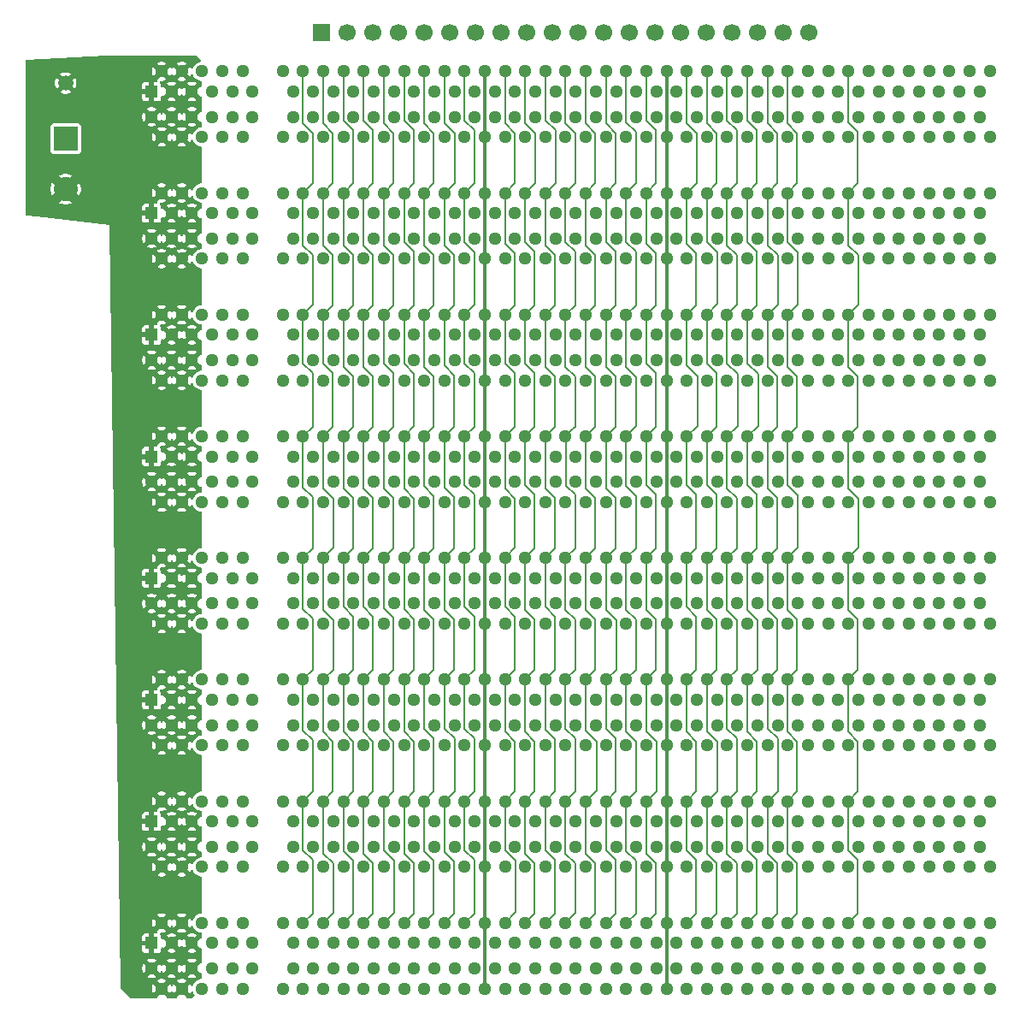
<source format=gbr>
%TF.GenerationSoftware,KiCad,Pcbnew,9.0.5*%
%TF.CreationDate,2025-11-19T18:22:51+02:00*%
%TF.ProjectId,backplane,6261636b-706c-4616-9e65-2e6b69636164,rev?*%
%TF.SameCoordinates,Original*%
%TF.FileFunction,Copper,L1,Top*%
%TF.FilePolarity,Positive*%
%FSLAX46Y46*%
G04 Gerber Fmt 4.6, Leading zero omitted, Abs format (unit mm)*
G04 Created by KiCad (PCBNEW 9.0.5) date 2025-11-19 18:22:51*
%MOMM*%
%LPD*%
G01*
G04 APERTURE LIST*
%TA.AperFunction,ComponentPad*%
%ADD10R,1.288000X1.288000*%
%TD*%
%TA.AperFunction,ComponentPad*%
%ADD11C,1.288000*%
%TD*%
%TA.AperFunction,ComponentPad*%
%ADD12R,2.400000X2.400000*%
%TD*%
%TA.AperFunction,ComponentPad*%
%ADD13C,2.400000*%
%TD*%
%TA.AperFunction,ComponentPad*%
%ADD14R,1.700000X1.700000*%
%TD*%
%TA.AperFunction,ComponentPad*%
%ADD15C,1.700000*%
%TD*%
%TA.AperFunction,SMDPad,CuDef*%
%ADD16C,1.500000*%
%TD*%
%TA.AperFunction,Conductor*%
%ADD17C,0.200000*%
%TD*%
%TA.AperFunction,Conductor*%
%ADD18C,0.300000*%
%TD*%
G04 APERTURE END LIST*
D10*
%TO.P,MOD2,A1,VCC*%
%TO.N,VCC*%
X80000000Y-45380000D03*
D11*
%TO.P,MOD2,A2,VCC*%
X81000000Y-43380000D03*
%TO.P,MOD2,A3,VCC*%
X82000000Y-45380000D03*
%TO.P,MOD2,A4,VCC*%
X83000000Y-43380000D03*
%TO.P,MOD2,A5,VCC*%
X84000000Y-45380000D03*
%TO.P,MOD2,A6*%
%TO.N,N/C*%
X85000000Y-43380000D03*
%TO.P,MOD2,A7*%
X86000000Y-45380000D03*
%TO.P,MOD2,A8*%
X87000000Y-43380000D03*
%TO.P,MOD2,A9*%
X88000000Y-45380000D03*
%TO.P,MOD2,A10*%
X89000000Y-43380000D03*
%TO.P,MOD2,A11*%
X90000000Y-45380000D03*
%TO.P,MOD2,A12,GND*%
%TO.N,GND*%
X93000000Y-43380000D03*
%TO.P,MOD2,A13,GND*%
X94000000Y-45380000D03*
%TO.P,MOD2,A14,~{LMEM}*%
%TO.N,/~{LMEM}*%
X95000000Y-43380000D03*
%TO.P,MOD2,A15,LSPH*%
%TO.N,/LSPH*%
X96000000Y-45380000D03*
%TO.P,MOD2,A16,LSPL*%
%TO.N,/LSPL*%
X97000000Y-43380000D03*
%TO.P,MOD2,A17,LPCH*%
%TO.N,/LPCH*%
X98000000Y-45380000D03*
%TO.P,MOD2,A18,LPCL*%
%TO.N,/LPCL*%
X99000000Y-43380000D03*
%TO.P,MOD2,A19,~{LARGH}*%
%TO.N,/~{LARGH}*%
X100000000Y-45380000D03*
%TO.P,MOD2,A20,~{LARGL}*%
%TO.N,/~{LARGL}*%
X101000000Y-43380000D03*
%TO.P,MOD2,A21,~{LAC}*%
%TO.N,/~{LAC}*%
X102000000Y-45380000D03*
%TO.P,MOD2,A22,~{LXH}*%
%TO.N,/~{LXH}*%
X103000000Y-43380000D03*
%TO.P,MOD2,A23,GND*%
%TO.N,GND*%
X104000000Y-45380000D03*
%TO.P,MOD2,A24,~{LYL}*%
%TO.N,/~{LYL}*%
X105000000Y-43380000D03*
%TO.P,MOD2,A25,~{LYH}*%
%TO.N,/~{LYH}*%
X106000000Y-45380000D03*
%TO.P,MOD2,A26,~{LZL}*%
%TO.N,/~{LZL}*%
X107000000Y-43380000D03*
%TO.P,MOD2,A27,~{LZH}*%
%TO.N,/~{LZH}*%
X108000000Y-45380000D03*
%TO.P,MOD2,A28,~{LFR}*%
%TO.N,/~{LFR}*%
X109000000Y-43380000D03*
%TO.P,MOD2,A29,~{LINST}*%
%TO.N,/~{LINST}*%
X110000000Y-45380000D03*
%TO.P,MOD2,A30,LADRH*%
%TO.N,/LADRH*%
X111000000Y-43380000D03*
%TO.P,MOD2,A31,LADRL*%
%TO.N,/LADRL*%
X112000000Y-45380000D03*
%TO.P,MOD2,A32,GND*%
%TO.N,GND*%
X113000000Y-43380000D03*
%TO.P,MOD2,A33,STATE0*%
%TO.N,/STATE0*%
X114000000Y-45380000D03*
%TO.P,MOD2,A34,STATE1*%
%TO.N,/STATE1*%
X115000000Y-43380000D03*
%TO.P,MOD2,A35,STATE2*%
%TO.N,/STATE2*%
X116000000Y-45380000D03*
%TO.P,MOD2,A36,STATE3*%
%TO.N,/STATE3*%
X117000000Y-43380000D03*
%TO.P,MOD2,A37,STATE4*%
%TO.N,/STATE4*%
X118000000Y-45380000D03*
%TO.P,MOD2,A38,STATE5*%
%TO.N,/STATE5*%
X119000000Y-43380000D03*
%TO.P,MOD2,A39,STATE6*%
%TO.N,/STATE6*%
X120000000Y-45380000D03*
%TO.P,MOD2,A40,STATE7*%
%TO.N,/STATE7*%
X121000000Y-43380000D03*
%TO.P,MOD2,A41,GND*%
%TO.N,GND*%
X122000000Y-45380000D03*
%TO.P,MOD2,A42,STATE8*%
%TO.N,/STATE8*%
X123000000Y-43380000D03*
%TO.P,MOD2,A43,STATE9*%
%TO.N,/STATE9*%
X124000000Y-45380000D03*
%TO.P,MOD2,A44,STATE10*%
%TO.N,/STATE10*%
X125000000Y-43380000D03*
%TO.P,MOD2,A45,STATE11*%
%TO.N,/STATE11*%
X126000000Y-45380000D03*
%TO.P,MOD2,A46,STATE12*%
%TO.N,/STATE12*%
X127000000Y-43380000D03*
%TO.P,MOD2,A47,STATE13*%
%TO.N,/STATE13*%
X128000000Y-45380000D03*
%TO.P,MOD2,A48,STATE14*%
%TO.N,/STATE14*%
X129000000Y-43380000D03*
%TO.P,MOD2,A49,STATE15*%
%TO.N,/STATE15*%
X130000000Y-45380000D03*
%TO.P,MOD2,A50,GND*%
%TO.N,GND*%
X131000000Y-43380000D03*
%TO.P,MOD2,A51,DATA0*%
%TO.N,/DATA0*%
X132000000Y-45380000D03*
%TO.P,MOD2,A52,DATA1*%
%TO.N,/DATA1*%
X133000000Y-43380000D03*
%TO.P,MOD2,A53,DATA2*%
%TO.N,/DATA2*%
X134000000Y-45380000D03*
%TO.P,MOD2,A54,DATA3*%
%TO.N,/DATA3*%
X135000000Y-43380000D03*
%TO.P,MOD2,A55,DATA4*%
%TO.N,/DATA4*%
X136000000Y-45380000D03*
%TO.P,MOD2,A56,DATA5*%
%TO.N,/DATA5*%
X137000000Y-43380000D03*
%TO.P,MOD2,A57,DATA6*%
%TO.N,/DATA6*%
X138000000Y-45380000D03*
%TO.P,MOD2,A58,DATA7*%
%TO.N,/DATA7*%
X139000000Y-43380000D03*
%TO.P,MOD2,A59,GND*%
%TO.N,GND*%
X140000000Y-45380000D03*
%TO.P,MOD2,A60,ALUZO*%
%TO.N,/ALUZO*%
X141000000Y-43380000D03*
%TO.P,MOD2,A61,~{ALUCO}*%
%TO.N,/~{ALUCO}*%
X142000000Y-45380000D03*
%TO.P,MOD2,A62,ALUSO*%
%TO.N,/ALUSO*%
X143000000Y-43380000D03*
%TO.P,MOD2,A63,GND*%
%TO.N,GND*%
X144000000Y-45380000D03*
%TO.P,MOD2,A64,GND*%
X145000000Y-43380000D03*
%TO.P,MOD2,A65,GND*%
X146000000Y-45380000D03*
%TO.P,MOD2,A66,GND*%
X147000000Y-43380000D03*
%TO.P,MOD2,A67,INTREQ*%
%TO.N,/INTREQ*%
X148000000Y-45380000D03*
%TO.P,MOD2,A68,~{WAIT}*%
%TO.N,/~{WAIT}*%
X149000000Y-43380000D03*
%TO.P,MOD2,A69,RESET*%
%TO.N,/RESET*%
X150000000Y-45380000D03*
%TO.P,MOD2,A70,GND*%
%TO.N,GND*%
X151000000Y-43380000D03*
%TO.P,MOD2,A71,GND*%
X152000000Y-45380000D03*
%TO.P,MOD2,A72,GND*%
X153000000Y-43380000D03*
%TO.P,MOD2,A73,GND*%
X154000000Y-45380000D03*
%TO.P,MOD2,A74,GND*%
X155000000Y-43380000D03*
%TO.P,MOD2,A75,GND*%
X156000000Y-45380000D03*
%TO.P,MOD2,A76,GND*%
X157000000Y-43380000D03*
%TO.P,MOD2,A77*%
%TO.N,N/C*%
X158000000Y-45380000D03*
%TO.P,MOD2,A78*%
X159000000Y-43380000D03*
%TO.P,MOD2,A79,STATE16*%
%TO.N,/STATE16*%
X160000000Y-45380000D03*
%TO.P,MOD2,A80*%
%TO.N,N/C*%
X161000000Y-43380000D03*
%TO.P,MOD2,A81*%
X162000000Y-45380000D03*
%TO.P,MOD2,A82*%
X163000000Y-43380000D03*
%TO.P,MOD2,B1,VCC*%
%TO.N,VCC*%
X80000000Y-47880000D03*
%TO.P,MOD2,B2,VCC*%
X81000000Y-49880000D03*
%TO.P,MOD2,B3,VCC*%
X82000000Y-47880000D03*
%TO.P,MOD2,B4,VCC*%
X83000000Y-49880000D03*
%TO.P,MOD2,B5,VCC*%
X84000000Y-47880000D03*
%TO.P,MOD2,B6*%
%TO.N,N/C*%
X85000000Y-49880000D03*
%TO.P,MOD2,B7*%
X86000000Y-47880000D03*
%TO.P,MOD2,B8*%
X87000000Y-49880000D03*
%TO.P,MOD2,B9*%
X88000000Y-47880000D03*
%TO.P,MOD2,B10*%
X89000000Y-49880000D03*
%TO.P,MOD2,B11*%
X90000000Y-47880000D03*
%TO.P,MOD2,B12,GND*%
%TO.N,GND*%
X93000000Y-49880000D03*
%TO.P,MOD2,B13,GND*%
X94000000Y-47880000D03*
%TO.P,MOD2,B14,~{RMEM}*%
%TO.N,/~{RMEM}*%
X95000000Y-49880000D03*
%TO.P,MOD2,B15,~{RSPH}*%
%TO.N,/~{RSPH}*%
X96000000Y-47880000D03*
%TO.P,MOD2,B16,~{RSPL}*%
%TO.N,/~{RSPL}*%
X97000000Y-49880000D03*
%TO.P,MOD2,B17,~{RPCH}*%
%TO.N,/~{RPCH}*%
X98000000Y-47880000D03*
%TO.P,MOD2,B18,~{RPCL}*%
%TO.N,/~{RPCL}*%
X99000000Y-49880000D03*
%TO.P,MOD2,B19,~{RARGH}*%
%TO.N,/~{RARGH}*%
X100000000Y-47880000D03*
%TO.P,MOD2,B20,~{RARGL}*%
%TO.N,/~{RARGL}*%
X101000000Y-49880000D03*
%TO.P,MOD2,B21,~{RAC}*%
%TO.N,/~{RAC}*%
X102000000Y-47880000D03*
%TO.P,MOD2,B22,~{RXH}*%
%TO.N,/~{RXH}*%
X103000000Y-49880000D03*
%TO.P,MOD2,B23,GND*%
%TO.N,GND*%
X104000000Y-47880000D03*
%TO.P,MOD2,B24,~{RYL}*%
%TO.N,/~{RYL}*%
X105000000Y-49880000D03*
%TO.P,MOD2,B25,~{RYH}*%
%TO.N,/~{RYH}*%
X106000000Y-47880000D03*
%TO.P,MOD2,B26,~{RZL}*%
%TO.N,/~{RZL}*%
X107000000Y-49880000D03*
%TO.P,MOD2,B27,~{RZH}*%
%TO.N,/~{RZH}*%
X108000000Y-47880000D03*
%TO.P,MOD2,B28,~{RFR}*%
%TO.N,/~{RFR}*%
X109000000Y-49880000D03*
%TO.P,MOD2,B29,~{RCONST}*%
%TO.N,/~{RCONST}*%
X110000000Y-47880000D03*
%TO.P,MOD2,B30,~{RALU}*%
%TO.N,/~{RALU}*%
X111000000Y-49880000D03*
%TO.P,MOD2,B31,~{RINTC}*%
%TO.N,/~{RINTC}*%
X112000000Y-47880000D03*
%TO.P,MOD2,B32,GND*%
%TO.N,GND*%
X113000000Y-49880000D03*
%TO.P,MOD2,B33,L0*%
%TO.N,/L0*%
X114000000Y-47880000D03*
%TO.P,MOD2,B34,L1*%
%TO.N,/L1*%
X115000000Y-49880000D03*
%TO.P,MOD2,B35,L2*%
%TO.N,/L2*%
X116000000Y-47880000D03*
%TO.P,MOD2,B36,L3*%
%TO.N,/L3*%
X117000000Y-49880000D03*
%TO.P,MOD2,B37,ALUM*%
%TO.N,/ALUM*%
X118000000Y-47880000D03*
%TO.P,MOD2,B38,~{ALUCI}*%
%TO.N,/~{ALUCI}*%
X119000000Y-49880000D03*
%TO.P,MOD2,B39,FRUpd*%
%TO.N,/FRUpd*%
X120000000Y-47880000D03*
%TO.P,MOD2,B40,R0*%
%TO.N,/R0*%
X121000000Y-49880000D03*
%TO.P,MOD2,B41,GND*%
%TO.N,GND*%
X122000000Y-47880000D03*
%TO.P,MOD2,B42,R1*%
%TO.N,/R1*%
X123000000Y-49880000D03*
%TO.P,MOD2,B43,R2*%
%TO.N,/R2*%
X124000000Y-47880000D03*
%TO.P,MOD2,B44,R3*%
%TO.N,/R3*%
X125000000Y-49880000D03*
%TO.P,MOD2,B45,~{SCCLR}*%
%TO.N,/~{SCCLR}*%
X126000000Y-47880000D03*
%TO.P,MOD2,B46,~{HALT}*%
%TO.N,/~{HALT}*%
X127000000Y-49880000D03*
%TO.P,MOD2,B47,PCINC*%
%TO.N,/PCINC*%
X128000000Y-47880000D03*
%TO.P,MOD2,B48,ALUS0*%
%TO.N,/ALUS0*%
X129000000Y-49880000D03*
%TO.P,MOD2,B49,ALUS1*%
%TO.N,/ALUS1*%
X130000000Y-47880000D03*
%TO.P,MOD2,B50,GND*%
%TO.N,GND*%
X131000000Y-49880000D03*
%TO.P,MOD2,B51,ALUS2*%
%TO.N,/ALUS2*%
X132000000Y-47880000D03*
%TO.P,MOD2,B52,ALUS3*%
%TO.N,/ALUS3*%
X133000000Y-49880000D03*
%TO.P,MOD2,B53,SPDEC*%
%TO.N,/SPDEC*%
X134000000Y-47880000D03*
%TO.P,MOD2,B54,SPINC*%
%TO.N,/SPINC*%
X135000000Y-49880000D03*
%TO.P,MOD2,B55,ACSHLEFT*%
%TO.N,/ACSHLEFT*%
X136000000Y-47880000D03*
%TO.P,MOD2,B56,ACSHRIGHT*%
%TO.N,/ACSHRIGHT*%
X137000000Y-49880000D03*
%TO.P,MOD2,B57,INTE*%
%TO.N,/INTE*%
X138000000Y-47880000D03*
%TO.P,MOD2,B58,~{INTD}*%
%TO.N,/~{INTD}*%
X139000000Y-49880000D03*
%TO.P,MOD2,B59,GND*%
%TO.N,GND*%
X140000000Y-47880000D03*
%TO.P,MOD2,B60,ADRDEC*%
%TO.N,/ADRDEC*%
X141000000Y-49880000D03*
%TO.P,MOD2,B61,ADDRINC*%
%TO.N,/ADRINC*%
X142000000Y-47880000D03*
%TO.P,MOD2,B62,GND*%
%TO.N,GND*%
X143000000Y-49880000D03*
%TO.P,MOD2,B63,GND*%
X144000000Y-47880000D03*
%TO.P,MOD2,B64,GND*%
X145000000Y-49880000D03*
%TO.P,MOD2,B65,GND*%
X146000000Y-47880000D03*
%TO.P,MOD2,B66,GND*%
X147000000Y-49880000D03*
%TO.P,MOD2,B67,GND*%
X148000000Y-47880000D03*
%TO.P,MOD2,B68,GND*%
X149000000Y-49880000D03*
%TO.P,MOD2,B69,GND*%
X150000000Y-47880000D03*
%TO.P,MOD2,B70,GND*%
X151000000Y-49880000D03*
%TO.P,MOD2,B71,GND*%
X152000000Y-47880000D03*
%TO.P,MOD2,B72,GND*%
X153000000Y-49880000D03*
%TO.P,MOD2,B73,~{CLK}*%
%TO.N,/~{CLK}*%
X154000000Y-47880000D03*
%TO.P,MOD2,B74,PULSE*%
%TO.N,/PULSE*%
X155000000Y-49880000D03*
%TO.P,MOD2,B75,GND*%
%TO.N,GND*%
X156000000Y-47880000D03*
%TO.P,MOD2,B76,GND*%
X157000000Y-49880000D03*
%TO.P,MOD2,B77*%
%TO.N,N/C*%
X158000000Y-47880000D03*
%TO.P,MOD2,B78*%
X159000000Y-49880000D03*
%TO.P,MOD2,B79,L4*%
%TO.N,/L4*%
X160000000Y-47880000D03*
%TO.P,MOD2,B80,R4*%
%TO.N,/R4*%
X161000000Y-49880000D03*
%TO.P,MOD2,B81*%
%TO.N,N/C*%
X162000000Y-47880000D03*
%TO.P,MOD2,B82*%
X163000000Y-49880000D03*
%TD*%
D12*
%TO.P,J1,1,Pin_1*%
%TO.N,GND*%
X71500000Y-38000000D03*
D13*
%TO.P,J1,2,Pin_2*%
%TO.N,VCC*%
X71500000Y-43000000D03*
%TD*%
D10*
%TO.P,MOD6,A1,VCC*%
%TO.N,VCC*%
X80000000Y-93540000D03*
D11*
%TO.P,MOD6,A2,VCC*%
X81000000Y-91540000D03*
%TO.P,MOD6,A3,VCC*%
X82000000Y-93540000D03*
%TO.P,MOD6,A4,VCC*%
X83000000Y-91540000D03*
%TO.P,MOD6,A5,VCC*%
X84000000Y-93540000D03*
%TO.P,MOD6,A6*%
%TO.N,N/C*%
X85000000Y-91540000D03*
%TO.P,MOD6,A7*%
X86000000Y-93540000D03*
%TO.P,MOD6,A8*%
X87000000Y-91540000D03*
%TO.P,MOD6,A9*%
X88000000Y-93540000D03*
%TO.P,MOD6,A10*%
X89000000Y-91540000D03*
%TO.P,MOD6,A11*%
X90000000Y-93540000D03*
%TO.P,MOD6,A12,GND*%
%TO.N,GND*%
X93000000Y-91540000D03*
%TO.P,MOD6,A13,GND*%
X94000000Y-93540000D03*
%TO.P,MOD6,A14,~{LMEM}*%
%TO.N,/~{LMEM}*%
X95000000Y-91540000D03*
%TO.P,MOD6,A15,LSPH*%
%TO.N,/LSPH*%
X96000000Y-93540000D03*
%TO.P,MOD6,A16,LSPL*%
%TO.N,/LSPL*%
X97000000Y-91540000D03*
%TO.P,MOD6,A17,LPCH*%
%TO.N,/LPCH*%
X98000000Y-93540000D03*
%TO.P,MOD6,A18,LPCL*%
%TO.N,/LPCL*%
X99000000Y-91540000D03*
%TO.P,MOD6,A19,~{LARGH}*%
%TO.N,/~{LARGH}*%
X100000000Y-93540000D03*
%TO.P,MOD6,A20,~{LARGL}*%
%TO.N,/~{LARGL}*%
X101000000Y-91540000D03*
%TO.P,MOD6,A21,~{LAC}*%
%TO.N,/~{LAC}*%
X102000000Y-93540000D03*
%TO.P,MOD6,A22,~{LXH}*%
%TO.N,/~{LXH}*%
X103000000Y-91540000D03*
%TO.P,MOD6,A23,GND*%
%TO.N,GND*%
X104000000Y-93540000D03*
%TO.P,MOD6,A24,~{LYL}*%
%TO.N,/~{LYL}*%
X105000000Y-91540000D03*
%TO.P,MOD6,A25,~{LYH}*%
%TO.N,/~{LYH}*%
X106000000Y-93540000D03*
%TO.P,MOD6,A26,~{LZL}*%
%TO.N,/~{LZL}*%
X107000000Y-91540000D03*
%TO.P,MOD6,A27,~{LZH}*%
%TO.N,/~{LZH}*%
X108000000Y-93540000D03*
%TO.P,MOD6,A28,~{LFR}*%
%TO.N,/~{LFR}*%
X109000000Y-91540000D03*
%TO.P,MOD6,A29,~{LINST}*%
%TO.N,/~{LINST}*%
X110000000Y-93540000D03*
%TO.P,MOD6,A30,LADRH*%
%TO.N,/LADRH*%
X111000000Y-91540000D03*
%TO.P,MOD6,A31,LADRL*%
%TO.N,/LADRL*%
X112000000Y-93540000D03*
%TO.P,MOD6,A32,GND*%
%TO.N,GND*%
X113000000Y-91540000D03*
%TO.P,MOD6,A33,STATE0*%
%TO.N,/STATE0*%
X114000000Y-93540000D03*
%TO.P,MOD6,A34,STATE1*%
%TO.N,/STATE1*%
X115000000Y-91540000D03*
%TO.P,MOD6,A35,STATE2*%
%TO.N,/STATE2*%
X116000000Y-93540000D03*
%TO.P,MOD6,A36,STATE3*%
%TO.N,/STATE3*%
X117000000Y-91540000D03*
%TO.P,MOD6,A37,STATE4*%
%TO.N,/STATE4*%
X118000000Y-93540000D03*
%TO.P,MOD6,A38,STATE5*%
%TO.N,/STATE5*%
X119000000Y-91540000D03*
%TO.P,MOD6,A39,STATE6*%
%TO.N,/STATE6*%
X120000000Y-93540000D03*
%TO.P,MOD6,A40,STATE7*%
%TO.N,/STATE7*%
X121000000Y-91540000D03*
%TO.P,MOD6,A41,GND*%
%TO.N,GND*%
X122000000Y-93540000D03*
%TO.P,MOD6,A42,STATE8*%
%TO.N,/STATE8*%
X123000000Y-91540000D03*
%TO.P,MOD6,A43,STATE9*%
%TO.N,/STATE9*%
X124000000Y-93540000D03*
%TO.P,MOD6,A44,STATE10*%
%TO.N,/STATE10*%
X125000000Y-91540000D03*
%TO.P,MOD6,A45,STATE11*%
%TO.N,/STATE11*%
X126000000Y-93540000D03*
%TO.P,MOD6,A46,STATE12*%
%TO.N,/STATE12*%
X127000000Y-91540000D03*
%TO.P,MOD6,A47,STATE13*%
%TO.N,/STATE13*%
X128000000Y-93540000D03*
%TO.P,MOD6,A48,STATE14*%
%TO.N,/STATE14*%
X129000000Y-91540000D03*
%TO.P,MOD6,A49,STATE15*%
%TO.N,/STATE15*%
X130000000Y-93540000D03*
%TO.P,MOD6,A50,GND*%
%TO.N,GND*%
X131000000Y-91540000D03*
%TO.P,MOD6,A51,DATA0*%
%TO.N,/DATA0*%
X132000000Y-93540000D03*
%TO.P,MOD6,A52,DATA1*%
%TO.N,/DATA1*%
X133000000Y-91540000D03*
%TO.P,MOD6,A53,DATA2*%
%TO.N,/DATA2*%
X134000000Y-93540000D03*
%TO.P,MOD6,A54,DATA3*%
%TO.N,/DATA3*%
X135000000Y-91540000D03*
%TO.P,MOD6,A55,DATA4*%
%TO.N,/DATA4*%
X136000000Y-93540000D03*
%TO.P,MOD6,A56,DATA5*%
%TO.N,/DATA5*%
X137000000Y-91540000D03*
%TO.P,MOD6,A57,DATA6*%
%TO.N,/DATA6*%
X138000000Y-93540000D03*
%TO.P,MOD6,A58,DATA7*%
%TO.N,/DATA7*%
X139000000Y-91540000D03*
%TO.P,MOD6,A59,GND*%
%TO.N,GND*%
X140000000Y-93540000D03*
%TO.P,MOD6,A60,ALUZO*%
%TO.N,/ALUZO*%
X141000000Y-91540000D03*
%TO.P,MOD6,A61,~{ALUCO}*%
%TO.N,/~{ALUCO}*%
X142000000Y-93540000D03*
%TO.P,MOD6,A62,ALUSO*%
%TO.N,/ALUSO*%
X143000000Y-91540000D03*
%TO.P,MOD6,A63,GND*%
%TO.N,GND*%
X144000000Y-93540000D03*
%TO.P,MOD6,A64,GND*%
X145000000Y-91540000D03*
%TO.P,MOD6,A65,GND*%
X146000000Y-93540000D03*
%TO.P,MOD6,A66,GND*%
X147000000Y-91540000D03*
%TO.P,MOD6,A67,INTREQ*%
%TO.N,/INTREQ*%
X148000000Y-93540000D03*
%TO.P,MOD6,A68,~{WAIT}*%
%TO.N,/~{WAIT}*%
X149000000Y-91540000D03*
%TO.P,MOD6,A69,RESET*%
%TO.N,/RESET*%
X150000000Y-93540000D03*
%TO.P,MOD6,A70,GND*%
%TO.N,GND*%
X151000000Y-91540000D03*
%TO.P,MOD6,A71,GND*%
X152000000Y-93540000D03*
%TO.P,MOD6,A72,GND*%
X153000000Y-91540000D03*
%TO.P,MOD6,A73,GND*%
X154000000Y-93540000D03*
%TO.P,MOD6,A74,GND*%
X155000000Y-91540000D03*
%TO.P,MOD6,A75,GND*%
X156000000Y-93540000D03*
%TO.P,MOD6,A76,GND*%
X157000000Y-91540000D03*
%TO.P,MOD6,A77*%
%TO.N,N/C*%
X158000000Y-93540000D03*
%TO.P,MOD6,A78*%
X159000000Y-91540000D03*
%TO.P,MOD6,A79,STATE16*%
%TO.N,/STATE16*%
X160000000Y-93540000D03*
%TO.P,MOD6,A80*%
%TO.N,N/C*%
X161000000Y-91540000D03*
%TO.P,MOD6,A81*%
X162000000Y-93540000D03*
%TO.P,MOD6,A82*%
X163000000Y-91540000D03*
%TO.P,MOD6,B1,VCC*%
%TO.N,VCC*%
X80000000Y-96040000D03*
%TO.P,MOD6,B2,VCC*%
X81000000Y-98040000D03*
%TO.P,MOD6,B3,VCC*%
X82000000Y-96040000D03*
%TO.P,MOD6,B4,VCC*%
X83000000Y-98040000D03*
%TO.P,MOD6,B5,VCC*%
X84000000Y-96040000D03*
%TO.P,MOD6,B6*%
%TO.N,N/C*%
X85000000Y-98040000D03*
%TO.P,MOD6,B7*%
X86000000Y-96040000D03*
%TO.P,MOD6,B8*%
X87000000Y-98040000D03*
%TO.P,MOD6,B9*%
X88000000Y-96040000D03*
%TO.P,MOD6,B10*%
X89000000Y-98040000D03*
%TO.P,MOD6,B11*%
X90000000Y-96040000D03*
%TO.P,MOD6,B12,GND*%
%TO.N,GND*%
X93000000Y-98040000D03*
%TO.P,MOD6,B13,GND*%
X94000000Y-96040000D03*
%TO.P,MOD6,B14,~{RMEM}*%
%TO.N,/~{RMEM}*%
X95000000Y-98040000D03*
%TO.P,MOD6,B15,~{RSPH}*%
%TO.N,/~{RSPH}*%
X96000000Y-96040000D03*
%TO.P,MOD6,B16,~{RSPL}*%
%TO.N,/~{RSPL}*%
X97000000Y-98040000D03*
%TO.P,MOD6,B17,~{RPCH}*%
%TO.N,/~{RPCH}*%
X98000000Y-96040000D03*
%TO.P,MOD6,B18,~{RPCL}*%
%TO.N,/~{RPCL}*%
X99000000Y-98040000D03*
%TO.P,MOD6,B19,~{RARGH}*%
%TO.N,/~{RARGH}*%
X100000000Y-96040000D03*
%TO.P,MOD6,B20,~{RARGL}*%
%TO.N,/~{RARGL}*%
X101000000Y-98040000D03*
%TO.P,MOD6,B21,~{RAC}*%
%TO.N,/~{RAC}*%
X102000000Y-96040000D03*
%TO.P,MOD6,B22,~{RXH}*%
%TO.N,/~{RXH}*%
X103000000Y-98040000D03*
%TO.P,MOD6,B23,GND*%
%TO.N,GND*%
X104000000Y-96040000D03*
%TO.P,MOD6,B24,~{RYL}*%
%TO.N,/~{RYL}*%
X105000000Y-98040000D03*
%TO.P,MOD6,B25,~{RYH}*%
%TO.N,/~{RYH}*%
X106000000Y-96040000D03*
%TO.P,MOD6,B26,~{RZL}*%
%TO.N,/~{RZL}*%
X107000000Y-98040000D03*
%TO.P,MOD6,B27,~{RZH}*%
%TO.N,/~{RZH}*%
X108000000Y-96040000D03*
%TO.P,MOD6,B28,~{RFR}*%
%TO.N,/~{RFR}*%
X109000000Y-98040000D03*
%TO.P,MOD6,B29,~{RCONST}*%
%TO.N,/~{RCONST}*%
X110000000Y-96040000D03*
%TO.P,MOD6,B30,~{RALU}*%
%TO.N,/~{RALU}*%
X111000000Y-98040000D03*
%TO.P,MOD6,B31,~{RINTC}*%
%TO.N,/~{RINTC}*%
X112000000Y-96040000D03*
%TO.P,MOD6,B32,GND*%
%TO.N,GND*%
X113000000Y-98040000D03*
%TO.P,MOD6,B33,L0*%
%TO.N,/L0*%
X114000000Y-96040000D03*
%TO.P,MOD6,B34,L1*%
%TO.N,/L1*%
X115000000Y-98040000D03*
%TO.P,MOD6,B35,L2*%
%TO.N,/L2*%
X116000000Y-96040000D03*
%TO.P,MOD6,B36,L3*%
%TO.N,/L3*%
X117000000Y-98040000D03*
%TO.P,MOD6,B37,ALUM*%
%TO.N,/ALUM*%
X118000000Y-96040000D03*
%TO.P,MOD6,B38,~{ALUCI}*%
%TO.N,/~{ALUCI}*%
X119000000Y-98040000D03*
%TO.P,MOD6,B39,FRUpd*%
%TO.N,/FRUpd*%
X120000000Y-96040000D03*
%TO.P,MOD6,B40,R0*%
%TO.N,/R0*%
X121000000Y-98040000D03*
%TO.P,MOD6,B41,GND*%
%TO.N,GND*%
X122000000Y-96040000D03*
%TO.P,MOD6,B42,R1*%
%TO.N,/R1*%
X123000000Y-98040000D03*
%TO.P,MOD6,B43,R2*%
%TO.N,/R2*%
X124000000Y-96040000D03*
%TO.P,MOD6,B44,R3*%
%TO.N,/R3*%
X125000000Y-98040000D03*
%TO.P,MOD6,B45,~{SCCLR}*%
%TO.N,/~{SCCLR}*%
X126000000Y-96040000D03*
%TO.P,MOD6,B46,~{HALT}*%
%TO.N,/~{HALT}*%
X127000000Y-98040000D03*
%TO.P,MOD6,B47,PCINC*%
%TO.N,/PCINC*%
X128000000Y-96040000D03*
%TO.P,MOD6,B48,ALUS0*%
%TO.N,/ALUS0*%
X129000000Y-98040000D03*
%TO.P,MOD6,B49,ALUS1*%
%TO.N,/ALUS1*%
X130000000Y-96040000D03*
%TO.P,MOD6,B50,GND*%
%TO.N,GND*%
X131000000Y-98040000D03*
%TO.P,MOD6,B51,ALUS2*%
%TO.N,/ALUS2*%
X132000000Y-96040000D03*
%TO.P,MOD6,B52,ALUS3*%
%TO.N,/ALUS3*%
X133000000Y-98040000D03*
%TO.P,MOD6,B53,SPDEC*%
%TO.N,/SPDEC*%
X134000000Y-96040000D03*
%TO.P,MOD6,B54,SPINC*%
%TO.N,/SPINC*%
X135000000Y-98040000D03*
%TO.P,MOD6,B55,ACSHLEFT*%
%TO.N,/ACSHLEFT*%
X136000000Y-96040000D03*
%TO.P,MOD6,B56,ACSHRIGHT*%
%TO.N,/ACSHRIGHT*%
X137000000Y-98040000D03*
%TO.P,MOD6,B57,INTE*%
%TO.N,/INTE*%
X138000000Y-96040000D03*
%TO.P,MOD6,B58,~{INTD}*%
%TO.N,/~{INTD}*%
X139000000Y-98040000D03*
%TO.P,MOD6,B59,GND*%
%TO.N,GND*%
X140000000Y-96040000D03*
%TO.P,MOD6,B60,ADRDEC*%
%TO.N,/ADRDEC*%
X141000000Y-98040000D03*
%TO.P,MOD6,B61,ADDRINC*%
%TO.N,/ADRINC*%
X142000000Y-96040000D03*
%TO.P,MOD6,B62,GND*%
%TO.N,GND*%
X143000000Y-98040000D03*
%TO.P,MOD6,B63,GND*%
X144000000Y-96040000D03*
%TO.P,MOD6,B64,GND*%
X145000000Y-98040000D03*
%TO.P,MOD6,B65,GND*%
X146000000Y-96040000D03*
%TO.P,MOD6,B66,GND*%
X147000000Y-98040000D03*
%TO.P,MOD6,B67,GND*%
X148000000Y-96040000D03*
%TO.P,MOD6,B68,GND*%
X149000000Y-98040000D03*
%TO.P,MOD6,B69,GND*%
X150000000Y-96040000D03*
%TO.P,MOD6,B70,GND*%
X151000000Y-98040000D03*
%TO.P,MOD6,B71,GND*%
X152000000Y-96040000D03*
%TO.P,MOD6,B72,GND*%
X153000000Y-98040000D03*
%TO.P,MOD6,B73,~{CLK}*%
%TO.N,/~{CLK}*%
X154000000Y-96040000D03*
%TO.P,MOD6,B74,PULSE*%
%TO.N,/PULSE*%
X155000000Y-98040000D03*
%TO.P,MOD6,B75,GND*%
%TO.N,GND*%
X156000000Y-96040000D03*
%TO.P,MOD6,B76,GND*%
X157000000Y-98040000D03*
%TO.P,MOD6,B77*%
%TO.N,N/C*%
X158000000Y-96040000D03*
%TO.P,MOD6,B78*%
X159000000Y-98040000D03*
%TO.P,MOD6,B79,L4*%
%TO.N,/L4*%
X160000000Y-96040000D03*
%TO.P,MOD6,B80,R4*%
%TO.N,/R4*%
X161000000Y-98040000D03*
%TO.P,MOD6,B81*%
%TO.N,N/C*%
X162000000Y-96040000D03*
%TO.P,MOD6,B82*%
X163000000Y-98040000D03*
%TD*%
D10*
%TO.P,MOD7,A1,VCC*%
%TO.N,VCC*%
X80000000Y-105580000D03*
D11*
%TO.P,MOD7,A2,VCC*%
X81000000Y-103580000D03*
%TO.P,MOD7,A3,VCC*%
X82000000Y-105580000D03*
%TO.P,MOD7,A4,VCC*%
X83000000Y-103580000D03*
%TO.P,MOD7,A5,VCC*%
X84000000Y-105580000D03*
%TO.P,MOD7,A6*%
%TO.N,N/C*%
X85000000Y-103580000D03*
%TO.P,MOD7,A7*%
X86000000Y-105580000D03*
%TO.P,MOD7,A8*%
X87000000Y-103580000D03*
%TO.P,MOD7,A9*%
X88000000Y-105580000D03*
%TO.P,MOD7,A10*%
X89000000Y-103580000D03*
%TO.P,MOD7,A11*%
X90000000Y-105580000D03*
%TO.P,MOD7,A12,GND*%
%TO.N,GND*%
X93000000Y-103580000D03*
%TO.P,MOD7,A13,GND*%
X94000000Y-105580000D03*
%TO.P,MOD7,A14,~{LMEM}*%
%TO.N,/~{LMEM}*%
X95000000Y-103580000D03*
%TO.P,MOD7,A15,LSPH*%
%TO.N,/LSPH*%
X96000000Y-105580000D03*
%TO.P,MOD7,A16,LSPL*%
%TO.N,/LSPL*%
X97000000Y-103580000D03*
%TO.P,MOD7,A17,LPCH*%
%TO.N,/LPCH*%
X98000000Y-105580000D03*
%TO.P,MOD7,A18,LPCL*%
%TO.N,/LPCL*%
X99000000Y-103580000D03*
%TO.P,MOD7,A19,~{LARGH}*%
%TO.N,/~{LARGH}*%
X100000000Y-105580000D03*
%TO.P,MOD7,A20,~{LARGL}*%
%TO.N,/~{LARGL}*%
X101000000Y-103580000D03*
%TO.P,MOD7,A21,~{LAC}*%
%TO.N,/~{LAC}*%
X102000000Y-105580000D03*
%TO.P,MOD7,A22,~{LXH}*%
%TO.N,/~{LXH}*%
X103000000Y-103580000D03*
%TO.P,MOD7,A23,GND*%
%TO.N,GND*%
X104000000Y-105580000D03*
%TO.P,MOD7,A24,~{LYL}*%
%TO.N,/~{LYL}*%
X105000000Y-103580000D03*
%TO.P,MOD7,A25,~{LYH}*%
%TO.N,/~{LYH}*%
X106000000Y-105580000D03*
%TO.P,MOD7,A26,~{LZL}*%
%TO.N,/~{LZL}*%
X107000000Y-103580000D03*
%TO.P,MOD7,A27,~{LZH}*%
%TO.N,/~{LZH}*%
X108000000Y-105580000D03*
%TO.P,MOD7,A28,~{LFR}*%
%TO.N,/~{LFR}*%
X109000000Y-103580000D03*
%TO.P,MOD7,A29,~{LINST}*%
%TO.N,/~{LINST}*%
X110000000Y-105580000D03*
%TO.P,MOD7,A30,LADRH*%
%TO.N,/LADRH*%
X111000000Y-103580000D03*
%TO.P,MOD7,A31,LADRL*%
%TO.N,/LADRL*%
X112000000Y-105580000D03*
%TO.P,MOD7,A32,GND*%
%TO.N,GND*%
X113000000Y-103580000D03*
%TO.P,MOD7,A33,STATE0*%
%TO.N,/STATE0*%
X114000000Y-105580000D03*
%TO.P,MOD7,A34,STATE1*%
%TO.N,/STATE1*%
X115000000Y-103580000D03*
%TO.P,MOD7,A35,STATE2*%
%TO.N,/STATE2*%
X116000000Y-105580000D03*
%TO.P,MOD7,A36,STATE3*%
%TO.N,/STATE3*%
X117000000Y-103580000D03*
%TO.P,MOD7,A37,STATE4*%
%TO.N,/STATE4*%
X118000000Y-105580000D03*
%TO.P,MOD7,A38,STATE5*%
%TO.N,/STATE5*%
X119000000Y-103580000D03*
%TO.P,MOD7,A39,STATE6*%
%TO.N,/STATE6*%
X120000000Y-105580000D03*
%TO.P,MOD7,A40,STATE7*%
%TO.N,/STATE7*%
X121000000Y-103580000D03*
%TO.P,MOD7,A41,GND*%
%TO.N,GND*%
X122000000Y-105580000D03*
%TO.P,MOD7,A42,STATE8*%
%TO.N,/STATE8*%
X123000000Y-103580000D03*
%TO.P,MOD7,A43,STATE9*%
%TO.N,/STATE9*%
X124000000Y-105580000D03*
%TO.P,MOD7,A44,STATE10*%
%TO.N,/STATE10*%
X125000000Y-103580000D03*
%TO.P,MOD7,A45,STATE11*%
%TO.N,/STATE11*%
X126000000Y-105580000D03*
%TO.P,MOD7,A46,STATE12*%
%TO.N,/STATE12*%
X127000000Y-103580000D03*
%TO.P,MOD7,A47,STATE13*%
%TO.N,/STATE13*%
X128000000Y-105580000D03*
%TO.P,MOD7,A48,STATE14*%
%TO.N,/STATE14*%
X129000000Y-103580000D03*
%TO.P,MOD7,A49,STATE15*%
%TO.N,/STATE15*%
X130000000Y-105580000D03*
%TO.P,MOD7,A50,GND*%
%TO.N,GND*%
X131000000Y-103580000D03*
%TO.P,MOD7,A51,DATA0*%
%TO.N,/DATA0*%
X132000000Y-105580000D03*
%TO.P,MOD7,A52,DATA1*%
%TO.N,/DATA1*%
X133000000Y-103580000D03*
%TO.P,MOD7,A53,DATA2*%
%TO.N,/DATA2*%
X134000000Y-105580000D03*
%TO.P,MOD7,A54,DATA3*%
%TO.N,/DATA3*%
X135000000Y-103580000D03*
%TO.P,MOD7,A55,DATA4*%
%TO.N,/DATA4*%
X136000000Y-105580000D03*
%TO.P,MOD7,A56,DATA5*%
%TO.N,/DATA5*%
X137000000Y-103580000D03*
%TO.P,MOD7,A57,DATA6*%
%TO.N,/DATA6*%
X138000000Y-105580000D03*
%TO.P,MOD7,A58,DATA7*%
%TO.N,/DATA7*%
X139000000Y-103580000D03*
%TO.P,MOD7,A59,GND*%
%TO.N,GND*%
X140000000Y-105580000D03*
%TO.P,MOD7,A60,ALUZO*%
%TO.N,/ALUZO*%
X141000000Y-103580000D03*
%TO.P,MOD7,A61,~{ALUCO}*%
%TO.N,/~{ALUCO}*%
X142000000Y-105580000D03*
%TO.P,MOD7,A62,ALUSO*%
%TO.N,/ALUSO*%
X143000000Y-103580000D03*
%TO.P,MOD7,A63,GND*%
%TO.N,GND*%
X144000000Y-105580000D03*
%TO.P,MOD7,A64,GND*%
X145000000Y-103580000D03*
%TO.P,MOD7,A65,GND*%
X146000000Y-105580000D03*
%TO.P,MOD7,A66,GND*%
X147000000Y-103580000D03*
%TO.P,MOD7,A67,INTREQ*%
%TO.N,/INTREQ*%
X148000000Y-105580000D03*
%TO.P,MOD7,A68,~{WAIT}*%
%TO.N,/~{WAIT}*%
X149000000Y-103580000D03*
%TO.P,MOD7,A69,RESET*%
%TO.N,/RESET*%
X150000000Y-105580000D03*
%TO.P,MOD7,A70,GND*%
%TO.N,GND*%
X151000000Y-103580000D03*
%TO.P,MOD7,A71,GND*%
X152000000Y-105580000D03*
%TO.P,MOD7,A72,GND*%
X153000000Y-103580000D03*
%TO.P,MOD7,A73,GND*%
X154000000Y-105580000D03*
%TO.P,MOD7,A74,GND*%
X155000000Y-103580000D03*
%TO.P,MOD7,A75,GND*%
X156000000Y-105580000D03*
%TO.P,MOD7,A76,GND*%
X157000000Y-103580000D03*
%TO.P,MOD7,A77*%
%TO.N,N/C*%
X158000000Y-105580000D03*
%TO.P,MOD7,A78*%
X159000000Y-103580000D03*
%TO.P,MOD7,A79,STATE16*%
%TO.N,/STATE16*%
X160000000Y-105580000D03*
%TO.P,MOD7,A80*%
%TO.N,N/C*%
X161000000Y-103580000D03*
%TO.P,MOD7,A81*%
X162000000Y-105580000D03*
%TO.P,MOD7,A82*%
X163000000Y-103580000D03*
%TO.P,MOD7,B1,VCC*%
%TO.N,VCC*%
X80000000Y-108080000D03*
%TO.P,MOD7,B2,VCC*%
X81000000Y-110080000D03*
%TO.P,MOD7,B3,VCC*%
X82000000Y-108080000D03*
%TO.P,MOD7,B4,VCC*%
X83000000Y-110080000D03*
%TO.P,MOD7,B5,VCC*%
X84000000Y-108080000D03*
%TO.P,MOD7,B6*%
%TO.N,N/C*%
X85000000Y-110080000D03*
%TO.P,MOD7,B7*%
X86000000Y-108080000D03*
%TO.P,MOD7,B8*%
X87000000Y-110080000D03*
%TO.P,MOD7,B9*%
X88000000Y-108080000D03*
%TO.P,MOD7,B10*%
X89000000Y-110080000D03*
%TO.P,MOD7,B11*%
X90000000Y-108080000D03*
%TO.P,MOD7,B12,GND*%
%TO.N,GND*%
X93000000Y-110080000D03*
%TO.P,MOD7,B13,GND*%
X94000000Y-108080000D03*
%TO.P,MOD7,B14,~{RMEM}*%
%TO.N,/~{RMEM}*%
X95000000Y-110080000D03*
%TO.P,MOD7,B15,~{RSPH}*%
%TO.N,/~{RSPH}*%
X96000000Y-108080000D03*
%TO.P,MOD7,B16,~{RSPL}*%
%TO.N,/~{RSPL}*%
X97000000Y-110080000D03*
%TO.P,MOD7,B17,~{RPCH}*%
%TO.N,/~{RPCH}*%
X98000000Y-108080000D03*
%TO.P,MOD7,B18,~{RPCL}*%
%TO.N,/~{RPCL}*%
X99000000Y-110080000D03*
%TO.P,MOD7,B19,~{RARGH}*%
%TO.N,/~{RARGH}*%
X100000000Y-108080000D03*
%TO.P,MOD7,B20,~{RARGL}*%
%TO.N,/~{RARGL}*%
X101000000Y-110080000D03*
%TO.P,MOD7,B21,~{RAC}*%
%TO.N,/~{RAC}*%
X102000000Y-108080000D03*
%TO.P,MOD7,B22,~{RXH}*%
%TO.N,/~{RXH}*%
X103000000Y-110080000D03*
%TO.P,MOD7,B23,GND*%
%TO.N,GND*%
X104000000Y-108080000D03*
%TO.P,MOD7,B24,~{RYL}*%
%TO.N,/~{RYL}*%
X105000000Y-110080000D03*
%TO.P,MOD7,B25,~{RYH}*%
%TO.N,/~{RYH}*%
X106000000Y-108080000D03*
%TO.P,MOD7,B26,~{RZL}*%
%TO.N,/~{RZL}*%
X107000000Y-110080000D03*
%TO.P,MOD7,B27,~{RZH}*%
%TO.N,/~{RZH}*%
X108000000Y-108080000D03*
%TO.P,MOD7,B28,~{RFR}*%
%TO.N,/~{RFR}*%
X109000000Y-110080000D03*
%TO.P,MOD7,B29,~{RCONST}*%
%TO.N,/~{RCONST}*%
X110000000Y-108080000D03*
%TO.P,MOD7,B30,~{RALU}*%
%TO.N,/~{RALU}*%
X111000000Y-110080000D03*
%TO.P,MOD7,B31,~{RINTC}*%
%TO.N,/~{RINTC}*%
X112000000Y-108080000D03*
%TO.P,MOD7,B32,GND*%
%TO.N,GND*%
X113000000Y-110080000D03*
%TO.P,MOD7,B33,L0*%
%TO.N,/L0*%
X114000000Y-108080000D03*
%TO.P,MOD7,B34,L1*%
%TO.N,/L1*%
X115000000Y-110080000D03*
%TO.P,MOD7,B35,L2*%
%TO.N,/L2*%
X116000000Y-108080000D03*
%TO.P,MOD7,B36,L3*%
%TO.N,/L3*%
X117000000Y-110080000D03*
%TO.P,MOD7,B37,ALUM*%
%TO.N,/ALUM*%
X118000000Y-108080000D03*
%TO.P,MOD7,B38,~{ALUCI}*%
%TO.N,/~{ALUCI}*%
X119000000Y-110080000D03*
%TO.P,MOD7,B39,FRUpd*%
%TO.N,/FRUpd*%
X120000000Y-108080000D03*
%TO.P,MOD7,B40,R0*%
%TO.N,/R0*%
X121000000Y-110080000D03*
%TO.P,MOD7,B41,GND*%
%TO.N,GND*%
X122000000Y-108080000D03*
%TO.P,MOD7,B42,R1*%
%TO.N,/R1*%
X123000000Y-110080000D03*
%TO.P,MOD7,B43,R2*%
%TO.N,/R2*%
X124000000Y-108080000D03*
%TO.P,MOD7,B44,R3*%
%TO.N,/R3*%
X125000000Y-110080000D03*
%TO.P,MOD7,B45,~{SCCLR}*%
%TO.N,/~{SCCLR}*%
X126000000Y-108080000D03*
%TO.P,MOD7,B46,~{HALT}*%
%TO.N,/~{HALT}*%
X127000000Y-110080000D03*
%TO.P,MOD7,B47,PCINC*%
%TO.N,/PCINC*%
X128000000Y-108080000D03*
%TO.P,MOD7,B48,ALUS0*%
%TO.N,/ALUS0*%
X129000000Y-110080000D03*
%TO.P,MOD7,B49,ALUS1*%
%TO.N,/ALUS1*%
X130000000Y-108080000D03*
%TO.P,MOD7,B50,GND*%
%TO.N,GND*%
X131000000Y-110080000D03*
%TO.P,MOD7,B51,ALUS2*%
%TO.N,/ALUS2*%
X132000000Y-108080000D03*
%TO.P,MOD7,B52,ALUS3*%
%TO.N,/ALUS3*%
X133000000Y-110080000D03*
%TO.P,MOD7,B53,SPDEC*%
%TO.N,/SPDEC*%
X134000000Y-108080000D03*
%TO.P,MOD7,B54,SPINC*%
%TO.N,/SPINC*%
X135000000Y-110080000D03*
%TO.P,MOD7,B55,ACSHLEFT*%
%TO.N,/ACSHLEFT*%
X136000000Y-108080000D03*
%TO.P,MOD7,B56,ACSHRIGHT*%
%TO.N,/ACSHRIGHT*%
X137000000Y-110080000D03*
%TO.P,MOD7,B57,INTE*%
%TO.N,/INTE*%
X138000000Y-108080000D03*
%TO.P,MOD7,B58,~{INTD}*%
%TO.N,/~{INTD}*%
X139000000Y-110080000D03*
%TO.P,MOD7,B59,GND*%
%TO.N,GND*%
X140000000Y-108080000D03*
%TO.P,MOD7,B60,ADRDEC*%
%TO.N,/ADRDEC*%
X141000000Y-110080000D03*
%TO.P,MOD7,B61,ADDRINC*%
%TO.N,/ADRINC*%
X142000000Y-108080000D03*
%TO.P,MOD7,B62,GND*%
%TO.N,GND*%
X143000000Y-110080000D03*
%TO.P,MOD7,B63,GND*%
X144000000Y-108080000D03*
%TO.P,MOD7,B64,GND*%
X145000000Y-110080000D03*
%TO.P,MOD7,B65,GND*%
X146000000Y-108080000D03*
%TO.P,MOD7,B66,GND*%
X147000000Y-110080000D03*
%TO.P,MOD7,B67,GND*%
X148000000Y-108080000D03*
%TO.P,MOD7,B68,GND*%
X149000000Y-110080000D03*
%TO.P,MOD7,B69,GND*%
X150000000Y-108080000D03*
%TO.P,MOD7,B70,GND*%
X151000000Y-110080000D03*
%TO.P,MOD7,B71,GND*%
X152000000Y-108080000D03*
%TO.P,MOD7,B72,GND*%
X153000000Y-110080000D03*
%TO.P,MOD7,B73,~{CLK}*%
%TO.N,/~{CLK}*%
X154000000Y-108080000D03*
%TO.P,MOD7,B74,PULSE*%
%TO.N,/PULSE*%
X155000000Y-110080000D03*
%TO.P,MOD7,B75,GND*%
%TO.N,GND*%
X156000000Y-108080000D03*
%TO.P,MOD7,B76,GND*%
X157000000Y-110080000D03*
%TO.P,MOD7,B77*%
%TO.N,N/C*%
X158000000Y-108080000D03*
%TO.P,MOD7,B78*%
X159000000Y-110080000D03*
%TO.P,MOD7,B79,L4*%
%TO.N,/L4*%
X160000000Y-108080000D03*
%TO.P,MOD7,B80,R4*%
%TO.N,/R4*%
X161000000Y-110080000D03*
%TO.P,MOD7,B81*%
%TO.N,N/C*%
X162000000Y-108080000D03*
%TO.P,MOD7,B82*%
X163000000Y-110080000D03*
%TD*%
D10*
%TO.P,MOD5,A1,VCC*%
%TO.N,VCC*%
X80000000Y-81500000D03*
D11*
%TO.P,MOD5,A2,VCC*%
X81000000Y-79500000D03*
%TO.P,MOD5,A3,VCC*%
X82000000Y-81500000D03*
%TO.P,MOD5,A4,VCC*%
X83000000Y-79500000D03*
%TO.P,MOD5,A5,VCC*%
X84000000Y-81500000D03*
%TO.P,MOD5,A6*%
%TO.N,N/C*%
X85000000Y-79500000D03*
%TO.P,MOD5,A7*%
X86000000Y-81500000D03*
%TO.P,MOD5,A8*%
X87000000Y-79500000D03*
%TO.P,MOD5,A9*%
X88000000Y-81500000D03*
%TO.P,MOD5,A10*%
X89000000Y-79500000D03*
%TO.P,MOD5,A11*%
X90000000Y-81500000D03*
%TO.P,MOD5,A12,GND*%
%TO.N,GND*%
X93000000Y-79500000D03*
%TO.P,MOD5,A13,GND*%
X94000000Y-81500000D03*
%TO.P,MOD5,A14,~{LMEM}*%
%TO.N,/~{LMEM}*%
X95000000Y-79500000D03*
%TO.P,MOD5,A15,LSPH*%
%TO.N,/LSPH*%
X96000000Y-81500000D03*
%TO.P,MOD5,A16,LSPL*%
%TO.N,/LSPL*%
X97000000Y-79500000D03*
%TO.P,MOD5,A17,LPCH*%
%TO.N,/LPCH*%
X98000000Y-81500000D03*
%TO.P,MOD5,A18,LPCL*%
%TO.N,/LPCL*%
X99000000Y-79500000D03*
%TO.P,MOD5,A19,~{LARGH}*%
%TO.N,/~{LARGH}*%
X100000000Y-81500000D03*
%TO.P,MOD5,A20,~{LARGL}*%
%TO.N,/~{LARGL}*%
X101000000Y-79500000D03*
%TO.P,MOD5,A21,~{LAC}*%
%TO.N,/~{LAC}*%
X102000000Y-81500000D03*
%TO.P,MOD5,A22,~{LXH}*%
%TO.N,/~{LXH}*%
X103000000Y-79500000D03*
%TO.P,MOD5,A23,GND*%
%TO.N,GND*%
X104000000Y-81500000D03*
%TO.P,MOD5,A24,~{LYL}*%
%TO.N,/~{LYL}*%
X105000000Y-79500000D03*
%TO.P,MOD5,A25,~{LYH}*%
%TO.N,/~{LYH}*%
X106000000Y-81500000D03*
%TO.P,MOD5,A26,~{LZL}*%
%TO.N,/~{LZL}*%
X107000000Y-79500000D03*
%TO.P,MOD5,A27,~{LZH}*%
%TO.N,/~{LZH}*%
X108000000Y-81500000D03*
%TO.P,MOD5,A28,~{LFR}*%
%TO.N,/~{LFR}*%
X109000000Y-79500000D03*
%TO.P,MOD5,A29,~{LINST}*%
%TO.N,/~{LINST}*%
X110000000Y-81500000D03*
%TO.P,MOD5,A30,LADRH*%
%TO.N,/LADRH*%
X111000000Y-79500000D03*
%TO.P,MOD5,A31,LADRL*%
%TO.N,/LADRL*%
X112000000Y-81500000D03*
%TO.P,MOD5,A32,GND*%
%TO.N,GND*%
X113000000Y-79500000D03*
%TO.P,MOD5,A33,STATE0*%
%TO.N,/STATE0*%
X114000000Y-81500000D03*
%TO.P,MOD5,A34,STATE1*%
%TO.N,/STATE1*%
X115000000Y-79500000D03*
%TO.P,MOD5,A35,STATE2*%
%TO.N,/STATE2*%
X116000000Y-81500000D03*
%TO.P,MOD5,A36,STATE3*%
%TO.N,/STATE3*%
X117000000Y-79500000D03*
%TO.P,MOD5,A37,STATE4*%
%TO.N,/STATE4*%
X118000000Y-81500000D03*
%TO.P,MOD5,A38,STATE5*%
%TO.N,/STATE5*%
X119000000Y-79500000D03*
%TO.P,MOD5,A39,STATE6*%
%TO.N,/STATE6*%
X120000000Y-81500000D03*
%TO.P,MOD5,A40,STATE7*%
%TO.N,/STATE7*%
X121000000Y-79500000D03*
%TO.P,MOD5,A41,GND*%
%TO.N,GND*%
X122000000Y-81500000D03*
%TO.P,MOD5,A42,STATE8*%
%TO.N,/STATE8*%
X123000000Y-79500000D03*
%TO.P,MOD5,A43,STATE9*%
%TO.N,/STATE9*%
X124000000Y-81500000D03*
%TO.P,MOD5,A44,STATE10*%
%TO.N,/STATE10*%
X125000000Y-79500000D03*
%TO.P,MOD5,A45,STATE11*%
%TO.N,/STATE11*%
X126000000Y-81500000D03*
%TO.P,MOD5,A46,STATE12*%
%TO.N,/STATE12*%
X127000000Y-79500000D03*
%TO.P,MOD5,A47,STATE13*%
%TO.N,/STATE13*%
X128000000Y-81500000D03*
%TO.P,MOD5,A48,STATE14*%
%TO.N,/STATE14*%
X129000000Y-79500000D03*
%TO.P,MOD5,A49,STATE15*%
%TO.N,/STATE15*%
X130000000Y-81500000D03*
%TO.P,MOD5,A50,GND*%
%TO.N,GND*%
X131000000Y-79500000D03*
%TO.P,MOD5,A51,DATA0*%
%TO.N,/DATA0*%
X132000000Y-81500000D03*
%TO.P,MOD5,A52,DATA1*%
%TO.N,/DATA1*%
X133000000Y-79500000D03*
%TO.P,MOD5,A53,DATA2*%
%TO.N,/DATA2*%
X134000000Y-81500000D03*
%TO.P,MOD5,A54,DATA3*%
%TO.N,/DATA3*%
X135000000Y-79500000D03*
%TO.P,MOD5,A55,DATA4*%
%TO.N,/DATA4*%
X136000000Y-81500000D03*
%TO.P,MOD5,A56,DATA5*%
%TO.N,/DATA5*%
X137000000Y-79500000D03*
%TO.P,MOD5,A57,DATA6*%
%TO.N,/DATA6*%
X138000000Y-81500000D03*
%TO.P,MOD5,A58,DATA7*%
%TO.N,/DATA7*%
X139000000Y-79500000D03*
%TO.P,MOD5,A59,GND*%
%TO.N,GND*%
X140000000Y-81500000D03*
%TO.P,MOD5,A60,ALUZO*%
%TO.N,/ALUZO*%
X141000000Y-79500000D03*
%TO.P,MOD5,A61,~{ALUCO}*%
%TO.N,/~{ALUCO}*%
X142000000Y-81500000D03*
%TO.P,MOD5,A62,ALUSO*%
%TO.N,/ALUSO*%
X143000000Y-79500000D03*
%TO.P,MOD5,A63,GND*%
%TO.N,GND*%
X144000000Y-81500000D03*
%TO.P,MOD5,A64,GND*%
X145000000Y-79500000D03*
%TO.P,MOD5,A65,GND*%
X146000000Y-81500000D03*
%TO.P,MOD5,A66,GND*%
X147000000Y-79500000D03*
%TO.P,MOD5,A67,INTREQ*%
%TO.N,/INTREQ*%
X148000000Y-81500000D03*
%TO.P,MOD5,A68,~{WAIT}*%
%TO.N,/~{WAIT}*%
X149000000Y-79500000D03*
%TO.P,MOD5,A69,RESET*%
%TO.N,/RESET*%
X150000000Y-81500000D03*
%TO.P,MOD5,A70,GND*%
%TO.N,GND*%
X151000000Y-79500000D03*
%TO.P,MOD5,A71,GND*%
X152000000Y-81500000D03*
%TO.P,MOD5,A72,GND*%
X153000000Y-79500000D03*
%TO.P,MOD5,A73,GND*%
X154000000Y-81500000D03*
%TO.P,MOD5,A74,GND*%
X155000000Y-79500000D03*
%TO.P,MOD5,A75,GND*%
X156000000Y-81500000D03*
%TO.P,MOD5,A76,GND*%
X157000000Y-79500000D03*
%TO.P,MOD5,A77*%
%TO.N,N/C*%
X158000000Y-81500000D03*
%TO.P,MOD5,A78*%
X159000000Y-79500000D03*
%TO.P,MOD5,A79,STATE16*%
%TO.N,/STATE16*%
X160000000Y-81500000D03*
%TO.P,MOD5,A80*%
%TO.N,N/C*%
X161000000Y-79500000D03*
%TO.P,MOD5,A81*%
X162000000Y-81500000D03*
%TO.P,MOD5,A82*%
X163000000Y-79500000D03*
%TO.P,MOD5,B1,VCC*%
%TO.N,VCC*%
X80000000Y-84000000D03*
%TO.P,MOD5,B2,VCC*%
X81000000Y-86000000D03*
%TO.P,MOD5,B3,VCC*%
X82000000Y-84000000D03*
%TO.P,MOD5,B4,VCC*%
X83000000Y-86000000D03*
%TO.P,MOD5,B5,VCC*%
X84000000Y-84000000D03*
%TO.P,MOD5,B6*%
%TO.N,N/C*%
X85000000Y-86000000D03*
%TO.P,MOD5,B7*%
X86000000Y-84000000D03*
%TO.P,MOD5,B8*%
X87000000Y-86000000D03*
%TO.P,MOD5,B9*%
X88000000Y-84000000D03*
%TO.P,MOD5,B10*%
X89000000Y-86000000D03*
%TO.P,MOD5,B11*%
X90000000Y-84000000D03*
%TO.P,MOD5,B12,GND*%
%TO.N,GND*%
X93000000Y-86000000D03*
%TO.P,MOD5,B13,GND*%
X94000000Y-84000000D03*
%TO.P,MOD5,B14,~{RMEM}*%
%TO.N,/~{RMEM}*%
X95000000Y-86000000D03*
%TO.P,MOD5,B15,~{RSPH}*%
%TO.N,/~{RSPH}*%
X96000000Y-84000000D03*
%TO.P,MOD5,B16,~{RSPL}*%
%TO.N,/~{RSPL}*%
X97000000Y-86000000D03*
%TO.P,MOD5,B17,~{RPCH}*%
%TO.N,/~{RPCH}*%
X98000000Y-84000000D03*
%TO.P,MOD5,B18,~{RPCL}*%
%TO.N,/~{RPCL}*%
X99000000Y-86000000D03*
%TO.P,MOD5,B19,~{RARGH}*%
%TO.N,/~{RARGH}*%
X100000000Y-84000000D03*
%TO.P,MOD5,B20,~{RARGL}*%
%TO.N,/~{RARGL}*%
X101000000Y-86000000D03*
%TO.P,MOD5,B21,~{RAC}*%
%TO.N,/~{RAC}*%
X102000000Y-84000000D03*
%TO.P,MOD5,B22,~{RXH}*%
%TO.N,/~{RXH}*%
X103000000Y-86000000D03*
%TO.P,MOD5,B23,GND*%
%TO.N,GND*%
X104000000Y-84000000D03*
%TO.P,MOD5,B24,~{RYL}*%
%TO.N,/~{RYL}*%
X105000000Y-86000000D03*
%TO.P,MOD5,B25,~{RYH}*%
%TO.N,/~{RYH}*%
X106000000Y-84000000D03*
%TO.P,MOD5,B26,~{RZL}*%
%TO.N,/~{RZL}*%
X107000000Y-86000000D03*
%TO.P,MOD5,B27,~{RZH}*%
%TO.N,/~{RZH}*%
X108000000Y-84000000D03*
%TO.P,MOD5,B28,~{RFR}*%
%TO.N,/~{RFR}*%
X109000000Y-86000000D03*
%TO.P,MOD5,B29,~{RCONST}*%
%TO.N,/~{RCONST}*%
X110000000Y-84000000D03*
%TO.P,MOD5,B30,~{RALU}*%
%TO.N,/~{RALU}*%
X111000000Y-86000000D03*
%TO.P,MOD5,B31,~{RINTC}*%
%TO.N,/~{RINTC}*%
X112000000Y-84000000D03*
%TO.P,MOD5,B32,GND*%
%TO.N,GND*%
X113000000Y-86000000D03*
%TO.P,MOD5,B33,L0*%
%TO.N,/L0*%
X114000000Y-84000000D03*
%TO.P,MOD5,B34,L1*%
%TO.N,/L1*%
X115000000Y-86000000D03*
%TO.P,MOD5,B35,L2*%
%TO.N,/L2*%
X116000000Y-84000000D03*
%TO.P,MOD5,B36,L3*%
%TO.N,/L3*%
X117000000Y-86000000D03*
%TO.P,MOD5,B37,ALUM*%
%TO.N,/ALUM*%
X118000000Y-84000000D03*
%TO.P,MOD5,B38,~{ALUCI}*%
%TO.N,/~{ALUCI}*%
X119000000Y-86000000D03*
%TO.P,MOD5,B39,FRUpd*%
%TO.N,/FRUpd*%
X120000000Y-84000000D03*
%TO.P,MOD5,B40,R0*%
%TO.N,/R0*%
X121000000Y-86000000D03*
%TO.P,MOD5,B41,GND*%
%TO.N,GND*%
X122000000Y-84000000D03*
%TO.P,MOD5,B42,R1*%
%TO.N,/R1*%
X123000000Y-86000000D03*
%TO.P,MOD5,B43,R2*%
%TO.N,/R2*%
X124000000Y-84000000D03*
%TO.P,MOD5,B44,R3*%
%TO.N,/R3*%
X125000000Y-86000000D03*
%TO.P,MOD5,B45,~{SCCLR}*%
%TO.N,/~{SCCLR}*%
X126000000Y-84000000D03*
%TO.P,MOD5,B46,~{HALT}*%
%TO.N,/~{HALT}*%
X127000000Y-86000000D03*
%TO.P,MOD5,B47,PCINC*%
%TO.N,/PCINC*%
X128000000Y-84000000D03*
%TO.P,MOD5,B48,ALUS0*%
%TO.N,/ALUS0*%
X129000000Y-86000000D03*
%TO.P,MOD5,B49,ALUS1*%
%TO.N,/ALUS1*%
X130000000Y-84000000D03*
%TO.P,MOD5,B50,GND*%
%TO.N,GND*%
X131000000Y-86000000D03*
%TO.P,MOD5,B51,ALUS2*%
%TO.N,/ALUS2*%
X132000000Y-84000000D03*
%TO.P,MOD5,B52,ALUS3*%
%TO.N,/ALUS3*%
X133000000Y-86000000D03*
%TO.P,MOD5,B53,SPDEC*%
%TO.N,/SPDEC*%
X134000000Y-84000000D03*
%TO.P,MOD5,B54,SPINC*%
%TO.N,/SPINC*%
X135000000Y-86000000D03*
%TO.P,MOD5,B55,ACSHLEFT*%
%TO.N,/ACSHLEFT*%
X136000000Y-84000000D03*
%TO.P,MOD5,B56,ACSHRIGHT*%
%TO.N,/ACSHRIGHT*%
X137000000Y-86000000D03*
%TO.P,MOD5,B57,INTE*%
%TO.N,/INTE*%
X138000000Y-84000000D03*
%TO.P,MOD5,B58,~{INTD}*%
%TO.N,/~{INTD}*%
X139000000Y-86000000D03*
%TO.P,MOD5,B59,GND*%
%TO.N,GND*%
X140000000Y-84000000D03*
%TO.P,MOD5,B60,ADRDEC*%
%TO.N,/ADRDEC*%
X141000000Y-86000000D03*
%TO.P,MOD5,B61,ADDRINC*%
%TO.N,/ADRINC*%
X142000000Y-84000000D03*
%TO.P,MOD5,B62,GND*%
%TO.N,GND*%
X143000000Y-86000000D03*
%TO.P,MOD5,B63,GND*%
X144000000Y-84000000D03*
%TO.P,MOD5,B64,GND*%
X145000000Y-86000000D03*
%TO.P,MOD5,B65,GND*%
X146000000Y-84000000D03*
%TO.P,MOD5,B66,GND*%
X147000000Y-86000000D03*
%TO.P,MOD5,B67,GND*%
X148000000Y-84000000D03*
%TO.P,MOD5,B68,GND*%
X149000000Y-86000000D03*
%TO.P,MOD5,B69,GND*%
X150000000Y-84000000D03*
%TO.P,MOD5,B70,GND*%
X151000000Y-86000000D03*
%TO.P,MOD5,B71,GND*%
X152000000Y-84000000D03*
%TO.P,MOD5,B72,GND*%
X153000000Y-86000000D03*
%TO.P,MOD5,B73,~{CLK}*%
%TO.N,/~{CLK}*%
X154000000Y-84000000D03*
%TO.P,MOD5,B74,PULSE*%
%TO.N,/PULSE*%
X155000000Y-86000000D03*
%TO.P,MOD5,B75,GND*%
%TO.N,GND*%
X156000000Y-84000000D03*
%TO.P,MOD5,B76,GND*%
X157000000Y-86000000D03*
%TO.P,MOD5,B77*%
%TO.N,N/C*%
X158000000Y-84000000D03*
%TO.P,MOD5,B78*%
X159000000Y-86000000D03*
%TO.P,MOD5,B79,L4*%
%TO.N,/L4*%
X160000000Y-84000000D03*
%TO.P,MOD5,B80,R4*%
%TO.N,/R4*%
X161000000Y-86000000D03*
%TO.P,MOD5,B81*%
%TO.N,N/C*%
X162000000Y-84000000D03*
%TO.P,MOD5,B82*%
X163000000Y-86000000D03*
%TD*%
D10*
%TO.P,MOD4,A1,VCC*%
%TO.N,VCC*%
X80000000Y-69460000D03*
D11*
%TO.P,MOD4,A2,VCC*%
X81000000Y-67460000D03*
%TO.P,MOD4,A3,VCC*%
X82000000Y-69460000D03*
%TO.P,MOD4,A4,VCC*%
X83000000Y-67460000D03*
%TO.P,MOD4,A5,VCC*%
X84000000Y-69460000D03*
%TO.P,MOD4,A6*%
%TO.N,N/C*%
X85000000Y-67460000D03*
%TO.P,MOD4,A7*%
X86000000Y-69460000D03*
%TO.P,MOD4,A8*%
X87000000Y-67460000D03*
%TO.P,MOD4,A9*%
X88000000Y-69460000D03*
%TO.P,MOD4,A10*%
X89000000Y-67460000D03*
%TO.P,MOD4,A11*%
X90000000Y-69460000D03*
%TO.P,MOD4,A12,GND*%
%TO.N,GND*%
X93000000Y-67460000D03*
%TO.P,MOD4,A13,GND*%
X94000000Y-69460000D03*
%TO.P,MOD4,A14,~{LMEM}*%
%TO.N,/~{LMEM}*%
X95000000Y-67460000D03*
%TO.P,MOD4,A15,LSPH*%
%TO.N,/LSPH*%
X96000000Y-69460000D03*
%TO.P,MOD4,A16,LSPL*%
%TO.N,/LSPL*%
X97000000Y-67460000D03*
%TO.P,MOD4,A17,LPCH*%
%TO.N,/LPCH*%
X98000000Y-69460000D03*
%TO.P,MOD4,A18,LPCL*%
%TO.N,/LPCL*%
X99000000Y-67460000D03*
%TO.P,MOD4,A19,~{LARGH}*%
%TO.N,/~{LARGH}*%
X100000000Y-69460000D03*
%TO.P,MOD4,A20,~{LARGL}*%
%TO.N,/~{LARGL}*%
X101000000Y-67460000D03*
%TO.P,MOD4,A21,~{LAC}*%
%TO.N,/~{LAC}*%
X102000000Y-69460000D03*
%TO.P,MOD4,A22,~{LXH}*%
%TO.N,/~{LXH}*%
X103000000Y-67460000D03*
%TO.P,MOD4,A23,GND*%
%TO.N,GND*%
X104000000Y-69460000D03*
%TO.P,MOD4,A24,~{LYL}*%
%TO.N,/~{LYL}*%
X105000000Y-67460000D03*
%TO.P,MOD4,A25,~{LYH}*%
%TO.N,/~{LYH}*%
X106000000Y-69460000D03*
%TO.P,MOD4,A26,~{LZL}*%
%TO.N,/~{LZL}*%
X107000000Y-67460000D03*
%TO.P,MOD4,A27,~{LZH}*%
%TO.N,/~{LZH}*%
X108000000Y-69460000D03*
%TO.P,MOD4,A28,~{LFR}*%
%TO.N,/~{LFR}*%
X109000000Y-67460000D03*
%TO.P,MOD4,A29,~{LINST}*%
%TO.N,/~{LINST}*%
X110000000Y-69460000D03*
%TO.P,MOD4,A30,LADRH*%
%TO.N,/LADRH*%
X111000000Y-67460000D03*
%TO.P,MOD4,A31,LADRL*%
%TO.N,/LADRL*%
X112000000Y-69460000D03*
%TO.P,MOD4,A32,GND*%
%TO.N,GND*%
X113000000Y-67460000D03*
%TO.P,MOD4,A33,STATE0*%
%TO.N,/STATE0*%
X114000000Y-69460000D03*
%TO.P,MOD4,A34,STATE1*%
%TO.N,/STATE1*%
X115000000Y-67460000D03*
%TO.P,MOD4,A35,STATE2*%
%TO.N,/STATE2*%
X116000000Y-69460000D03*
%TO.P,MOD4,A36,STATE3*%
%TO.N,/STATE3*%
X117000000Y-67460000D03*
%TO.P,MOD4,A37,STATE4*%
%TO.N,/STATE4*%
X118000000Y-69460000D03*
%TO.P,MOD4,A38,STATE5*%
%TO.N,/STATE5*%
X119000000Y-67460000D03*
%TO.P,MOD4,A39,STATE6*%
%TO.N,/STATE6*%
X120000000Y-69460000D03*
%TO.P,MOD4,A40,STATE7*%
%TO.N,/STATE7*%
X121000000Y-67460000D03*
%TO.P,MOD4,A41,GND*%
%TO.N,GND*%
X122000000Y-69460000D03*
%TO.P,MOD4,A42,STATE8*%
%TO.N,/STATE8*%
X123000000Y-67460000D03*
%TO.P,MOD4,A43,STATE9*%
%TO.N,/STATE9*%
X124000000Y-69460000D03*
%TO.P,MOD4,A44,STATE10*%
%TO.N,/STATE10*%
X125000000Y-67460000D03*
%TO.P,MOD4,A45,STATE11*%
%TO.N,/STATE11*%
X126000000Y-69460000D03*
%TO.P,MOD4,A46,STATE12*%
%TO.N,/STATE12*%
X127000000Y-67460000D03*
%TO.P,MOD4,A47,STATE13*%
%TO.N,/STATE13*%
X128000000Y-69460000D03*
%TO.P,MOD4,A48,STATE14*%
%TO.N,/STATE14*%
X129000000Y-67460000D03*
%TO.P,MOD4,A49,STATE15*%
%TO.N,/STATE15*%
X130000000Y-69460000D03*
%TO.P,MOD4,A50,GND*%
%TO.N,GND*%
X131000000Y-67460000D03*
%TO.P,MOD4,A51,DATA0*%
%TO.N,/DATA0*%
X132000000Y-69460000D03*
%TO.P,MOD4,A52,DATA1*%
%TO.N,/DATA1*%
X133000000Y-67460000D03*
%TO.P,MOD4,A53,DATA2*%
%TO.N,/DATA2*%
X134000000Y-69460000D03*
%TO.P,MOD4,A54,DATA3*%
%TO.N,/DATA3*%
X135000000Y-67460000D03*
%TO.P,MOD4,A55,DATA4*%
%TO.N,/DATA4*%
X136000000Y-69460000D03*
%TO.P,MOD4,A56,DATA5*%
%TO.N,/DATA5*%
X137000000Y-67460000D03*
%TO.P,MOD4,A57,DATA6*%
%TO.N,/DATA6*%
X138000000Y-69460000D03*
%TO.P,MOD4,A58,DATA7*%
%TO.N,/DATA7*%
X139000000Y-67460000D03*
%TO.P,MOD4,A59,GND*%
%TO.N,GND*%
X140000000Y-69460000D03*
%TO.P,MOD4,A60,ALUZO*%
%TO.N,/ALUZO*%
X141000000Y-67460000D03*
%TO.P,MOD4,A61,~{ALUCO}*%
%TO.N,/~{ALUCO}*%
X142000000Y-69460000D03*
%TO.P,MOD4,A62,ALUSO*%
%TO.N,/ALUSO*%
X143000000Y-67460000D03*
%TO.P,MOD4,A63,GND*%
%TO.N,GND*%
X144000000Y-69460000D03*
%TO.P,MOD4,A64,GND*%
X145000000Y-67460000D03*
%TO.P,MOD4,A65,GND*%
X146000000Y-69460000D03*
%TO.P,MOD4,A66,GND*%
X147000000Y-67460000D03*
%TO.P,MOD4,A67,INTREQ*%
%TO.N,/INTREQ*%
X148000000Y-69460000D03*
%TO.P,MOD4,A68,~{WAIT}*%
%TO.N,/~{WAIT}*%
X149000000Y-67460000D03*
%TO.P,MOD4,A69,RESET*%
%TO.N,/RESET*%
X150000000Y-69460000D03*
%TO.P,MOD4,A70,GND*%
%TO.N,GND*%
X151000000Y-67460000D03*
%TO.P,MOD4,A71,GND*%
X152000000Y-69460000D03*
%TO.P,MOD4,A72,GND*%
X153000000Y-67460000D03*
%TO.P,MOD4,A73,GND*%
X154000000Y-69460000D03*
%TO.P,MOD4,A74,GND*%
X155000000Y-67460000D03*
%TO.P,MOD4,A75,GND*%
X156000000Y-69460000D03*
%TO.P,MOD4,A76,GND*%
X157000000Y-67460000D03*
%TO.P,MOD4,A77*%
%TO.N,N/C*%
X158000000Y-69460000D03*
%TO.P,MOD4,A78*%
X159000000Y-67460000D03*
%TO.P,MOD4,A79,STATE16*%
%TO.N,/STATE16*%
X160000000Y-69460000D03*
%TO.P,MOD4,A80*%
%TO.N,N/C*%
X161000000Y-67460000D03*
%TO.P,MOD4,A81*%
X162000000Y-69460000D03*
%TO.P,MOD4,A82*%
X163000000Y-67460000D03*
%TO.P,MOD4,B1,VCC*%
%TO.N,VCC*%
X80000000Y-71960000D03*
%TO.P,MOD4,B2,VCC*%
X81000000Y-73960000D03*
%TO.P,MOD4,B3,VCC*%
X82000000Y-71960000D03*
%TO.P,MOD4,B4,VCC*%
X83000000Y-73960000D03*
%TO.P,MOD4,B5,VCC*%
X84000000Y-71960000D03*
%TO.P,MOD4,B6*%
%TO.N,N/C*%
X85000000Y-73960000D03*
%TO.P,MOD4,B7*%
X86000000Y-71960000D03*
%TO.P,MOD4,B8*%
X87000000Y-73960000D03*
%TO.P,MOD4,B9*%
X88000000Y-71960000D03*
%TO.P,MOD4,B10*%
X89000000Y-73960000D03*
%TO.P,MOD4,B11*%
X90000000Y-71960000D03*
%TO.P,MOD4,B12,GND*%
%TO.N,GND*%
X93000000Y-73960000D03*
%TO.P,MOD4,B13,GND*%
X94000000Y-71960000D03*
%TO.P,MOD4,B14,~{RMEM}*%
%TO.N,/~{RMEM}*%
X95000000Y-73960000D03*
%TO.P,MOD4,B15,~{RSPH}*%
%TO.N,/~{RSPH}*%
X96000000Y-71960000D03*
%TO.P,MOD4,B16,~{RSPL}*%
%TO.N,/~{RSPL}*%
X97000000Y-73960000D03*
%TO.P,MOD4,B17,~{RPCH}*%
%TO.N,/~{RPCH}*%
X98000000Y-71960000D03*
%TO.P,MOD4,B18,~{RPCL}*%
%TO.N,/~{RPCL}*%
X99000000Y-73960000D03*
%TO.P,MOD4,B19,~{RARGH}*%
%TO.N,/~{RARGH}*%
X100000000Y-71960000D03*
%TO.P,MOD4,B20,~{RARGL}*%
%TO.N,/~{RARGL}*%
X101000000Y-73960000D03*
%TO.P,MOD4,B21,~{RAC}*%
%TO.N,/~{RAC}*%
X102000000Y-71960000D03*
%TO.P,MOD4,B22,~{RXH}*%
%TO.N,/~{RXH}*%
X103000000Y-73960000D03*
%TO.P,MOD4,B23,GND*%
%TO.N,GND*%
X104000000Y-71960000D03*
%TO.P,MOD4,B24,~{RYL}*%
%TO.N,/~{RYL}*%
X105000000Y-73960000D03*
%TO.P,MOD4,B25,~{RYH}*%
%TO.N,/~{RYH}*%
X106000000Y-71960000D03*
%TO.P,MOD4,B26,~{RZL}*%
%TO.N,/~{RZL}*%
X107000000Y-73960000D03*
%TO.P,MOD4,B27,~{RZH}*%
%TO.N,/~{RZH}*%
X108000000Y-71960000D03*
%TO.P,MOD4,B28,~{RFR}*%
%TO.N,/~{RFR}*%
X109000000Y-73960000D03*
%TO.P,MOD4,B29,~{RCONST}*%
%TO.N,/~{RCONST}*%
X110000000Y-71960000D03*
%TO.P,MOD4,B30,~{RALU}*%
%TO.N,/~{RALU}*%
X111000000Y-73960000D03*
%TO.P,MOD4,B31,~{RINTC}*%
%TO.N,/~{RINTC}*%
X112000000Y-71960000D03*
%TO.P,MOD4,B32,GND*%
%TO.N,GND*%
X113000000Y-73960000D03*
%TO.P,MOD4,B33,L0*%
%TO.N,/L0*%
X114000000Y-71960000D03*
%TO.P,MOD4,B34,L1*%
%TO.N,/L1*%
X115000000Y-73960000D03*
%TO.P,MOD4,B35,L2*%
%TO.N,/L2*%
X116000000Y-71960000D03*
%TO.P,MOD4,B36,L3*%
%TO.N,/L3*%
X117000000Y-73960000D03*
%TO.P,MOD4,B37,ALUM*%
%TO.N,/ALUM*%
X118000000Y-71960000D03*
%TO.P,MOD4,B38,~{ALUCI}*%
%TO.N,/~{ALUCI}*%
X119000000Y-73960000D03*
%TO.P,MOD4,B39,FRUpd*%
%TO.N,/FRUpd*%
X120000000Y-71960000D03*
%TO.P,MOD4,B40,R0*%
%TO.N,/R0*%
X121000000Y-73960000D03*
%TO.P,MOD4,B41,GND*%
%TO.N,GND*%
X122000000Y-71960000D03*
%TO.P,MOD4,B42,R1*%
%TO.N,/R1*%
X123000000Y-73960000D03*
%TO.P,MOD4,B43,R2*%
%TO.N,/R2*%
X124000000Y-71960000D03*
%TO.P,MOD4,B44,R3*%
%TO.N,/R3*%
X125000000Y-73960000D03*
%TO.P,MOD4,B45,~{SCCLR}*%
%TO.N,/~{SCCLR}*%
X126000000Y-71960000D03*
%TO.P,MOD4,B46,~{HALT}*%
%TO.N,/~{HALT}*%
X127000000Y-73960000D03*
%TO.P,MOD4,B47,PCINC*%
%TO.N,/PCINC*%
X128000000Y-71960000D03*
%TO.P,MOD4,B48,ALUS0*%
%TO.N,/ALUS0*%
X129000000Y-73960000D03*
%TO.P,MOD4,B49,ALUS1*%
%TO.N,/ALUS1*%
X130000000Y-71960000D03*
%TO.P,MOD4,B50,GND*%
%TO.N,GND*%
X131000000Y-73960000D03*
%TO.P,MOD4,B51,ALUS2*%
%TO.N,/ALUS2*%
X132000000Y-71960000D03*
%TO.P,MOD4,B52,ALUS3*%
%TO.N,/ALUS3*%
X133000000Y-73960000D03*
%TO.P,MOD4,B53,SPDEC*%
%TO.N,/SPDEC*%
X134000000Y-71960000D03*
%TO.P,MOD4,B54,SPINC*%
%TO.N,/SPINC*%
X135000000Y-73960000D03*
%TO.P,MOD4,B55,ACSHLEFT*%
%TO.N,/ACSHLEFT*%
X136000000Y-71960000D03*
%TO.P,MOD4,B56,ACSHRIGHT*%
%TO.N,/ACSHRIGHT*%
X137000000Y-73960000D03*
%TO.P,MOD4,B57,INTE*%
%TO.N,/INTE*%
X138000000Y-71960000D03*
%TO.P,MOD4,B58,~{INTD}*%
%TO.N,/~{INTD}*%
X139000000Y-73960000D03*
%TO.P,MOD4,B59,GND*%
%TO.N,GND*%
X140000000Y-71960000D03*
%TO.P,MOD4,B60,ADRDEC*%
%TO.N,/ADRDEC*%
X141000000Y-73960000D03*
%TO.P,MOD4,B61,ADDRINC*%
%TO.N,/ADRINC*%
X142000000Y-71960000D03*
%TO.P,MOD4,B62,GND*%
%TO.N,GND*%
X143000000Y-73960000D03*
%TO.P,MOD4,B63,GND*%
X144000000Y-71960000D03*
%TO.P,MOD4,B64,GND*%
X145000000Y-73960000D03*
%TO.P,MOD4,B65,GND*%
X146000000Y-71960000D03*
%TO.P,MOD4,B66,GND*%
X147000000Y-73960000D03*
%TO.P,MOD4,B67,GND*%
X148000000Y-71960000D03*
%TO.P,MOD4,B68,GND*%
X149000000Y-73960000D03*
%TO.P,MOD4,B69,GND*%
X150000000Y-71960000D03*
%TO.P,MOD4,B70,GND*%
X151000000Y-73960000D03*
%TO.P,MOD4,B71,GND*%
X152000000Y-71960000D03*
%TO.P,MOD4,B72,GND*%
X153000000Y-73960000D03*
%TO.P,MOD4,B73,~{CLK}*%
%TO.N,/~{CLK}*%
X154000000Y-71960000D03*
%TO.P,MOD4,B74,PULSE*%
%TO.N,/PULSE*%
X155000000Y-73960000D03*
%TO.P,MOD4,B75,GND*%
%TO.N,GND*%
X156000000Y-71960000D03*
%TO.P,MOD4,B76,GND*%
X157000000Y-73960000D03*
%TO.P,MOD4,B77*%
%TO.N,N/C*%
X158000000Y-71960000D03*
%TO.P,MOD4,B78*%
X159000000Y-73960000D03*
%TO.P,MOD4,B79,L4*%
%TO.N,/L4*%
X160000000Y-71960000D03*
%TO.P,MOD4,B80,R4*%
%TO.N,/R4*%
X161000000Y-73960000D03*
%TO.P,MOD4,B81*%
%TO.N,N/C*%
X162000000Y-71960000D03*
%TO.P,MOD4,B82*%
X163000000Y-73960000D03*
%TD*%
D10*
%TO.P,MOD8,A1,VCC*%
%TO.N,VCC*%
X80000000Y-117620000D03*
D11*
%TO.P,MOD8,A2,VCC*%
X81000000Y-115620000D03*
%TO.P,MOD8,A3,VCC*%
X82000000Y-117620000D03*
%TO.P,MOD8,A4,VCC*%
X83000000Y-115620000D03*
%TO.P,MOD8,A5,VCC*%
X84000000Y-117620000D03*
%TO.P,MOD8,A6*%
%TO.N,N/C*%
X85000000Y-115620000D03*
%TO.P,MOD8,A7*%
X86000000Y-117620000D03*
%TO.P,MOD8,A8*%
X87000000Y-115620000D03*
%TO.P,MOD8,A9*%
X88000000Y-117620000D03*
%TO.P,MOD8,A10*%
X89000000Y-115620000D03*
%TO.P,MOD8,A11*%
X90000000Y-117620000D03*
%TO.P,MOD8,A12,GND*%
%TO.N,GND*%
X93000000Y-115620000D03*
%TO.P,MOD8,A13,GND*%
X94000000Y-117620000D03*
%TO.P,MOD8,A14,~{LMEM}*%
%TO.N,/~{LMEM}*%
X95000000Y-115620000D03*
%TO.P,MOD8,A15,LSPH*%
%TO.N,/LSPH*%
X96000000Y-117620000D03*
%TO.P,MOD8,A16,LSPL*%
%TO.N,/LSPL*%
X97000000Y-115620000D03*
%TO.P,MOD8,A17,LPCH*%
%TO.N,/LPCH*%
X98000000Y-117620000D03*
%TO.P,MOD8,A18,LPCL*%
%TO.N,/LPCL*%
X99000000Y-115620000D03*
%TO.P,MOD8,A19,~{LARGH}*%
%TO.N,/~{LARGH}*%
X100000000Y-117620000D03*
%TO.P,MOD8,A20,~{LARGL}*%
%TO.N,/~{LARGL}*%
X101000000Y-115620000D03*
%TO.P,MOD8,A21,~{LAC}*%
%TO.N,/~{LAC}*%
X102000000Y-117620000D03*
%TO.P,MOD8,A22,~{LXH}*%
%TO.N,/~{LXH}*%
X103000000Y-115620000D03*
%TO.P,MOD8,A23,GND*%
%TO.N,GND*%
X104000000Y-117620000D03*
%TO.P,MOD8,A24,~{LYL}*%
%TO.N,/~{LYL}*%
X105000000Y-115620000D03*
%TO.P,MOD8,A25,~{LYH}*%
%TO.N,/~{LYH}*%
X106000000Y-117620000D03*
%TO.P,MOD8,A26,~{LZL}*%
%TO.N,/~{LZL}*%
X107000000Y-115620000D03*
%TO.P,MOD8,A27,~{LZH}*%
%TO.N,/~{LZH}*%
X108000000Y-117620000D03*
%TO.P,MOD8,A28,~{LFR}*%
%TO.N,/~{LFR}*%
X109000000Y-115620000D03*
%TO.P,MOD8,A29,~{LINST}*%
%TO.N,/~{LINST}*%
X110000000Y-117620000D03*
%TO.P,MOD8,A30,LADRH*%
%TO.N,/LADRH*%
X111000000Y-115620000D03*
%TO.P,MOD8,A31,LADRL*%
%TO.N,/LADRL*%
X112000000Y-117620000D03*
%TO.P,MOD8,A32,GND*%
%TO.N,GND*%
X113000000Y-115620000D03*
%TO.P,MOD8,A33,STATE0*%
%TO.N,/STATE0*%
X114000000Y-117620000D03*
%TO.P,MOD8,A34,STATE1*%
%TO.N,/STATE1*%
X115000000Y-115620000D03*
%TO.P,MOD8,A35,STATE2*%
%TO.N,/STATE2*%
X116000000Y-117620000D03*
%TO.P,MOD8,A36,STATE3*%
%TO.N,/STATE3*%
X117000000Y-115620000D03*
%TO.P,MOD8,A37,STATE4*%
%TO.N,/STATE4*%
X118000000Y-117620000D03*
%TO.P,MOD8,A38,STATE5*%
%TO.N,/STATE5*%
X119000000Y-115620000D03*
%TO.P,MOD8,A39,STATE6*%
%TO.N,/STATE6*%
X120000000Y-117620000D03*
%TO.P,MOD8,A40,STATE7*%
%TO.N,/STATE7*%
X121000000Y-115620000D03*
%TO.P,MOD8,A41,GND*%
%TO.N,GND*%
X122000000Y-117620000D03*
%TO.P,MOD8,A42,STATE8*%
%TO.N,/STATE8*%
X123000000Y-115620000D03*
%TO.P,MOD8,A43,STATE9*%
%TO.N,/STATE9*%
X124000000Y-117620000D03*
%TO.P,MOD8,A44,STATE10*%
%TO.N,/STATE10*%
X125000000Y-115620000D03*
%TO.P,MOD8,A45,STATE11*%
%TO.N,/STATE11*%
X126000000Y-117620000D03*
%TO.P,MOD8,A46,STATE12*%
%TO.N,/STATE12*%
X127000000Y-115620000D03*
%TO.P,MOD8,A47,STATE13*%
%TO.N,/STATE13*%
X128000000Y-117620000D03*
%TO.P,MOD8,A48,STATE14*%
%TO.N,/STATE14*%
X129000000Y-115620000D03*
%TO.P,MOD8,A49,STATE15*%
%TO.N,/STATE15*%
X130000000Y-117620000D03*
%TO.P,MOD8,A50,GND*%
%TO.N,GND*%
X131000000Y-115620000D03*
%TO.P,MOD8,A51,DATA0*%
%TO.N,/DATA0*%
X132000000Y-117620000D03*
%TO.P,MOD8,A52,DATA1*%
%TO.N,/DATA1*%
X133000000Y-115620000D03*
%TO.P,MOD8,A53,DATA2*%
%TO.N,/DATA2*%
X134000000Y-117620000D03*
%TO.P,MOD8,A54,DATA3*%
%TO.N,/DATA3*%
X135000000Y-115620000D03*
%TO.P,MOD8,A55,DATA4*%
%TO.N,/DATA4*%
X136000000Y-117620000D03*
%TO.P,MOD8,A56,DATA5*%
%TO.N,/DATA5*%
X137000000Y-115620000D03*
%TO.P,MOD8,A57,DATA6*%
%TO.N,/DATA6*%
X138000000Y-117620000D03*
%TO.P,MOD8,A58,DATA7*%
%TO.N,/DATA7*%
X139000000Y-115620000D03*
%TO.P,MOD8,A59,GND*%
%TO.N,GND*%
X140000000Y-117620000D03*
%TO.P,MOD8,A60,ALUZO*%
%TO.N,/ALUZO*%
X141000000Y-115620000D03*
%TO.P,MOD8,A61,~{ALUCO}*%
%TO.N,/~{ALUCO}*%
X142000000Y-117620000D03*
%TO.P,MOD8,A62,ALUSO*%
%TO.N,/ALUSO*%
X143000000Y-115620000D03*
%TO.P,MOD8,A63,GND*%
%TO.N,GND*%
X144000000Y-117620000D03*
%TO.P,MOD8,A64,GND*%
X145000000Y-115620000D03*
%TO.P,MOD8,A65,GND*%
X146000000Y-117620000D03*
%TO.P,MOD8,A66,GND*%
X147000000Y-115620000D03*
%TO.P,MOD8,A67,INTREQ*%
%TO.N,/INTREQ*%
X148000000Y-117620000D03*
%TO.P,MOD8,A68,~{WAIT}*%
%TO.N,/~{WAIT}*%
X149000000Y-115620000D03*
%TO.P,MOD8,A69,RESET*%
%TO.N,/RESET*%
X150000000Y-117620000D03*
%TO.P,MOD8,A70,GND*%
%TO.N,GND*%
X151000000Y-115620000D03*
%TO.P,MOD8,A71,GND*%
X152000000Y-117620000D03*
%TO.P,MOD8,A72,GND*%
X153000000Y-115620000D03*
%TO.P,MOD8,A73,GND*%
X154000000Y-117620000D03*
%TO.P,MOD8,A74,GND*%
X155000000Y-115620000D03*
%TO.P,MOD8,A75,GND*%
X156000000Y-117620000D03*
%TO.P,MOD8,A76,GND*%
X157000000Y-115620000D03*
%TO.P,MOD8,A77*%
%TO.N,N/C*%
X158000000Y-117620000D03*
%TO.P,MOD8,A78*%
X159000000Y-115620000D03*
%TO.P,MOD8,A79,STATE16*%
%TO.N,/STATE16*%
X160000000Y-117620000D03*
%TO.P,MOD8,A80*%
%TO.N,N/C*%
X161000000Y-115620000D03*
%TO.P,MOD8,A81*%
X162000000Y-117620000D03*
%TO.P,MOD8,A82*%
X163000000Y-115620000D03*
%TO.P,MOD8,B1,VCC*%
%TO.N,VCC*%
X80000000Y-120120000D03*
%TO.P,MOD8,B2,VCC*%
X81000000Y-122120000D03*
%TO.P,MOD8,B3,VCC*%
X82000000Y-120120000D03*
%TO.P,MOD8,B4,VCC*%
X83000000Y-122120000D03*
%TO.P,MOD8,B5,VCC*%
X84000000Y-120120000D03*
%TO.P,MOD8,B6*%
%TO.N,N/C*%
X85000000Y-122120000D03*
%TO.P,MOD8,B7*%
X86000000Y-120120000D03*
%TO.P,MOD8,B8*%
X87000000Y-122120000D03*
%TO.P,MOD8,B9*%
X88000000Y-120120000D03*
%TO.P,MOD8,B10*%
X89000000Y-122120000D03*
%TO.P,MOD8,B11*%
X90000000Y-120120000D03*
%TO.P,MOD8,B12,GND*%
%TO.N,GND*%
X93000000Y-122120000D03*
%TO.P,MOD8,B13,GND*%
X94000000Y-120120000D03*
%TO.P,MOD8,B14,~{RMEM}*%
%TO.N,/~{RMEM}*%
X95000000Y-122120000D03*
%TO.P,MOD8,B15,~{RSPH}*%
%TO.N,/~{RSPH}*%
X96000000Y-120120000D03*
%TO.P,MOD8,B16,~{RSPL}*%
%TO.N,/~{RSPL}*%
X97000000Y-122120000D03*
%TO.P,MOD8,B17,~{RPCH}*%
%TO.N,/~{RPCH}*%
X98000000Y-120120000D03*
%TO.P,MOD8,B18,~{RPCL}*%
%TO.N,/~{RPCL}*%
X99000000Y-122120000D03*
%TO.P,MOD8,B19,~{RARGH}*%
%TO.N,/~{RARGH}*%
X100000000Y-120120000D03*
%TO.P,MOD8,B20,~{RARGL}*%
%TO.N,/~{RARGL}*%
X101000000Y-122120000D03*
%TO.P,MOD8,B21,~{RAC}*%
%TO.N,/~{RAC}*%
X102000000Y-120120000D03*
%TO.P,MOD8,B22,~{RXH}*%
%TO.N,/~{RXH}*%
X103000000Y-122120000D03*
%TO.P,MOD8,B23,GND*%
%TO.N,GND*%
X104000000Y-120120000D03*
%TO.P,MOD8,B24,~{RYL}*%
%TO.N,/~{RYL}*%
X105000000Y-122120000D03*
%TO.P,MOD8,B25,~{RYH}*%
%TO.N,/~{RYH}*%
X106000000Y-120120000D03*
%TO.P,MOD8,B26,~{RZL}*%
%TO.N,/~{RZL}*%
X107000000Y-122120000D03*
%TO.P,MOD8,B27,~{RZH}*%
%TO.N,/~{RZH}*%
X108000000Y-120120000D03*
%TO.P,MOD8,B28,~{RFR}*%
%TO.N,/~{RFR}*%
X109000000Y-122120000D03*
%TO.P,MOD8,B29,~{RCONST}*%
%TO.N,/~{RCONST}*%
X110000000Y-120120000D03*
%TO.P,MOD8,B30,~{RALU}*%
%TO.N,/~{RALU}*%
X111000000Y-122120000D03*
%TO.P,MOD8,B31,~{RINTC}*%
%TO.N,/~{RINTC}*%
X112000000Y-120120000D03*
%TO.P,MOD8,B32,GND*%
%TO.N,GND*%
X113000000Y-122120000D03*
%TO.P,MOD8,B33,L0*%
%TO.N,/L0*%
X114000000Y-120120000D03*
%TO.P,MOD8,B34,L1*%
%TO.N,/L1*%
X115000000Y-122120000D03*
%TO.P,MOD8,B35,L2*%
%TO.N,/L2*%
X116000000Y-120120000D03*
%TO.P,MOD8,B36,L3*%
%TO.N,/L3*%
X117000000Y-122120000D03*
%TO.P,MOD8,B37,ALUM*%
%TO.N,/ALUM*%
X118000000Y-120120000D03*
%TO.P,MOD8,B38,~{ALUCI}*%
%TO.N,/~{ALUCI}*%
X119000000Y-122120000D03*
%TO.P,MOD8,B39,FRUpd*%
%TO.N,/FRUpd*%
X120000000Y-120120000D03*
%TO.P,MOD8,B40,R0*%
%TO.N,/R0*%
X121000000Y-122120000D03*
%TO.P,MOD8,B41,GND*%
%TO.N,GND*%
X122000000Y-120120000D03*
%TO.P,MOD8,B42,R1*%
%TO.N,/R1*%
X123000000Y-122120000D03*
%TO.P,MOD8,B43,R2*%
%TO.N,/R2*%
X124000000Y-120120000D03*
%TO.P,MOD8,B44,R3*%
%TO.N,/R3*%
X125000000Y-122120000D03*
%TO.P,MOD8,B45,~{SCCLR}*%
%TO.N,/~{SCCLR}*%
X126000000Y-120120000D03*
%TO.P,MOD8,B46,~{HALT}*%
%TO.N,/~{HALT}*%
X127000000Y-122120000D03*
%TO.P,MOD8,B47,PCINC*%
%TO.N,/PCINC*%
X128000000Y-120120000D03*
%TO.P,MOD8,B48,ALUS0*%
%TO.N,/ALUS0*%
X129000000Y-122120000D03*
%TO.P,MOD8,B49,ALUS1*%
%TO.N,/ALUS1*%
X130000000Y-120120000D03*
%TO.P,MOD8,B50,GND*%
%TO.N,GND*%
X131000000Y-122120000D03*
%TO.P,MOD8,B51,ALUS2*%
%TO.N,/ALUS2*%
X132000000Y-120120000D03*
%TO.P,MOD8,B52,ALUS3*%
%TO.N,/ALUS3*%
X133000000Y-122120000D03*
%TO.P,MOD8,B53,SPDEC*%
%TO.N,/SPDEC*%
X134000000Y-120120000D03*
%TO.P,MOD8,B54,SPINC*%
%TO.N,/SPINC*%
X135000000Y-122120000D03*
%TO.P,MOD8,B55,ACSHLEFT*%
%TO.N,/ACSHLEFT*%
X136000000Y-120120000D03*
%TO.P,MOD8,B56,ACSHRIGHT*%
%TO.N,/ACSHRIGHT*%
X137000000Y-122120000D03*
%TO.P,MOD8,B57,INTE*%
%TO.N,/INTE*%
X138000000Y-120120000D03*
%TO.P,MOD8,B58,~{INTD}*%
%TO.N,/~{INTD}*%
X139000000Y-122120000D03*
%TO.P,MOD8,B59,GND*%
%TO.N,GND*%
X140000000Y-120120000D03*
%TO.P,MOD8,B60,ADRDEC*%
%TO.N,/ADRDEC*%
X141000000Y-122120000D03*
%TO.P,MOD8,B61,ADDRINC*%
%TO.N,/ADRINC*%
X142000000Y-120120000D03*
%TO.P,MOD8,B62,GND*%
%TO.N,GND*%
X143000000Y-122120000D03*
%TO.P,MOD8,B63,GND*%
X144000000Y-120120000D03*
%TO.P,MOD8,B64,GND*%
X145000000Y-122120000D03*
%TO.P,MOD8,B65,GND*%
X146000000Y-120120000D03*
%TO.P,MOD8,B66,GND*%
X147000000Y-122120000D03*
%TO.P,MOD8,B67,GND*%
X148000000Y-120120000D03*
%TO.P,MOD8,B68,GND*%
X149000000Y-122120000D03*
%TO.P,MOD8,B69,GND*%
X150000000Y-120120000D03*
%TO.P,MOD8,B70,GND*%
X151000000Y-122120000D03*
%TO.P,MOD8,B71,GND*%
X152000000Y-120120000D03*
%TO.P,MOD8,B72,GND*%
X153000000Y-122120000D03*
%TO.P,MOD8,B73,~{CLK}*%
%TO.N,/~{CLK}*%
X154000000Y-120120000D03*
%TO.P,MOD8,B74,PULSE*%
%TO.N,/PULSE*%
X155000000Y-122120000D03*
%TO.P,MOD8,B75,GND*%
%TO.N,GND*%
X156000000Y-120120000D03*
%TO.P,MOD8,B76,GND*%
X157000000Y-122120000D03*
%TO.P,MOD8,B77*%
%TO.N,N/C*%
X158000000Y-120120000D03*
%TO.P,MOD8,B78*%
X159000000Y-122120000D03*
%TO.P,MOD8,B79,L4*%
%TO.N,/L4*%
X160000000Y-120120000D03*
%TO.P,MOD8,B80,R4*%
%TO.N,/R4*%
X161000000Y-122120000D03*
%TO.P,MOD8,B81*%
%TO.N,N/C*%
X162000000Y-120120000D03*
%TO.P,MOD8,B82*%
X163000000Y-122120000D03*
%TD*%
D10*
%TO.P,MOD3,A1,VCC*%
%TO.N,VCC*%
X80000000Y-57420000D03*
D11*
%TO.P,MOD3,A2,VCC*%
X81000000Y-55420000D03*
%TO.P,MOD3,A3,VCC*%
X82000000Y-57420000D03*
%TO.P,MOD3,A4,VCC*%
X83000000Y-55420000D03*
%TO.P,MOD3,A5,VCC*%
X84000000Y-57420000D03*
%TO.P,MOD3,A6*%
%TO.N,N/C*%
X85000000Y-55420000D03*
%TO.P,MOD3,A7*%
X86000000Y-57420000D03*
%TO.P,MOD3,A8*%
X87000000Y-55420000D03*
%TO.P,MOD3,A9*%
X88000000Y-57420000D03*
%TO.P,MOD3,A10*%
X89000000Y-55420000D03*
%TO.P,MOD3,A11*%
X90000000Y-57420000D03*
%TO.P,MOD3,A12,GND*%
%TO.N,GND*%
X93000000Y-55420000D03*
%TO.P,MOD3,A13,GND*%
X94000000Y-57420000D03*
%TO.P,MOD3,A14,~{LMEM}*%
%TO.N,/~{LMEM}*%
X95000000Y-55420000D03*
%TO.P,MOD3,A15,LSPH*%
%TO.N,/LSPH*%
X96000000Y-57420000D03*
%TO.P,MOD3,A16,LSPL*%
%TO.N,/LSPL*%
X97000000Y-55420000D03*
%TO.P,MOD3,A17,LPCH*%
%TO.N,/LPCH*%
X98000000Y-57420000D03*
%TO.P,MOD3,A18,LPCL*%
%TO.N,/LPCL*%
X99000000Y-55420000D03*
%TO.P,MOD3,A19,~{LARGH}*%
%TO.N,/~{LARGH}*%
X100000000Y-57420000D03*
%TO.P,MOD3,A20,~{LARGL}*%
%TO.N,/~{LARGL}*%
X101000000Y-55420000D03*
%TO.P,MOD3,A21,~{LAC}*%
%TO.N,/~{LAC}*%
X102000000Y-57420000D03*
%TO.P,MOD3,A22,~{LXH}*%
%TO.N,/~{LXH}*%
X103000000Y-55420000D03*
%TO.P,MOD3,A23,GND*%
%TO.N,GND*%
X104000000Y-57420000D03*
%TO.P,MOD3,A24,~{LYL}*%
%TO.N,/~{LYL}*%
X105000000Y-55420000D03*
%TO.P,MOD3,A25,~{LYH}*%
%TO.N,/~{LYH}*%
X106000000Y-57420000D03*
%TO.P,MOD3,A26,~{LZL}*%
%TO.N,/~{LZL}*%
X107000000Y-55420000D03*
%TO.P,MOD3,A27,~{LZH}*%
%TO.N,/~{LZH}*%
X108000000Y-57420000D03*
%TO.P,MOD3,A28,~{LFR}*%
%TO.N,/~{LFR}*%
X109000000Y-55420000D03*
%TO.P,MOD3,A29,~{LINST}*%
%TO.N,/~{LINST}*%
X110000000Y-57420000D03*
%TO.P,MOD3,A30,LADRH*%
%TO.N,/LADRH*%
X111000000Y-55420000D03*
%TO.P,MOD3,A31,LADRL*%
%TO.N,/LADRL*%
X112000000Y-57420000D03*
%TO.P,MOD3,A32,GND*%
%TO.N,GND*%
X113000000Y-55420000D03*
%TO.P,MOD3,A33,STATE0*%
%TO.N,/STATE0*%
X114000000Y-57420000D03*
%TO.P,MOD3,A34,STATE1*%
%TO.N,/STATE1*%
X115000000Y-55420000D03*
%TO.P,MOD3,A35,STATE2*%
%TO.N,/STATE2*%
X116000000Y-57420000D03*
%TO.P,MOD3,A36,STATE3*%
%TO.N,/STATE3*%
X117000000Y-55420000D03*
%TO.P,MOD3,A37,STATE4*%
%TO.N,/STATE4*%
X118000000Y-57420000D03*
%TO.P,MOD3,A38,STATE5*%
%TO.N,/STATE5*%
X119000000Y-55420000D03*
%TO.P,MOD3,A39,STATE6*%
%TO.N,/STATE6*%
X120000000Y-57420000D03*
%TO.P,MOD3,A40,STATE7*%
%TO.N,/STATE7*%
X121000000Y-55420000D03*
%TO.P,MOD3,A41,GND*%
%TO.N,GND*%
X122000000Y-57420000D03*
%TO.P,MOD3,A42,STATE8*%
%TO.N,/STATE8*%
X123000000Y-55420000D03*
%TO.P,MOD3,A43,STATE9*%
%TO.N,/STATE9*%
X124000000Y-57420000D03*
%TO.P,MOD3,A44,STATE10*%
%TO.N,/STATE10*%
X125000000Y-55420000D03*
%TO.P,MOD3,A45,STATE11*%
%TO.N,/STATE11*%
X126000000Y-57420000D03*
%TO.P,MOD3,A46,STATE12*%
%TO.N,/STATE12*%
X127000000Y-55420000D03*
%TO.P,MOD3,A47,STATE13*%
%TO.N,/STATE13*%
X128000000Y-57420000D03*
%TO.P,MOD3,A48,STATE14*%
%TO.N,/STATE14*%
X129000000Y-55420000D03*
%TO.P,MOD3,A49,STATE15*%
%TO.N,/STATE15*%
X130000000Y-57420000D03*
%TO.P,MOD3,A50,GND*%
%TO.N,GND*%
X131000000Y-55420000D03*
%TO.P,MOD3,A51,DATA0*%
%TO.N,/DATA0*%
X132000000Y-57420000D03*
%TO.P,MOD3,A52,DATA1*%
%TO.N,/DATA1*%
X133000000Y-55420000D03*
%TO.P,MOD3,A53,DATA2*%
%TO.N,/DATA2*%
X134000000Y-57420000D03*
%TO.P,MOD3,A54,DATA3*%
%TO.N,/DATA3*%
X135000000Y-55420000D03*
%TO.P,MOD3,A55,DATA4*%
%TO.N,/DATA4*%
X136000000Y-57420000D03*
%TO.P,MOD3,A56,DATA5*%
%TO.N,/DATA5*%
X137000000Y-55420000D03*
%TO.P,MOD3,A57,DATA6*%
%TO.N,/DATA6*%
X138000000Y-57420000D03*
%TO.P,MOD3,A58,DATA7*%
%TO.N,/DATA7*%
X139000000Y-55420000D03*
%TO.P,MOD3,A59,GND*%
%TO.N,GND*%
X140000000Y-57420000D03*
%TO.P,MOD3,A60,ALUZO*%
%TO.N,/ALUZO*%
X141000000Y-55420000D03*
%TO.P,MOD3,A61,~{ALUCO}*%
%TO.N,/~{ALUCO}*%
X142000000Y-57420000D03*
%TO.P,MOD3,A62,ALUSO*%
%TO.N,/ALUSO*%
X143000000Y-55420000D03*
%TO.P,MOD3,A63,GND*%
%TO.N,GND*%
X144000000Y-57420000D03*
%TO.P,MOD3,A64,GND*%
X145000000Y-55420000D03*
%TO.P,MOD3,A65,GND*%
X146000000Y-57420000D03*
%TO.P,MOD3,A66,GND*%
X147000000Y-55420000D03*
%TO.P,MOD3,A67,INTREQ*%
%TO.N,/INTREQ*%
X148000000Y-57420000D03*
%TO.P,MOD3,A68,~{WAIT}*%
%TO.N,/~{WAIT}*%
X149000000Y-55420000D03*
%TO.P,MOD3,A69,RESET*%
%TO.N,/RESET*%
X150000000Y-57420000D03*
%TO.P,MOD3,A70,GND*%
%TO.N,GND*%
X151000000Y-55420000D03*
%TO.P,MOD3,A71,GND*%
X152000000Y-57420000D03*
%TO.P,MOD3,A72,GND*%
X153000000Y-55420000D03*
%TO.P,MOD3,A73,GND*%
X154000000Y-57420000D03*
%TO.P,MOD3,A74,GND*%
X155000000Y-55420000D03*
%TO.P,MOD3,A75,GND*%
X156000000Y-57420000D03*
%TO.P,MOD3,A76,GND*%
X157000000Y-55420000D03*
%TO.P,MOD3,A77*%
%TO.N,N/C*%
X158000000Y-57420000D03*
%TO.P,MOD3,A78*%
X159000000Y-55420000D03*
%TO.P,MOD3,A79,STATE16*%
%TO.N,/STATE16*%
X160000000Y-57420000D03*
%TO.P,MOD3,A80*%
%TO.N,N/C*%
X161000000Y-55420000D03*
%TO.P,MOD3,A81*%
X162000000Y-57420000D03*
%TO.P,MOD3,A82*%
X163000000Y-55420000D03*
%TO.P,MOD3,B1,VCC*%
%TO.N,VCC*%
X80000000Y-59920000D03*
%TO.P,MOD3,B2,VCC*%
X81000000Y-61920000D03*
%TO.P,MOD3,B3,VCC*%
X82000000Y-59920000D03*
%TO.P,MOD3,B4,VCC*%
X83000000Y-61920000D03*
%TO.P,MOD3,B5,VCC*%
X84000000Y-59920000D03*
%TO.P,MOD3,B6*%
%TO.N,N/C*%
X85000000Y-61920000D03*
%TO.P,MOD3,B7*%
X86000000Y-59920000D03*
%TO.P,MOD3,B8*%
X87000000Y-61920000D03*
%TO.P,MOD3,B9*%
X88000000Y-59920000D03*
%TO.P,MOD3,B10*%
X89000000Y-61920000D03*
%TO.P,MOD3,B11*%
X90000000Y-59920000D03*
%TO.P,MOD3,B12,GND*%
%TO.N,GND*%
X93000000Y-61920000D03*
%TO.P,MOD3,B13,GND*%
X94000000Y-59920000D03*
%TO.P,MOD3,B14,~{RMEM}*%
%TO.N,/~{RMEM}*%
X95000000Y-61920000D03*
%TO.P,MOD3,B15,~{RSPH}*%
%TO.N,/~{RSPH}*%
X96000000Y-59920000D03*
%TO.P,MOD3,B16,~{RSPL}*%
%TO.N,/~{RSPL}*%
X97000000Y-61920000D03*
%TO.P,MOD3,B17,~{RPCH}*%
%TO.N,/~{RPCH}*%
X98000000Y-59920000D03*
%TO.P,MOD3,B18,~{RPCL}*%
%TO.N,/~{RPCL}*%
X99000000Y-61920000D03*
%TO.P,MOD3,B19,~{RARGH}*%
%TO.N,/~{RARGH}*%
X100000000Y-59920000D03*
%TO.P,MOD3,B20,~{RARGL}*%
%TO.N,/~{RARGL}*%
X101000000Y-61920000D03*
%TO.P,MOD3,B21,~{RAC}*%
%TO.N,/~{RAC}*%
X102000000Y-59920000D03*
%TO.P,MOD3,B22,~{RXH}*%
%TO.N,/~{RXH}*%
X103000000Y-61920000D03*
%TO.P,MOD3,B23,GND*%
%TO.N,GND*%
X104000000Y-59920000D03*
%TO.P,MOD3,B24,~{RYL}*%
%TO.N,/~{RYL}*%
X105000000Y-61920000D03*
%TO.P,MOD3,B25,~{RYH}*%
%TO.N,/~{RYH}*%
X106000000Y-59920000D03*
%TO.P,MOD3,B26,~{RZL}*%
%TO.N,/~{RZL}*%
X107000000Y-61920000D03*
%TO.P,MOD3,B27,~{RZH}*%
%TO.N,/~{RZH}*%
X108000000Y-59920000D03*
%TO.P,MOD3,B28,~{RFR}*%
%TO.N,/~{RFR}*%
X109000000Y-61920000D03*
%TO.P,MOD3,B29,~{RCONST}*%
%TO.N,/~{RCONST}*%
X110000000Y-59920000D03*
%TO.P,MOD3,B30,~{RALU}*%
%TO.N,/~{RALU}*%
X111000000Y-61920000D03*
%TO.P,MOD3,B31,~{RINTC}*%
%TO.N,/~{RINTC}*%
X112000000Y-59920000D03*
%TO.P,MOD3,B32,GND*%
%TO.N,GND*%
X113000000Y-61920000D03*
%TO.P,MOD3,B33,L0*%
%TO.N,/L0*%
X114000000Y-59920000D03*
%TO.P,MOD3,B34,L1*%
%TO.N,/L1*%
X115000000Y-61920000D03*
%TO.P,MOD3,B35,L2*%
%TO.N,/L2*%
X116000000Y-59920000D03*
%TO.P,MOD3,B36,L3*%
%TO.N,/L3*%
X117000000Y-61920000D03*
%TO.P,MOD3,B37,ALUM*%
%TO.N,/ALUM*%
X118000000Y-59920000D03*
%TO.P,MOD3,B38,~{ALUCI}*%
%TO.N,/~{ALUCI}*%
X119000000Y-61920000D03*
%TO.P,MOD3,B39,FRUpd*%
%TO.N,/FRUpd*%
X120000000Y-59920000D03*
%TO.P,MOD3,B40,R0*%
%TO.N,/R0*%
X121000000Y-61920000D03*
%TO.P,MOD3,B41,GND*%
%TO.N,GND*%
X122000000Y-59920000D03*
%TO.P,MOD3,B42,R1*%
%TO.N,/R1*%
X123000000Y-61920000D03*
%TO.P,MOD3,B43,R2*%
%TO.N,/R2*%
X124000000Y-59920000D03*
%TO.P,MOD3,B44,R3*%
%TO.N,/R3*%
X125000000Y-61920000D03*
%TO.P,MOD3,B45,~{SCCLR}*%
%TO.N,/~{SCCLR}*%
X126000000Y-59920000D03*
%TO.P,MOD3,B46,~{HALT}*%
%TO.N,/~{HALT}*%
X127000000Y-61920000D03*
%TO.P,MOD3,B47,PCINC*%
%TO.N,/PCINC*%
X128000000Y-59920000D03*
%TO.P,MOD3,B48,ALUS0*%
%TO.N,/ALUS0*%
X129000000Y-61920000D03*
%TO.P,MOD3,B49,ALUS1*%
%TO.N,/ALUS1*%
X130000000Y-59920000D03*
%TO.P,MOD3,B50,GND*%
%TO.N,GND*%
X131000000Y-61920000D03*
%TO.P,MOD3,B51,ALUS2*%
%TO.N,/ALUS2*%
X132000000Y-59920000D03*
%TO.P,MOD3,B52,ALUS3*%
%TO.N,/ALUS3*%
X133000000Y-61920000D03*
%TO.P,MOD3,B53,SPDEC*%
%TO.N,/SPDEC*%
X134000000Y-59920000D03*
%TO.P,MOD3,B54,SPINC*%
%TO.N,/SPINC*%
X135000000Y-61920000D03*
%TO.P,MOD3,B55,ACSHLEFT*%
%TO.N,/ACSHLEFT*%
X136000000Y-59920000D03*
%TO.P,MOD3,B56,ACSHRIGHT*%
%TO.N,/ACSHRIGHT*%
X137000000Y-61920000D03*
%TO.P,MOD3,B57,INTE*%
%TO.N,/INTE*%
X138000000Y-59920000D03*
%TO.P,MOD3,B58,~{INTD}*%
%TO.N,/~{INTD}*%
X139000000Y-61920000D03*
%TO.P,MOD3,B59,GND*%
%TO.N,GND*%
X140000000Y-59920000D03*
%TO.P,MOD3,B60,ADRDEC*%
%TO.N,/ADRDEC*%
X141000000Y-61920000D03*
%TO.P,MOD3,B61,ADDRINC*%
%TO.N,/ADRINC*%
X142000000Y-59920000D03*
%TO.P,MOD3,B62,GND*%
%TO.N,GND*%
X143000000Y-61920000D03*
%TO.P,MOD3,B63,GND*%
X144000000Y-59920000D03*
%TO.P,MOD3,B64,GND*%
X145000000Y-61920000D03*
%TO.P,MOD3,B65,GND*%
X146000000Y-59920000D03*
%TO.P,MOD3,B66,GND*%
X147000000Y-61920000D03*
%TO.P,MOD3,B67,GND*%
X148000000Y-59920000D03*
%TO.P,MOD3,B68,GND*%
X149000000Y-61920000D03*
%TO.P,MOD3,B69,GND*%
X150000000Y-59920000D03*
%TO.P,MOD3,B70,GND*%
X151000000Y-61920000D03*
%TO.P,MOD3,B71,GND*%
X152000000Y-59920000D03*
%TO.P,MOD3,B72,GND*%
X153000000Y-61920000D03*
%TO.P,MOD3,B73,~{CLK}*%
%TO.N,/~{CLK}*%
X154000000Y-59920000D03*
%TO.P,MOD3,B74,PULSE*%
%TO.N,/PULSE*%
X155000000Y-61920000D03*
%TO.P,MOD3,B75,GND*%
%TO.N,GND*%
X156000000Y-59920000D03*
%TO.P,MOD3,B76,GND*%
X157000000Y-61920000D03*
%TO.P,MOD3,B77*%
%TO.N,N/C*%
X158000000Y-59920000D03*
%TO.P,MOD3,B78*%
X159000000Y-61920000D03*
%TO.P,MOD3,B79,L4*%
%TO.N,/L4*%
X160000000Y-59920000D03*
%TO.P,MOD3,B80,R4*%
%TO.N,/R4*%
X161000000Y-61920000D03*
%TO.P,MOD3,B81*%
%TO.N,N/C*%
X162000000Y-59920000D03*
%TO.P,MOD3,B82*%
X163000000Y-61920000D03*
%TD*%
D14*
%TO.P,J2,1,Pin_1*%
%TO.N,GND*%
X96840000Y-27500000D03*
D15*
%TO.P,J2,2,Pin_2*%
X99380000Y-27500000D03*
%TO.P,J2,3,Pin_3*%
%TO.N,/~{SCCLR}*%
X101920000Y-27500000D03*
%TO.P,J2,4,Pin_4*%
%TO.N,/PCINC*%
X104460000Y-27500000D03*
%TO.P,J2,5,Pin_5*%
%TO.N,/STATE8*%
X107000000Y-27500000D03*
%TO.P,J2,6,Pin_6*%
%TO.N,/STATE9*%
X109540000Y-27500000D03*
%TO.P,J2,7,Pin_7*%
%TO.N,/STATE10*%
X112080000Y-27500000D03*
%TO.P,J2,8,Pin_8*%
%TO.N,/STATE11*%
X114620000Y-27500000D03*
%TO.P,J2,9,Pin_9*%
%TO.N,/STATE12*%
X117160000Y-27500000D03*
%TO.P,J2,10,Pin_10*%
%TO.N,/STATE13*%
X119700000Y-27500000D03*
%TO.P,J2,11,Pin_11*%
%TO.N,/STATE14*%
X122240000Y-27500000D03*
%TO.P,J2,12,Pin_12*%
%TO.N,/STATE15*%
X124780000Y-27500000D03*
%TO.P,J2,13,Pin_13*%
%TO.N,/DATA0*%
X127320000Y-27500000D03*
%TO.P,J2,14,Pin_14*%
%TO.N,/DATA1*%
X129860000Y-27500000D03*
%TO.P,J2,15,Pin_15*%
%TO.N,/DATA2*%
X132400000Y-27500000D03*
%TO.P,J2,16,Pin_16*%
%TO.N,/DATA3*%
X134940000Y-27500000D03*
%TO.P,J2,17,Pin_17*%
%TO.N,/DATA4*%
X137480000Y-27500000D03*
%TO.P,J2,18,Pin_18*%
%TO.N,/DATA5*%
X140020000Y-27500000D03*
%TO.P,J2,19,Pin_19*%
%TO.N,/DATA6*%
X142560000Y-27500000D03*
%TO.P,J2,20,Pin_20*%
%TO.N,/DATA7*%
X145100000Y-27500000D03*
%TD*%
D10*
%TO.P,MOD1,A1,VCC*%
%TO.N,VCC*%
X80000000Y-33340000D03*
D11*
%TO.P,MOD1,A2,VCC*%
X81000000Y-31340000D03*
%TO.P,MOD1,A3,VCC*%
X82000000Y-33340000D03*
%TO.P,MOD1,A4,VCC*%
X83000000Y-31340000D03*
%TO.P,MOD1,A5,VCC*%
X84000000Y-33340000D03*
%TO.P,MOD1,A6*%
%TO.N,N/C*%
X85000000Y-31340000D03*
%TO.P,MOD1,A7*%
X86000000Y-33340000D03*
%TO.P,MOD1,A8*%
X87000000Y-31340000D03*
%TO.P,MOD1,A9*%
X88000000Y-33340000D03*
%TO.P,MOD1,A10*%
X89000000Y-31340000D03*
%TO.P,MOD1,A11*%
X90000000Y-33340000D03*
%TO.P,MOD1,A12,GND*%
%TO.N,GND*%
X93000000Y-31340000D03*
%TO.P,MOD1,A13,GND*%
X94000000Y-33340000D03*
%TO.P,MOD1,A14,~{LMEM}*%
%TO.N,/~{LMEM}*%
X95000000Y-31340000D03*
%TO.P,MOD1,A15,LSPH*%
%TO.N,/LSPH*%
X96000000Y-33340000D03*
%TO.P,MOD1,A16,LSPL*%
%TO.N,/LSPL*%
X97000000Y-31340000D03*
%TO.P,MOD1,A17,LPCH*%
%TO.N,/LPCH*%
X98000000Y-33340000D03*
%TO.P,MOD1,A18,LPCL*%
%TO.N,/LPCL*%
X99000000Y-31340000D03*
%TO.P,MOD1,A19,~{LARGH}*%
%TO.N,/~{LARGH}*%
X100000000Y-33340000D03*
%TO.P,MOD1,A20,~{LARGL}*%
%TO.N,/~{LARGL}*%
X101000000Y-31340000D03*
%TO.P,MOD1,A21,~{LAC}*%
%TO.N,/~{LAC}*%
X102000000Y-33340000D03*
%TO.P,MOD1,A22,~{LXH}*%
%TO.N,/~{LXH}*%
X103000000Y-31340000D03*
%TO.P,MOD1,A23,GND*%
%TO.N,GND*%
X104000000Y-33340000D03*
%TO.P,MOD1,A24,~{LYL}*%
%TO.N,/~{LYL}*%
X105000000Y-31340000D03*
%TO.P,MOD1,A25,~{LYH}*%
%TO.N,/~{LYH}*%
X106000000Y-33340000D03*
%TO.P,MOD1,A26,~{LZL}*%
%TO.N,/~{LZL}*%
X107000000Y-31340000D03*
%TO.P,MOD1,A27,~{LZH}*%
%TO.N,/~{LZH}*%
X108000000Y-33340000D03*
%TO.P,MOD1,A28,~{LFR}*%
%TO.N,/~{LFR}*%
X109000000Y-31340000D03*
%TO.P,MOD1,A29,~{LINST}*%
%TO.N,/~{LINST}*%
X110000000Y-33340000D03*
%TO.P,MOD1,A30,LADRH*%
%TO.N,/LADRH*%
X111000000Y-31340000D03*
%TO.P,MOD1,A31,LADRL*%
%TO.N,/LADRL*%
X112000000Y-33340000D03*
%TO.P,MOD1,A32,GND*%
%TO.N,GND*%
X113000000Y-31340000D03*
%TO.P,MOD1,A33,STATE0*%
%TO.N,/STATE0*%
X114000000Y-33340000D03*
%TO.P,MOD1,A34,STATE1*%
%TO.N,/STATE1*%
X115000000Y-31340000D03*
%TO.P,MOD1,A35,STATE2*%
%TO.N,/STATE2*%
X116000000Y-33340000D03*
%TO.P,MOD1,A36,STATE3*%
%TO.N,/STATE3*%
X117000000Y-31340000D03*
%TO.P,MOD1,A37,STATE4*%
%TO.N,/STATE4*%
X118000000Y-33340000D03*
%TO.P,MOD1,A38,STATE5*%
%TO.N,/STATE5*%
X119000000Y-31340000D03*
%TO.P,MOD1,A39,STATE6*%
%TO.N,/STATE6*%
X120000000Y-33340000D03*
%TO.P,MOD1,A40,STATE7*%
%TO.N,/STATE7*%
X121000000Y-31340000D03*
%TO.P,MOD1,A41,GND*%
%TO.N,GND*%
X122000000Y-33340000D03*
%TO.P,MOD1,A42,STATE8*%
%TO.N,/STATE8*%
X123000000Y-31340000D03*
%TO.P,MOD1,A43,STATE9*%
%TO.N,/STATE9*%
X124000000Y-33340000D03*
%TO.P,MOD1,A44,STATE10*%
%TO.N,/STATE10*%
X125000000Y-31340000D03*
%TO.P,MOD1,A45,STATE11*%
%TO.N,/STATE11*%
X126000000Y-33340000D03*
%TO.P,MOD1,A46,STATE12*%
%TO.N,/STATE12*%
X127000000Y-31340000D03*
%TO.P,MOD1,A47,STATE13*%
%TO.N,/STATE13*%
X128000000Y-33340000D03*
%TO.P,MOD1,A48,STATE14*%
%TO.N,/STATE14*%
X129000000Y-31340000D03*
%TO.P,MOD1,A49,STATE15*%
%TO.N,/STATE15*%
X130000000Y-33340000D03*
%TO.P,MOD1,A50,GND*%
%TO.N,GND*%
X131000000Y-31340000D03*
%TO.P,MOD1,A51,DATA0*%
%TO.N,/DATA0*%
X132000000Y-33340000D03*
%TO.P,MOD1,A52,DATA1*%
%TO.N,/DATA1*%
X133000000Y-31340000D03*
%TO.P,MOD1,A53,DATA2*%
%TO.N,/DATA2*%
X134000000Y-33340000D03*
%TO.P,MOD1,A54,DATA3*%
%TO.N,/DATA3*%
X135000000Y-31340000D03*
%TO.P,MOD1,A55,DATA4*%
%TO.N,/DATA4*%
X136000000Y-33340000D03*
%TO.P,MOD1,A56,DATA5*%
%TO.N,/DATA5*%
X137000000Y-31340000D03*
%TO.P,MOD1,A57,DATA6*%
%TO.N,/DATA6*%
X138000000Y-33340000D03*
%TO.P,MOD1,A58,DATA7*%
%TO.N,/DATA7*%
X139000000Y-31340000D03*
%TO.P,MOD1,A59,GND*%
%TO.N,GND*%
X140000000Y-33340000D03*
%TO.P,MOD1,A60,ALUZO*%
%TO.N,/ALUZO*%
X141000000Y-31340000D03*
%TO.P,MOD1,A61,~{ALUCO}*%
%TO.N,/~{ALUCO}*%
X142000000Y-33340000D03*
%TO.P,MOD1,A62,ALUSO*%
%TO.N,/ALUSO*%
X143000000Y-31340000D03*
%TO.P,MOD1,A63,GND*%
%TO.N,GND*%
X144000000Y-33340000D03*
%TO.P,MOD1,A64,GND*%
X145000000Y-31340000D03*
%TO.P,MOD1,A65,GND*%
X146000000Y-33340000D03*
%TO.P,MOD1,A66,GND*%
X147000000Y-31340000D03*
%TO.P,MOD1,A67,INTREQ*%
%TO.N,/INTREQ*%
X148000000Y-33340000D03*
%TO.P,MOD1,A68,~{WAIT}*%
%TO.N,/~{WAIT}*%
X149000000Y-31340000D03*
%TO.P,MOD1,A69,RESET*%
%TO.N,/RESET*%
X150000000Y-33340000D03*
%TO.P,MOD1,A70,GND*%
%TO.N,GND*%
X151000000Y-31340000D03*
%TO.P,MOD1,A71,GND*%
X152000000Y-33340000D03*
%TO.P,MOD1,A72,GND*%
X153000000Y-31340000D03*
%TO.P,MOD1,A73,GND*%
X154000000Y-33340000D03*
%TO.P,MOD1,A74,GND*%
X155000000Y-31340000D03*
%TO.P,MOD1,A75,GND*%
X156000000Y-33340000D03*
%TO.P,MOD1,A76,GND*%
X157000000Y-31340000D03*
%TO.P,MOD1,A77*%
%TO.N,N/C*%
X158000000Y-33340000D03*
%TO.P,MOD1,A78*%
X159000000Y-31340000D03*
%TO.P,MOD1,A79,STATE16*%
%TO.N,/STATE16*%
X160000000Y-33340000D03*
%TO.P,MOD1,A80*%
%TO.N,N/C*%
X161000000Y-31340000D03*
%TO.P,MOD1,A81*%
X162000000Y-33340000D03*
%TO.P,MOD1,A82*%
X163000000Y-31340000D03*
%TO.P,MOD1,B1,VCC*%
%TO.N,VCC*%
X80000000Y-35840000D03*
%TO.P,MOD1,B2,VCC*%
X81000000Y-37840000D03*
%TO.P,MOD1,B3,VCC*%
X82000000Y-35840000D03*
%TO.P,MOD1,B4,VCC*%
X83000000Y-37840000D03*
%TO.P,MOD1,B5,VCC*%
X84000000Y-35840000D03*
%TO.P,MOD1,B6*%
%TO.N,N/C*%
X85000000Y-37840000D03*
%TO.P,MOD1,B7*%
X86000000Y-35840000D03*
%TO.P,MOD1,B8*%
X87000000Y-37840000D03*
%TO.P,MOD1,B9*%
X88000000Y-35840000D03*
%TO.P,MOD1,B10*%
X89000000Y-37840000D03*
%TO.P,MOD1,B11*%
X90000000Y-35840000D03*
%TO.P,MOD1,B12,GND*%
%TO.N,GND*%
X93000000Y-37840000D03*
%TO.P,MOD1,B13,GND*%
X94000000Y-35840000D03*
%TO.P,MOD1,B14,~{RMEM}*%
%TO.N,/~{RMEM}*%
X95000000Y-37840000D03*
%TO.P,MOD1,B15,~{RSPH}*%
%TO.N,/~{RSPH}*%
X96000000Y-35840000D03*
%TO.P,MOD1,B16,~{RSPL}*%
%TO.N,/~{RSPL}*%
X97000000Y-37840000D03*
%TO.P,MOD1,B17,~{RPCH}*%
%TO.N,/~{RPCH}*%
X98000000Y-35840000D03*
%TO.P,MOD1,B18,~{RPCL}*%
%TO.N,/~{RPCL}*%
X99000000Y-37840000D03*
%TO.P,MOD1,B19,~{RARGH}*%
%TO.N,/~{RARGH}*%
X100000000Y-35840000D03*
%TO.P,MOD1,B20,~{RARGL}*%
%TO.N,/~{RARGL}*%
X101000000Y-37840000D03*
%TO.P,MOD1,B21,~{RAC}*%
%TO.N,/~{RAC}*%
X102000000Y-35840000D03*
%TO.P,MOD1,B22,~{RXH}*%
%TO.N,/~{RXH}*%
X103000000Y-37840000D03*
%TO.P,MOD1,B23,GND*%
%TO.N,GND*%
X104000000Y-35840000D03*
%TO.P,MOD1,B24,~{RYL}*%
%TO.N,/~{RYL}*%
X105000000Y-37840000D03*
%TO.P,MOD1,B25,~{RYH}*%
%TO.N,/~{RYH}*%
X106000000Y-35840000D03*
%TO.P,MOD1,B26,~{RZL}*%
%TO.N,/~{RZL}*%
X107000000Y-37840000D03*
%TO.P,MOD1,B27,~{RZH}*%
%TO.N,/~{RZH}*%
X108000000Y-35840000D03*
%TO.P,MOD1,B28,~{RFR}*%
%TO.N,/~{RFR}*%
X109000000Y-37840000D03*
%TO.P,MOD1,B29,~{RCONST}*%
%TO.N,/~{RCONST}*%
X110000000Y-35840000D03*
%TO.P,MOD1,B30,~{RALU}*%
%TO.N,/~{RALU}*%
X111000000Y-37840000D03*
%TO.P,MOD1,B31,~{RINTC}*%
%TO.N,/~{RINTC}*%
X112000000Y-35840000D03*
%TO.P,MOD1,B32,GND*%
%TO.N,GND*%
X113000000Y-37840000D03*
%TO.P,MOD1,B33,L0*%
%TO.N,/L0*%
X114000000Y-35840000D03*
%TO.P,MOD1,B34,L1*%
%TO.N,/L1*%
X115000000Y-37840000D03*
%TO.P,MOD1,B35,L2*%
%TO.N,/L2*%
X116000000Y-35840000D03*
%TO.P,MOD1,B36,L3*%
%TO.N,/L3*%
X117000000Y-37840000D03*
%TO.P,MOD1,B37,ALUM*%
%TO.N,/ALUM*%
X118000000Y-35840000D03*
%TO.P,MOD1,B38,~{ALUCI}*%
%TO.N,/~{ALUCI}*%
X119000000Y-37840000D03*
%TO.P,MOD1,B39,FRUpd*%
%TO.N,/FRUpd*%
X120000000Y-35840000D03*
%TO.P,MOD1,B40,R0*%
%TO.N,/R0*%
X121000000Y-37840000D03*
%TO.P,MOD1,B41,GND*%
%TO.N,GND*%
X122000000Y-35840000D03*
%TO.P,MOD1,B42,R1*%
%TO.N,/R1*%
X123000000Y-37840000D03*
%TO.P,MOD1,B43,R2*%
%TO.N,/R2*%
X124000000Y-35840000D03*
%TO.P,MOD1,B44,R3*%
%TO.N,/R3*%
X125000000Y-37840000D03*
%TO.P,MOD1,B45,~{SCCLR}*%
%TO.N,/~{SCCLR}*%
X126000000Y-35840000D03*
%TO.P,MOD1,B46,~{HALT}*%
%TO.N,/~{HALT}*%
X127000000Y-37840000D03*
%TO.P,MOD1,B47,PCINC*%
%TO.N,/PCINC*%
X128000000Y-35840000D03*
%TO.P,MOD1,B48,ALUS0*%
%TO.N,/ALUS0*%
X129000000Y-37840000D03*
%TO.P,MOD1,B49,ALUS1*%
%TO.N,/ALUS1*%
X130000000Y-35840000D03*
%TO.P,MOD1,B50,GND*%
%TO.N,GND*%
X131000000Y-37840000D03*
%TO.P,MOD1,B51,ALUS2*%
%TO.N,/ALUS2*%
X132000000Y-35840000D03*
%TO.P,MOD1,B52,ALUS3*%
%TO.N,/ALUS3*%
X133000000Y-37840000D03*
%TO.P,MOD1,B53,SPDEC*%
%TO.N,/SPDEC*%
X134000000Y-35840000D03*
%TO.P,MOD1,B54,SPINC*%
%TO.N,/SPINC*%
X135000000Y-37840000D03*
%TO.P,MOD1,B55,ACSHLEFT*%
%TO.N,/ACSHLEFT*%
X136000000Y-35840000D03*
%TO.P,MOD1,B56,ACSHRIGHT*%
%TO.N,/ACSHRIGHT*%
X137000000Y-37840000D03*
%TO.P,MOD1,B57,INTE*%
%TO.N,/INTE*%
X138000000Y-35840000D03*
%TO.P,MOD1,B58,~{INTD}*%
%TO.N,/~{INTD}*%
X139000000Y-37840000D03*
%TO.P,MOD1,B59,GND*%
%TO.N,GND*%
X140000000Y-35840000D03*
%TO.P,MOD1,B60,ADRDEC*%
%TO.N,/ADRDEC*%
X141000000Y-37840000D03*
%TO.P,MOD1,B61,ADDRINC*%
%TO.N,/ADRINC*%
X142000000Y-35840000D03*
%TO.P,MOD1,B62,GND*%
%TO.N,GND*%
X143000000Y-37840000D03*
%TO.P,MOD1,B63,GND*%
X144000000Y-35840000D03*
%TO.P,MOD1,B64,GND*%
X145000000Y-37840000D03*
%TO.P,MOD1,B65,GND*%
X146000000Y-35840000D03*
%TO.P,MOD1,B66,GND*%
X147000000Y-37840000D03*
%TO.P,MOD1,B67,GND*%
X148000000Y-35840000D03*
%TO.P,MOD1,B68,GND*%
X149000000Y-37840000D03*
%TO.P,MOD1,B69,GND*%
X150000000Y-35840000D03*
%TO.P,MOD1,B70,GND*%
X151000000Y-37840000D03*
%TO.P,MOD1,B71,GND*%
X152000000Y-35840000D03*
%TO.P,MOD1,B72,GND*%
X153000000Y-37840000D03*
%TO.P,MOD1,B73,~{CLK}*%
%TO.N,/~{CLK}*%
X154000000Y-35840000D03*
%TO.P,MOD1,B74,PULSE*%
%TO.N,/PULSE*%
X155000000Y-37840000D03*
%TO.P,MOD1,B75,GND*%
%TO.N,GND*%
X156000000Y-35840000D03*
%TO.P,MOD1,B76,GND*%
X157000000Y-37840000D03*
%TO.P,MOD1,B77*%
%TO.N,N/C*%
X158000000Y-35840000D03*
%TO.P,MOD1,B78*%
X159000000Y-37840000D03*
%TO.P,MOD1,B79,L4*%
%TO.N,/L4*%
X160000000Y-35840000D03*
%TO.P,MOD1,B80,R4*%
%TO.N,/R4*%
X161000000Y-37840000D03*
%TO.P,MOD1,B81*%
%TO.N,N/C*%
X162000000Y-35840000D03*
%TO.P,MOD1,B82*%
X163000000Y-37840000D03*
%TD*%
D16*
%TO.P,TP2,1,1*%
%TO.N,VCC*%
X71500000Y-32500000D03*
%TD*%
D17*
%TO.N,/STATE1*%
X115945000Y-37448568D02*
X115945000Y-42435000D01*
X115000000Y-84336432D02*
X115945000Y-85281432D01*
X115945000Y-61201432D02*
X115945000Y-66515000D01*
X115000000Y-31340000D02*
X115000000Y-36503568D01*
X115000000Y-91540000D02*
X115000000Y-96703568D01*
X115000000Y-43380000D02*
X115000000Y-48433568D01*
X115000000Y-48433568D02*
X115945000Y-49378568D01*
X115000000Y-96703568D02*
X115945000Y-97648568D01*
X116055000Y-109471432D02*
X116055000Y-114565000D01*
X115945000Y-42435000D02*
X115000000Y-43380000D01*
X115945000Y-97648568D02*
X115945000Y-102635000D01*
X115000000Y-72623568D02*
X116000000Y-73623568D01*
X115945000Y-49378568D02*
X115945000Y-54475000D01*
X115945000Y-90595000D02*
X115000000Y-91540000D01*
X116055000Y-114565000D02*
X115000000Y-115620000D01*
X115000000Y-103580000D02*
X115000000Y-108416432D01*
X115000000Y-108416432D02*
X116055000Y-109471432D01*
X116000000Y-73623568D02*
X116000000Y-78500000D01*
X115000000Y-60256432D02*
X115945000Y-61201432D01*
X115945000Y-102635000D02*
X115000000Y-103580000D01*
X115000000Y-79500000D02*
X115000000Y-84336432D01*
X115945000Y-85281432D02*
X115945000Y-90595000D01*
X115945000Y-66515000D02*
X115000000Y-67460000D01*
X115000000Y-36503568D02*
X115945000Y-37448568D01*
X115000000Y-67460000D02*
X115000000Y-72623568D01*
X116000000Y-78500000D02*
X115000000Y-79500000D01*
X115000000Y-55420000D02*
X115000000Y-60256432D01*
X115945000Y-54475000D02*
X115000000Y-55420000D01*
D18*
%TO.N,GND*%
X131000000Y-31340000D02*
X131000000Y-122120000D01*
X113000000Y-122120000D02*
X113000000Y-31340000D01*
D17*
%TO.N,/LPCL*%
X99000000Y-91540000D02*
X100000000Y-90540000D01*
X99945000Y-54475000D02*
X99945000Y-49488568D01*
X99945000Y-73568568D02*
X99000000Y-72623568D01*
X99945000Y-61528568D02*
X99000000Y-60583568D01*
X99945000Y-97648568D02*
X99000000Y-96703568D01*
X99000000Y-43380000D02*
X100000000Y-42380000D01*
X99945000Y-102635000D02*
X99945000Y-97648568D01*
X99000000Y-103580000D02*
X99945000Y-102635000D01*
X99945000Y-109471432D02*
X99000000Y-108526432D01*
X99000000Y-115620000D02*
X99945000Y-114675000D01*
X100000000Y-85336432D02*
X99000000Y-84336432D01*
X100000000Y-90540000D02*
X100000000Y-85336432D01*
X99000000Y-79500000D02*
X99945000Y-78555000D01*
X99000000Y-67460000D02*
X99945000Y-66515000D01*
X100000000Y-37176432D02*
X99000000Y-36176432D01*
X99945000Y-66515000D02*
X99945000Y-61528568D01*
X99945000Y-49488568D02*
X99000000Y-48543568D01*
X99000000Y-108526432D02*
X99000000Y-103580000D01*
X99000000Y-48543568D02*
X99000000Y-43380000D01*
X99000000Y-72623568D02*
X99000000Y-67460000D01*
X99000000Y-84336432D02*
X99000000Y-79500000D01*
X99000000Y-60583568D02*
X99000000Y-55420000D01*
X99945000Y-78555000D02*
X99945000Y-73568568D01*
X99000000Y-96703568D02*
X99000000Y-91540000D01*
X99000000Y-55420000D02*
X99945000Y-54475000D01*
X99945000Y-114675000D02*
X99945000Y-109471432D01*
X100000000Y-42380000D02*
X100000000Y-37176432D01*
X99000000Y-36176432D02*
X99000000Y-31340000D01*
%TO.N,/~{WAIT}*%
X149945000Y-90595000D02*
X149000000Y-91540000D01*
X150000000Y-54420000D02*
X149000000Y-55420000D01*
X149000000Y-91540000D02*
X149000000Y-96703568D01*
X149000000Y-48543568D02*
X150000000Y-49543568D01*
X149000000Y-72623568D02*
X150000000Y-73623568D01*
X149000000Y-55420000D02*
X149000000Y-60583568D01*
X149000000Y-36393568D02*
X149945000Y-37338568D01*
X149000000Y-108416432D02*
X149945000Y-109361432D01*
X149000000Y-96703568D02*
X149945000Y-97648568D01*
X149000000Y-67460000D02*
X149000000Y-72623568D01*
X149945000Y-97648568D02*
X149945000Y-102635000D01*
X149945000Y-61528568D02*
X149945000Y-66515000D01*
X149945000Y-114675000D02*
X149000000Y-115620000D01*
X149945000Y-66515000D02*
X149000000Y-67460000D01*
X149000000Y-31340000D02*
X149000000Y-36393568D01*
X150000000Y-73623568D02*
X150000000Y-78500000D01*
X149000000Y-79500000D02*
X149000000Y-84663568D01*
X149000000Y-84663568D02*
X149945000Y-85608568D01*
X149945000Y-42435000D02*
X149000000Y-43380000D01*
X149000000Y-43380000D02*
X149000000Y-48543568D01*
X149945000Y-109361432D02*
X149945000Y-114675000D01*
X149945000Y-102635000D02*
X149000000Y-103580000D01*
X150000000Y-49543568D02*
X150000000Y-54420000D01*
X149945000Y-37338568D02*
X149945000Y-42435000D01*
X149945000Y-85608568D02*
X149945000Y-90595000D01*
X150000000Y-78500000D02*
X149000000Y-79500000D01*
X149000000Y-60583568D02*
X149945000Y-61528568D01*
X149000000Y-103580000D02*
X149000000Y-108416432D01*
%TO.N,/LADRH*%
X111000000Y-31340000D02*
X111000000Y-36176432D01*
X111945000Y-42435000D02*
X111000000Y-43380000D01*
X111945000Y-114675000D02*
X111000000Y-115620000D01*
X111945000Y-109361432D02*
X111945000Y-114675000D01*
X111000000Y-43380000D02*
X111000000Y-48216432D01*
X112000000Y-90540000D02*
X111000000Y-91540000D01*
X111000000Y-103580000D02*
X111000000Y-108416432D01*
X111945000Y-73241432D02*
X111945000Y-78555000D01*
X111000000Y-79500000D02*
X111000000Y-84336432D01*
X111945000Y-61201432D02*
X111945000Y-66515000D01*
X112000000Y-54420000D02*
X111000000Y-55420000D01*
X111000000Y-36176432D02*
X111945000Y-37121432D01*
X111000000Y-55420000D02*
X111000000Y-60256432D01*
X111945000Y-37121432D02*
X111945000Y-42435000D01*
X111945000Y-66515000D02*
X111000000Y-67460000D01*
X111945000Y-78555000D02*
X111000000Y-79500000D01*
X111000000Y-91540000D02*
X111000000Y-96376432D01*
X112000000Y-85336432D02*
X112000000Y-90540000D01*
X111000000Y-96376432D02*
X112000000Y-97376432D01*
X112000000Y-97376432D02*
X112000000Y-102580000D01*
X111000000Y-48216432D02*
X112000000Y-49216432D01*
X111000000Y-84336432D02*
X112000000Y-85336432D01*
X111000000Y-67460000D02*
X111000000Y-72296432D01*
X111000000Y-72296432D02*
X111945000Y-73241432D01*
X111000000Y-60256432D02*
X111945000Y-61201432D01*
X112000000Y-102580000D02*
X111000000Y-103580000D01*
X111000000Y-108416432D02*
X111945000Y-109361432D01*
X112000000Y-49216432D02*
X112000000Y-54420000D01*
%TO.N,/DATA7*%
X140055000Y-61311432D02*
X139000000Y-60256432D01*
X139000000Y-91540000D02*
X139000000Y-96703568D01*
X139000000Y-67460000D02*
X139000000Y-72296432D01*
X139945000Y-97648568D02*
X139945000Y-102635000D01*
X139945000Y-37121432D02*
X139945000Y-42435000D01*
X139000000Y-84663568D02*
X140000000Y-85663568D01*
X139000000Y-72296432D02*
X139945000Y-73241432D01*
X139945000Y-73241432D02*
X139945000Y-78555000D01*
X139000000Y-67460000D02*
X140055000Y-66405000D01*
X139000000Y-79500000D02*
X139000000Y-84663568D01*
X139000000Y-48216432D02*
X139945000Y-49161432D01*
X139945000Y-42435000D02*
X139000000Y-43380000D01*
X139000000Y-43380000D02*
X139000000Y-48216432D01*
X139945000Y-102635000D02*
X139000000Y-103580000D01*
X139000000Y-60256432D02*
X139000000Y-55420000D01*
X139000000Y-36176432D02*
X139945000Y-37121432D01*
X139945000Y-49161432D02*
X139945000Y-54475000D01*
X139945000Y-78555000D02*
X139000000Y-79500000D01*
X140000000Y-90540000D02*
X139000000Y-91540000D01*
X139000000Y-108416432D02*
X139000000Y-103580000D01*
X139945000Y-114675000D02*
X139945000Y-109361432D01*
X139945000Y-54475000D02*
X139000000Y-55420000D01*
X139000000Y-31340000D02*
X139000000Y-36176432D01*
X140000000Y-85663568D02*
X140000000Y-90540000D01*
X140055000Y-66405000D02*
X140055000Y-61311432D01*
X139945000Y-109361432D02*
X139000000Y-108416432D01*
X139000000Y-96703568D02*
X139945000Y-97648568D01*
X139000000Y-115620000D02*
X139945000Y-114675000D01*
%TO.N,/STATE8*%
X123000000Y-67460000D02*
X123945000Y-66515000D01*
X123945000Y-73568568D02*
X123000000Y-72623568D01*
X123945000Y-78555000D02*
X123945000Y-73568568D01*
X123000000Y-43380000D02*
X123945000Y-42435000D01*
X123945000Y-114675000D02*
X123945000Y-109688568D01*
X123945000Y-109688568D02*
X123000000Y-108743568D01*
X123945000Y-49488568D02*
X123000000Y-48543568D01*
X123945000Y-54475000D02*
X123945000Y-49488568D01*
X123000000Y-60583568D02*
X123000000Y-55420000D01*
X123000000Y-103580000D02*
X124055000Y-102525000D01*
X123000000Y-72623568D02*
X123000000Y-67460000D01*
X123945000Y-37448568D02*
X123000000Y-36503568D01*
X123945000Y-61528568D02*
X123000000Y-60583568D01*
X123945000Y-42435000D02*
X123945000Y-37448568D01*
X123945000Y-90595000D02*
X123945000Y-85608568D01*
X124055000Y-97648568D02*
X123000000Y-96593568D01*
X123000000Y-115620000D02*
X123945000Y-114675000D01*
X123000000Y-36503568D02*
X123000000Y-31340000D01*
X123945000Y-85608568D02*
X123000000Y-84663568D01*
X123000000Y-48543568D02*
X123000000Y-43380000D01*
X123000000Y-108743568D02*
X123000000Y-103580000D01*
X123000000Y-84663568D02*
X123000000Y-79500000D01*
X123945000Y-66515000D02*
X123945000Y-61528568D01*
X123000000Y-96593568D02*
X123000000Y-91540000D01*
X123000000Y-55420000D02*
X123945000Y-54475000D01*
X123000000Y-91540000D02*
X123945000Y-90595000D01*
X124055000Y-102525000D02*
X124055000Y-97648568D01*
X123000000Y-79500000D02*
X123945000Y-78555000D01*
%TO.N,/ALUSO*%
X144000000Y-78500000D02*
X143000000Y-79500000D01*
X143000000Y-108743568D02*
X143000000Y-103580000D01*
X143945000Y-85608568D02*
X143945000Y-90595000D01*
X143000000Y-60583568D02*
X143000000Y-55420000D01*
X144000000Y-54420000D02*
X144000000Y-49216432D01*
X143945000Y-66515000D02*
X143945000Y-61528568D01*
X143000000Y-36503568D02*
X143945000Y-37448568D01*
X143000000Y-55420000D02*
X144000000Y-54420000D01*
X143945000Y-37448568D02*
X143945000Y-42435000D01*
X143000000Y-91540000D02*
X143000000Y-96703568D01*
X143000000Y-67460000D02*
X143000000Y-72296432D01*
X143945000Y-102635000D02*
X143000000Y-103580000D01*
X144000000Y-49216432D02*
X143000000Y-48216432D01*
X143945000Y-90595000D02*
X143000000Y-91540000D01*
X143000000Y-96703568D02*
X143945000Y-97648568D01*
X143945000Y-61528568D02*
X143000000Y-60583568D01*
X144000000Y-73296432D02*
X144000000Y-78500000D01*
X143000000Y-48216432D02*
X143000000Y-43380000D01*
X143945000Y-42435000D02*
X143000000Y-43380000D01*
X143000000Y-72296432D02*
X144000000Y-73296432D01*
X143945000Y-109688568D02*
X143000000Y-108743568D01*
X143000000Y-115620000D02*
X143945000Y-114675000D01*
X143000000Y-31340000D02*
X143000000Y-36503568D01*
X143945000Y-97648568D02*
X143945000Y-102635000D01*
X143000000Y-84663568D02*
X143945000Y-85608568D01*
X143000000Y-67460000D02*
X143945000Y-66515000D01*
X143945000Y-114675000D02*
X143945000Y-109688568D01*
X143000000Y-79500000D02*
X143000000Y-84663568D01*
%TO.N,/~{LARGL}*%
X101000000Y-72623568D02*
X101945000Y-73568568D01*
X101945000Y-42435000D02*
X101000000Y-43380000D01*
X101000000Y-79500000D02*
X101000000Y-84336432D01*
X101945000Y-54475000D02*
X101000000Y-55420000D01*
X101000000Y-31340000D02*
X101000000Y-36176432D01*
X101945000Y-73568568D02*
X101945000Y-78555000D01*
X101945000Y-109688568D02*
X101945000Y-114675000D01*
X101000000Y-108743568D02*
X101945000Y-109688568D01*
X101945000Y-49488568D02*
X101945000Y-54475000D01*
X101000000Y-60583568D02*
X101945000Y-61528568D01*
X101000000Y-91540000D02*
X101000000Y-96703568D01*
X101000000Y-48543568D02*
X101945000Y-49488568D01*
X101945000Y-61528568D02*
X101945000Y-66515000D01*
X101945000Y-102635000D02*
X101000000Y-103580000D01*
X101945000Y-66515000D02*
X101000000Y-67460000D01*
X101000000Y-96703568D02*
X101945000Y-97648568D01*
X101000000Y-43380000D02*
X101000000Y-48543568D01*
X101945000Y-97648568D02*
X101945000Y-102635000D01*
X101000000Y-84336432D02*
X101945000Y-85281432D01*
X101945000Y-114675000D02*
X101000000Y-115620000D01*
X101000000Y-36176432D02*
X101945000Y-37121432D01*
X101945000Y-85281432D02*
X101945000Y-90595000D01*
X101945000Y-37121432D02*
X101945000Y-42435000D01*
X101000000Y-103580000D02*
X101000000Y-108743568D01*
X101000000Y-67460000D02*
X101000000Y-72623568D01*
X101000000Y-55420000D02*
X101000000Y-60583568D01*
X101945000Y-78555000D02*
X101000000Y-79500000D01*
X101945000Y-90595000D02*
X101000000Y-91540000D01*
%TO.N,/STATE7*%
X121000000Y-79500000D02*
X121000000Y-84663568D01*
X121945000Y-97321432D02*
X121945000Y-102635000D01*
X121000000Y-55420000D02*
X121000000Y-60583568D01*
X122000000Y-114620000D02*
X121000000Y-115620000D01*
X121000000Y-84663568D02*
X121945000Y-85608568D01*
X121000000Y-31340000D02*
X121000000Y-36503568D01*
X121000000Y-103580000D02*
X121000000Y-108743568D01*
X121000000Y-60583568D02*
X121945000Y-61528568D01*
X121945000Y-102635000D02*
X121000000Y-103580000D01*
X121055000Y-67405000D02*
X121055000Y-72351432D01*
X121945000Y-42435000D02*
X121000000Y-43380000D01*
X121945000Y-78555000D02*
X121000000Y-79500000D01*
X121000000Y-96376432D02*
X121945000Y-97321432D01*
X121000000Y-43380000D02*
X121000000Y-48216432D01*
X121945000Y-37448568D02*
X121945000Y-42435000D01*
X121945000Y-66515000D02*
X121730000Y-66730000D01*
X121055000Y-72351432D02*
X121945000Y-73241432D01*
X121730000Y-66730000D02*
X121055000Y-67405000D01*
X121000000Y-36503568D02*
X121945000Y-37448568D01*
X121000000Y-91540000D02*
X121000000Y-96376432D01*
X121000000Y-48216432D02*
X121945000Y-49161432D01*
X121945000Y-49161432D02*
X121945000Y-54475000D01*
X121945000Y-54475000D02*
X121000000Y-55420000D01*
X122000000Y-109743568D02*
X122000000Y-114620000D01*
X121730000Y-66730000D02*
X121000000Y-67460000D01*
X121945000Y-61528568D02*
X121945000Y-66515000D01*
X121000000Y-108743568D02*
X122000000Y-109743568D01*
X121945000Y-73241432D02*
X121945000Y-78555000D01*
X121945000Y-90595000D02*
X121000000Y-91540000D01*
X121945000Y-85608568D02*
X121945000Y-90595000D01*
%TO.N,/DATA1*%
X133945000Y-85281432D02*
X133945000Y-90595000D01*
X133945000Y-54475000D02*
X133000000Y-55420000D01*
X133945000Y-73241432D02*
X133945000Y-78555000D01*
X133945000Y-90595000D02*
X133000000Y-91540000D01*
X133945000Y-102635000D02*
X133000000Y-103580000D01*
X133000000Y-36503568D02*
X134000000Y-37503568D01*
X134000000Y-37503568D02*
X134000000Y-42380000D01*
X133000000Y-84336432D02*
X133945000Y-85281432D01*
X133945000Y-97648568D02*
X133945000Y-102635000D01*
X133000000Y-67460000D02*
X133000000Y-72296432D01*
X133000000Y-103580000D02*
X133000000Y-108416432D01*
X133000000Y-79500000D02*
X133000000Y-84336432D01*
X133000000Y-72296432D02*
X133945000Y-73241432D01*
X133000000Y-43380000D02*
X133000000Y-48433568D01*
X134055000Y-66405000D02*
X133000000Y-67460000D01*
X133000000Y-108416432D02*
X133945000Y-109361432D01*
X133000000Y-48433568D02*
X133945000Y-49378568D01*
X133000000Y-91540000D02*
X133000000Y-96703568D01*
X134055000Y-61528568D02*
X134055000Y-66405000D01*
X133945000Y-78555000D02*
X133000000Y-79500000D01*
X133945000Y-114675000D02*
X133000000Y-115620000D01*
X133000000Y-60473568D02*
X134055000Y-61528568D01*
X133945000Y-109361432D02*
X133945000Y-114675000D01*
X134000000Y-42380000D02*
X133000000Y-43380000D01*
X133000000Y-55420000D02*
X133000000Y-60473568D01*
X133945000Y-49378568D02*
X133945000Y-54475000D01*
X133000000Y-31340000D02*
X133000000Y-36503568D01*
X133000000Y-96703568D02*
X133945000Y-97648568D01*
%TO.N,/~{LZL}*%
X107945000Y-109471432D02*
X107000000Y-108526432D01*
X107000000Y-43380000D02*
X107945000Y-42435000D01*
X107945000Y-73351432D02*
X107000000Y-72406432D01*
X107945000Y-97321432D02*
X107000000Y-96376432D01*
X107945000Y-78555000D02*
X107945000Y-73351432D01*
X107000000Y-60583568D02*
X107000000Y-55420000D01*
X107000000Y-108526432D02*
X107000000Y-103580000D01*
X107000000Y-36503568D02*
X107000000Y-31340000D01*
X107945000Y-85608568D02*
X107000000Y-84663568D01*
X107945000Y-42435000D02*
X107945000Y-37448568D01*
X107000000Y-67460000D02*
X107945000Y-66515000D01*
X107000000Y-91540000D02*
X107945000Y-90595000D01*
X107000000Y-72406432D02*
X107000000Y-67460000D01*
X107000000Y-55420000D02*
X107945000Y-54475000D01*
X107945000Y-102635000D02*
X107945000Y-97321432D01*
X107945000Y-66515000D02*
X107945000Y-61528568D01*
X107945000Y-61528568D02*
X107000000Y-60583568D01*
X107000000Y-79500000D02*
X107945000Y-78555000D01*
X107000000Y-115620000D02*
X107945000Y-114675000D01*
X107945000Y-114675000D02*
X107945000Y-109471432D01*
X107000000Y-96376432D02*
X107000000Y-91540000D01*
X107000000Y-84663568D02*
X107000000Y-79500000D01*
X107000000Y-48543568D02*
X107000000Y-43380000D01*
X107000000Y-103580000D02*
X107945000Y-102635000D01*
X107945000Y-90595000D02*
X107945000Y-85608568D01*
X107945000Y-54475000D02*
X107945000Y-49488568D01*
X107945000Y-37448568D02*
X107000000Y-36503568D01*
X107945000Y-49488568D02*
X107000000Y-48543568D01*
%TO.N,/STATE14*%
X129000000Y-55420000D02*
X129000000Y-60256432D01*
X129000000Y-36176432D02*
X129945000Y-37121432D01*
X129945000Y-54475000D02*
X129000000Y-55420000D01*
X129000000Y-60256432D02*
X129945000Y-61201432D01*
X129945000Y-78555000D02*
X129000000Y-79500000D01*
X129945000Y-66515000D02*
X129000000Y-67460000D01*
X129000000Y-84663568D02*
X129945000Y-85608568D01*
X129945000Y-85608568D02*
X129945000Y-90595000D01*
X129000000Y-91540000D02*
X129000000Y-96703568D01*
X129000000Y-103580000D02*
X129000000Y-108743568D01*
X129945000Y-37121432D02*
X129945000Y-42435000D01*
X129945000Y-73241432D02*
X129945000Y-78555000D01*
X129945000Y-42435000D02*
X129000000Y-43380000D01*
X129000000Y-72296432D02*
X129945000Y-73241432D01*
X129000000Y-31340000D02*
X129000000Y-36176432D01*
X129000000Y-43380000D02*
X129000000Y-48433568D01*
X129000000Y-48433568D02*
X129945000Y-49378568D01*
X129000000Y-108743568D02*
X129945000Y-109688568D01*
X129945000Y-109688568D02*
X129945000Y-114675000D01*
X129000000Y-96703568D02*
X130000000Y-97703568D01*
X129945000Y-61201432D02*
X129945000Y-66515000D01*
X129945000Y-114675000D02*
X129000000Y-115620000D01*
X130000000Y-97703568D02*
X130000000Y-102580000D01*
X129000000Y-79500000D02*
X129000000Y-84663568D01*
X129000000Y-67460000D02*
X129000000Y-72296432D01*
X130000000Y-102580000D02*
X129000000Y-103580000D01*
X129945000Y-49378568D02*
X129945000Y-54475000D01*
X129945000Y-90595000D02*
X129000000Y-91540000D01*
%TO.N,/STATE5*%
X119945000Y-49488568D02*
X119000000Y-48543568D01*
X119000000Y-55420000D02*
X119945000Y-54475000D01*
X119945000Y-102635000D02*
X119945000Y-97431432D01*
X119000000Y-84336432D02*
X119000000Y-79500000D01*
X119945000Y-109361432D02*
X119000000Y-108416432D01*
X119000000Y-96486432D02*
X119000000Y-91540000D01*
X119000000Y-36176432D02*
X119000000Y-31340000D01*
X119000000Y-108416432D02*
X119000000Y-103580000D01*
X119945000Y-73568568D02*
X119000000Y-72623568D01*
X119000000Y-72623568D02*
X119000000Y-67460000D01*
X119000000Y-115620000D02*
X119945000Y-114675000D01*
X119945000Y-66515000D02*
X119945000Y-61528568D01*
X119000000Y-91540000D02*
X119945000Y-90595000D01*
X119945000Y-78555000D02*
X119945000Y-73568568D01*
X119945000Y-114675000D02*
X119945000Y-109361432D01*
X119945000Y-90595000D02*
X119945000Y-85281432D01*
X119000000Y-43380000D02*
X120000000Y-42380000D01*
X119000000Y-79500000D02*
X119945000Y-78555000D01*
X119000000Y-103580000D02*
X119945000Y-102635000D01*
X119000000Y-48543568D02*
X119000000Y-43380000D01*
X119945000Y-85281432D02*
X119000000Y-84336432D01*
X119000000Y-67460000D02*
X119945000Y-66515000D01*
X119945000Y-54475000D02*
X119945000Y-49488568D01*
X120000000Y-42380000D02*
X120000000Y-37176432D01*
X120000000Y-37176432D02*
X119000000Y-36176432D01*
X119000000Y-60583568D02*
X119000000Y-55420000D01*
X119945000Y-61528568D02*
X119000000Y-60583568D01*
X119945000Y-97431432D02*
X119000000Y-96486432D01*
%TO.N,/~{LMEM}*%
X95000000Y-36503568D02*
X96000000Y-37503568D01*
X95945000Y-85498568D02*
X95945000Y-90595000D01*
X95000000Y-43380000D02*
X95000000Y-48543568D01*
X95000000Y-96593568D02*
X95945000Y-97538568D01*
X96000000Y-37503568D02*
X96000000Y-42380000D01*
X95945000Y-109361432D02*
X95945000Y-114675000D01*
X95945000Y-66515000D02*
X95000000Y-67460000D01*
X95000000Y-31340000D02*
X95000000Y-36503568D01*
X96000000Y-42380000D02*
X95000000Y-43380000D01*
X95000000Y-67460000D02*
X95000000Y-72513568D01*
X95000000Y-84553568D02*
X95945000Y-85498568D01*
X95945000Y-102635000D02*
X95000000Y-103580000D01*
X95000000Y-72513568D02*
X95945000Y-73458568D01*
X95000000Y-60256432D02*
X95945000Y-61201432D01*
X95000000Y-48543568D02*
X96000000Y-49543568D01*
X95000000Y-55420000D02*
X95000000Y-60256432D01*
X95945000Y-61201432D02*
X95945000Y-66515000D01*
X96000000Y-49543568D02*
X96000000Y-54420000D01*
X95945000Y-78555000D02*
X95000000Y-79500000D01*
X95945000Y-97538568D02*
X95945000Y-102635000D01*
X95000000Y-108416432D02*
X95945000Y-109361432D01*
X95945000Y-73458568D02*
X95945000Y-78555000D01*
X95000000Y-79500000D02*
X95000000Y-84553568D01*
X95945000Y-90595000D02*
X95000000Y-91540000D01*
X95000000Y-103580000D02*
X95000000Y-108416432D01*
X95000000Y-91540000D02*
X95000000Y-96593568D01*
X95945000Y-114675000D02*
X95000000Y-115620000D01*
X96000000Y-54420000D02*
X95000000Y-55420000D01*
%TO.N,/DATA5*%
X137945000Y-37121432D02*
X137945000Y-42435000D01*
X137945000Y-109688568D02*
X137945000Y-114675000D01*
X137945000Y-42435000D02*
X137000000Y-43380000D01*
X137000000Y-103580000D02*
X137000000Y-108743568D01*
X137945000Y-114675000D02*
X137000000Y-115620000D01*
X138000000Y-90540000D02*
X137000000Y-91540000D01*
X137000000Y-67460000D02*
X137000000Y-72623568D01*
X138000000Y-49543568D02*
X138000000Y-54420000D01*
X137000000Y-43380000D02*
X137000000Y-48543568D01*
X137945000Y-97321432D02*
X137945000Y-102635000D01*
X138000000Y-85663568D02*
X138000000Y-90540000D01*
X137945000Y-73568568D02*
X137945000Y-78555000D01*
X137000000Y-31340000D02*
X137000000Y-36176432D01*
X137000000Y-48543568D02*
X138000000Y-49543568D01*
X137945000Y-102635000D02*
X137000000Y-103580000D01*
X137945000Y-78555000D02*
X137000000Y-79500000D01*
X137000000Y-60256432D02*
X138055000Y-61311432D01*
X137000000Y-96376432D02*
X137945000Y-97321432D01*
X137000000Y-55420000D02*
X137000000Y-60256432D01*
X137000000Y-36176432D02*
X137945000Y-37121432D01*
X138055000Y-66405000D02*
X137000000Y-67460000D01*
X137000000Y-84663568D02*
X138000000Y-85663568D01*
X137000000Y-72623568D02*
X137945000Y-73568568D01*
X137000000Y-108743568D02*
X137945000Y-109688568D01*
X138000000Y-54420000D02*
X137000000Y-55420000D01*
X137000000Y-91540000D02*
X137000000Y-96376432D01*
X138055000Y-61311432D02*
X138055000Y-66405000D01*
X137000000Y-79500000D02*
X137000000Y-84663568D01*
%TO.N,/~{LFR}*%
X109000000Y-91540000D02*
X109000000Y-96376432D01*
X109945000Y-61418568D02*
X109945000Y-66515000D01*
X109000000Y-67460000D02*
X109000000Y-72513568D01*
X109000000Y-103580000D02*
X109000000Y-108633568D01*
X109945000Y-78555000D02*
X109000000Y-79500000D01*
X109000000Y-72513568D02*
X109945000Y-73458568D01*
X109000000Y-36503568D02*
X110000000Y-37503568D01*
X109945000Y-85608568D02*
X109945000Y-90595000D01*
X109945000Y-66515000D02*
X109000000Y-67460000D01*
X109945000Y-73458568D02*
X109945000Y-78555000D01*
X109945000Y-54475000D02*
X109000000Y-55420000D01*
X109000000Y-31340000D02*
X109000000Y-36503568D01*
X110000000Y-102580000D02*
X109000000Y-103580000D01*
X109000000Y-108633568D02*
X109945000Y-109578568D01*
X109945000Y-49488568D02*
X109945000Y-54475000D01*
X109000000Y-48543568D02*
X109945000Y-49488568D01*
X110000000Y-42380000D02*
X109000000Y-43380000D01*
X110000000Y-97376432D02*
X110000000Y-102580000D01*
X109945000Y-109578568D02*
X109945000Y-114675000D01*
X109000000Y-60473568D02*
X109945000Y-61418568D01*
X109945000Y-90595000D02*
X109000000Y-91540000D01*
X109000000Y-79500000D02*
X109000000Y-84663568D01*
X109000000Y-96376432D02*
X110000000Y-97376432D01*
X109945000Y-114675000D02*
X109000000Y-115620000D01*
X110000000Y-37503568D02*
X110000000Y-42380000D01*
X109000000Y-43380000D02*
X109000000Y-48543568D01*
X109000000Y-84663568D02*
X109945000Y-85608568D01*
X109000000Y-55420000D02*
X109000000Y-60473568D01*
%TO.N,/DATA3*%
X136055000Y-54365000D02*
X135000000Y-55420000D01*
X135000000Y-31340000D02*
X135000000Y-36503568D01*
X135945000Y-85608568D02*
X135945000Y-90595000D01*
X135000000Y-55420000D02*
X135000000Y-60256432D01*
X135945000Y-61201432D02*
X135945000Y-66515000D01*
X136055000Y-49271432D02*
X136055000Y-54365000D01*
X135000000Y-96703568D02*
X136000000Y-97703568D01*
X135000000Y-91540000D02*
X135000000Y-96703568D01*
X136000000Y-97703568D02*
X136000000Y-102580000D01*
X135000000Y-36503568D02*
X135945000Y-37448568D01*
X135000000Y-108743568D02*
X135945000Y-109688568D01*
X135945000Y-37448568D02*
X135945000Y-42435000D01*
X135945000Y-78555000D02*
X135000000Y-79500000D01*
X135000000Y-60256432D02*
X135945000Y-61201432D01*
X135945000Y-73241432D02*
X135945000Y-78555000D01*
X135000000Y-79500000D02*
X135000000Y-84663568D01*
X135945000Y-66515000D02*
X135000000Y-67460000D01*
X136000000Y-102580000D02*
X135000000Y-103580000D01*
X135945000Y-109688568D02*
X135945000Y-114675000D01*
X135000000Y-72296432D02*
X135945000Y-73241432D01*
X135000000Y-67460000D02*
X135000000Y-72296432D01*
X135000000Y-48216432D02*
X136055000Y-49271432D01*
X135000000Y-103580000D02*
X135000000Y-108743568D01*
X135945000Y-90595000D02*
X135000000Y-91540000D01*
X135000000Y-43380000D02*
X135000000Y-48216432D01*
X135000000Y-84663568D02*
X135945000Y-85608568D01*
X135945000Y-42435000D02*
X135000000Y-43380000D01*
X135945000Y-114675000D02*
X135000000Y-115620000D01*
%TO.N,/STATE3*%
X117945000Y-49161432D02*
X117945000Y-54475000D01*
X118000000Y-37503568D02*
X118000000Y-42380000D01*
X117945000Y-73241432D02*
X117945000Y-78555000D01*
X117945000Y-114675000D02*
X117000000Y-115620000D01*
X117945000Y-78555000D02*
X117000000Y-79500000D01*
X117000000Y-48216432D02*
X117945000Y-49161432D01*
X117945000Y-97648568D02*
X117945000Y-102635000D01*
X117945000Y-90595000D02*
X117000000Y-91540000D01*
X117945000Y-61201432D02*
X117945000Y-66515000D01*
X117000000Y-72296432D02*
X117945000Y-73241432D01*
X117000000Y-91540000D02*
X117000000Y-96703568D01*
X117000000Y-43380000D02*
X117000000Y-48216432D01*
X117000000Y-36503568D02*
X118000000Y-37503568D01*
X117945000Y-66515000D02*
X117000000Y-67460000D01*
X117000000Y-55420000D02*
X117000000Y-60256432D01*
X117000000Y-84663568D02*
X117945000Y-85608568D01*
X117000000Y-108743568D02*
X117945000Y-109688568D01*
X117000000Y-103580000D02*
X117000000Y-108743568D01*
X117000000Y-60256432D02*
X117945000Y-61201432D01*
X117945000Y-54475000D02*
X117000000Y-55420000D01*
X118000000Y-42380000D02*
X117000000Y-43380000D01*
X117000000Y-31340000D02*
X117000000Y-36503568D01*
X117945000Y-109688568D02*
X117945000Y-114675000D01*
X117000000Y-67460000D02*
X117000000Y-72296432D01*
X117945000Y-102635000D02*
X117000000Y-103580000D01*
X117945000Y-85608568D02*
X117945000Y-90595000D01*
X117000000Y-79500000D02*
X117000000Y-84663568D01*
X117000000Y-96703568D02*
X117945000Y-97648568D01*
%TO.N,/LSPL*%
X97000000Y-31340000D02*
X97000000Y-36503568D01*
X97000000Y-43380000D02*
X97000000Y-48543568D01*
X97000000Y-67460000D02*
X97000000Y-72623568D01*
X97945000Y-54475000D02*
X97000000Y-55420000D01*
X97945000Y-37448568D02*
X97945000Y-42435000D01*
X97000000Y-108743568D02*
X98000000Y-109743568D01*
X97000000Y-36503568D02*
X97945000Y-37448568D01*
X98000000Y-109743568D02*
X98000000Y-114620000D01*
X97000000Y-60256432D02*
X97945000Y-61201432D01*
X97945000Y-97648568D02*
X97945000Y-102635000D01*
X97945000Y-102635000D02*
X97000000Y-103580000D01*
X98000000Y-73623568D02*
X98000000Y-78500000D01*
X97000000Y-84663568D02*
X98000000Y-85663568D01*
X97000000Y-72623568D02*
X98000000Y-73623568D01*
X97945000Y-42435000D02*
X97000000Y-43380000D01*
X97000000Y-55420000D02*
X97000000Y-60256432D01*
X97000000Y-96703568D02*
X97945000Y-97648568D01*
X97945000Y-66515000D02*
X97000000Y-67460000D01*
X98000000Y-114620000D02*
X97000000Y-115620000D01*
X98000000Y-78500000D02*
X97000000Y-79500000D01*
X97000000Y-79500000D02*
X97000000Y-84663568D01*
X97945000Y-61201432D02*
X97945000Y-66515000D01*
X97000000Y-48543568D02*
X97945000Y-49488568D01*
X97000000Y-103580000D02*
X97000000Y-108743568D01*
X97945000Y-49488568D02*
X97945000Y-54475000D01*
X98000000Y-85663568D02*
X98000000Y-90540000D01*
X98000000Y-90540000D02*
X97000000Y-91540000D01*
X97000000Y-91540000D02*
X97000000Y-96703568D01*
%TO.N,/STATE12*%
X127000000Y-108526432D02*
X127000000Y-103580000D01*
X127000000Y-84663568D02*
X127000000Y-79500000D01*
X127000000Y-43380000D02*
X127000000Y-48216432D01*
X127945000Y-90595000D02*
X127945000Y-85608568D01*
X127000000Y-115620000D02*
X127945000Y-114675000D01*
X127000000Y-79500000D02*
X127945000Y-78555000D01*
X127945000Y-109471432D02*
X127000000Y-108526432D01*
X127000000Y-103580000D02*
X127945000Y-102635000D01*
X127945000Y-37338568D02*
X127945000Y-42435000D01*
X127945000Y-114675000D02*
X127945000Y-109471432D01*
X128000000Y-61583568D02*
X127000000Y-60583568D01*
X127945000Y-73351432D02*
X127000000Y-72406432D01*
X127000000Y-72406432D02*
X127000000Y-67460000D01*
X127000000Y-67460000D02*
X128000000Y-66460000D01*
X127945000Y-97648568D02*
X127000000Y-96703568D01*
X127945000Y-78555000D02*
X127945000Y-73351432D01*
X127945000Y-54475000D02*
X127000000Y-55420000D01*
X127000000Y-96703568D02*
X127000000Y-91540000D01*
X127000000Y-60583568D02*
X127000000Y-55420000D01*
X127945000Y-102635000D02*
X127945000Y-97648568D01*
X128000000Y-66460000D02*
X128000000Y-61583568D01*
X127000000Y-91540000D02*
X127945000Y-90595000D01*
X127945000Y-49161432D02*
X127945000Y-54475000D01*
X127000000Y-31340000D02*
X127000000Y-36393568D01*
X127945000Y-85608568D02*
X127000000Y-84663568D01*
X127945000Y-42435000D02*
X127000000Y-43380000D01*
X127000000Y-48216432D02*
X127945000Y-49161432D01*
X127000000Y-36393568D02*
X127945000Y-37338568D01*
%TO.N,/~{LYL}*%
X105000000Y-43380000D02*
X105000000Y-48216432D01*
X105000000Y-72623568D02*
X106000000Y-73623568D01*
X105000000Y-91540000D02*
X105000000Y-96703568D01*
X105000000Y-79500000D02*
X105000000Y-84553568D01*
X105000000Y-55420000D02*
X105000000Y-60256432D01*
X105945000Y-54475000D02*
X105000000Y-55420000D01*
X105000000Y-84553568D02*
X106000000Y-85553568D01*
X106000000Y-73623568D02*
X106000000Y-78500000D01*
X105945000Y-114675000D02*
X105000000Y-115620000D01*
X106000000Y-90540000D02*
X105000000Y-91540000D01*
X105945000Y-109688568D02*
X105945000Y-114675000D01*
X106000000Y-61256432D02*
X106000000Y-66460000D01*
X105945000Y-49161432D02*
X105945000Y-54475000D01*
X106000000Y-102580000D02*
X105000000Y-103580000D01*
X105000000Y-103580000D02*
X105000000Y-108743568D01*
X105000000Y-67460000D02*
X105000000Y-72623568D01*
X106000000Y-66460000D02*
X105000000Y-67460000D01*
X105000000Y-108743568D02*
X105945000Y-109688568D01*
X105945000Y-37121432D02*
X105945000Y-42435000D01*
X106000000Y-78500000D02*
X105000000Y-79500000D01*
X105000000Y-36176432D02*
X105945000Y-37121432D01*
X105000000Y-60256432D02*
X106000000Y-61256432D01*
X105000000Y-31340000D02*
X105000000Y-36176432D01*
X105000000Y-48216432D02*
X105945000Y-49161432D01*
X105945000Y-42435000D02*
X105000000Y-43380000D01*
X105000000Y-96703568D02*
X106000000Y-97703568D01*
X106000000Y-97703568D02*
X106000000Y-102580000D01*
X106000000Y-85553568D02*
X106000000Y-90540000D01*
%TO.N,/~{LXH}*%
X103000000Y-103580000D02*
X103945000Y-102635000D01*
X103945000Y-85391432D02*
X103000000Y-84446432D01*
X103000000Y-72623568D02*
X103000000Y-67460000D01*
X103000000Y-84446432D02*
X103000000Y-79500000D01*
X103000000Y-67460000D02*
X103945000Y-66515000D01*
X103945000Y-54475000D02*
X103945000Y-49488568D01*
X103945000Y-97648568D02*
X103000000Y-96703568D01*
X103945000Y-61201432D02*
X103000000Y-60256432D01*
X103000000Y-36503568D02*
X103000000Y-31340000D01*
X103000000Y-96703568D02*
X103000000Y-91540000D01*
X103945000Y-49488568D02*
X103000000Y-48543568D01*
X103945000Y-102635000D02*
X103945000Y-97648568D01*
X103000000Y-115620000D02*
X104000000Y-114620000D01*
X103000000Y-108416432D02*
X103000000Y-103580000D01*
X104000000Y-109416432D02*
X103000000Y-108416432D01*
X103945000Y-73568568D02*
X103000000Y-72623568D01*
X103945000Y-78555000D02*
X103945000Y-73568568D01*
X103000000Y-60256432D02*
X103000000Y-55420000D01*
X103945000Y-66515000D02*
X103945000Y-61201432D01*
X103000000Y-79500000D02*
X103945000Y-78555000D01*
X103000000Y-43380000D02*
X103945000Y-42435000D01*
X103945000Y-37448568D02*
X103000000Y-36503568D01*
X103000000Y-55420000D02*
X103945000Y-54475000D01*
X103000000Y-48543568D02*
X103000000Y-43380000D01*
X104000000Y-114620000D02*
X104000000Y-109416432D01*
X103945000Y-90595000D02*
X103945000Y-85391432D01*
X103000000Y-91540000D02*
X103945000Y-90595000D01*
X103945000Y-42435000D02*
X103945000Y-37448568D01*
%TO.N,/ALUZO*%
X141945000Y-114675000D02*
X141000000Y-115620000D01*
X142000000Y-102580000D02*
X142000000Y-97376432D01*
X142000000Y-97376432D02*
X141000000Y-96376432D01*
X141000000Y-31340000D02*
X141000000Y-36503568D01*
X141945000Y-61528568D02*
X141945000Y-66515000D01*
X141945000Y-37448568D02*
X141945000Y-42435000D01*
X141945000Y-78555000D02*
X141000000Y-79500000D01*
X141945000Y-85608568D02*
X141945000Y-90595000D01*
X141000000Y-108743568D02*
X141945000Y-109688568D01*
X141945000Y-90595000D02*
X141000000Y-91540000D01*
X141945000Y-66515000D02*
X141000000Y-67460000D01*
X141945000Y-42435000D02*
X141000000Y-43380000D01*
X141000000Y-79500000D02*
X141000000Y-84663568D01*
X141000000Y-36503568D02*
X141945000Y-37448568D01*
X141000000Y-67460000D02*
X141000000Y-72623568D01*
X141000000Y-103580000D02*
X141000000Y-108743568D01*
X141000000Y-72623568D02*
X141945000Y-73568568D01*
X141945000Y-73568568D02*
X141945000Y-78555000D01*
X141000000Y-48543568D02*
X142000000Y-49543568D01*
X142000000Y-49543568D02*
X142000000Y-54420000D01*
X141000000Y-43380000D02*
X141000000Y-48543568D01*
X141000000Y-55420000D02*
X141000000Y-60583568D01*
X142000000Y-54420000D02*
X141000000Y-55420000D01*
X141000000Y-103580000D02*
X142000000Y-102580000D01*
X141000000Y-96376432D02*
X141000000Y-91540000D01*
X141000000Y-60583568D02*
X141945000Y-61528568D01*
X141945000Y-109688568D02*
X141945000Y-114675000D01*
X141000000Y-84663568D02*
X141945000Y-85608568D01*
%TO.N,/STATE10*%
X125945000Y-49161432D02*
X125000000Y-48216432D01*
X126000000Y-90540000D02*
X125000000Y-91540000D01*
X125945000Y-109361432D02*
X125945000Y-114675000D01*
X125000000Y-72623568D02*
X125945000Y-73568568D01*
X125000000Y-91540000D02*
X125000000Y-96376432D01*
X125000000Y-108416432D02*
X125945000Y-109361432D01*
X125000000Y-96376432D02*
X125945000Y-97321432D01*
X125945000Y-78555000D02*
X125000000Y-79500000D01*
X125945000Y-66515000D02*
X125000000Y-67460000D01*
X125945000Y-54475000D02*
X125945000Y-49161432D01*
X125945000Y-73568568D02*
X125945000Y-78555000D01*
X125945000Y-42435000D02*
X125000000Y-43380000D01*
X125945000Y-114675000D02*
X125000000Y-115620000D01*
X126000000Y-85663568D02*
X126000000Y-90540000D01*
X125000000Y-31340000D02*
X125000000Y-36503568D01*
X125945000Y-61528568D02*
X125945000Y-66515000D01*
X125000000Y-55420000D02*
X125000000Y-60583568D01*
X125000000Y-48216432D02*
X125000000Y-43380000D01*
X125000000Y-36503568D02*
X125945000Y-37448568D01*
X125000000Y-60583568D02*
X125945000Y-61528568D01*
X125945000Y-37448568D02*
X125945000Y-42435000D01*
X125000000Y-55420000D02*
X125945000Y-54475000D01*
X125000000Y-103580000D02*
X125000000Y-108416432D01*
X125000000Y-84663568D02*
X126000000Y-85663568D01*
X125000000Y-67460000D02*
X125000000Y-72623568D01*
X125945000Y-97321432D02*
X125945000Y-102635000D01*
X125000000Y-79500000D02*
X125000000Y-84663568D01*
X125945000Y-102635000D02*
X125000000Y-103580000D01*
%TD*%
%TA.AperFunction,Conductor*%
%TO.N,VCC*%
G36*
X76750813Y-29750011D02*
G01*
X76812446Y-29750843D01*
X78230000Y-29770000D01*
X84388638Y-29770000D01*
X84455677Y-29789685D01*
X84476319Y-29806319D01*
X84875159Y-30205159D01*
X84908644Y-30266482D01*
X84903660Y-30336174D01*
X84861788Y-30392107D01*
X84811670Y-30414457D01*
X84724506Y-30431795D01*
X84724498Y-30431797D01*
X84552610Y-30502995D01*
X84552607Y-30502996D01*
X84397916Y-30606358D01*
X84397912Y-30606361D01*
X84266361Y-30737912D01*
X84266358Y-30737916D01*
X84162996Y-30892607D01*
X84114290Y-31010195D01*
X84070449Y-31064598D01*
X84004155Y-31086663D01*
X83936455Y-31069384D01*
X83888845Y-31018246D01*
X83885168Y-31010194D01*
X83836564Y-30892852D01*
X83836559Y-30892843D01*
X83822199Y-30871353D01*
X83822198Y-30871352D01*
X83390000Y-31303551D01*
X83390000Y-31288656D01*
X83363422Y-31189466D01*
X83312077Y-31100535D01*
X83239465Y-31027923D01*
X83150534Y-30976578D01*
X83051344Y-30950000D01*
X83036447Y-30950000D01*
X83468645Y-30517800D01*
X83447150Y-30503436D01*
X83275355Y-30432277D01*
X83275347Y-30432275D01*
X83092980Y-30396000D01*
X82907019Y-30396000D01*
X82724652Y-30432275D01*
X82724644Y-30432277D01*
X82552849Y-30503437D01*
X82531352Y-30517800D01*
X82963554Y-30950000D01*
X82948656Y-30950000D01*
X82849466Y-30976578D01*
X82760535Y-31027923D01*
X82687923Y-31100535D01*
X82636578Y-31189466D01*
X82610000Y-31288656D01*
X82610000Y-31303552D01*
X82177800Y-30871352D01*
X82163437Y-30892849D01*
X82114561Y-31010847D01*
X82070720Y-31065250D01*
X82004425Y-31087315D01*
X81936726Y-31070036D01*
X81889116Y-31018898D01*
X81885439Y-31010847D01*
X81836562Y-30892849D01*
X81836559Y-30892843D01*
X81822199Y-30871353D01*
X81822198Y-30871352D01*
X81390000Y-31303551D01*
X81390000Y-31288656D01*
X81363422Y-31189466D01*
X81312077Y-31100535D01*
X81239465Y-31027923D01*
X81150534Y-30976578D01*
X81051344Y-30950000D01*
X81036447Y-30950000D01*
X81468645Y-30517800D01*
X81447150Y-30503436D01*
X81275355Y-30432277D01*
X81275347Y-30432275D01*
X81092980Y-30396000D01*
X80907019Y-30396000D01*
X80724652Y-30432275D01*
X80724644Y-30432277D01*
X80552849Y-30503437D01*
X80531352Y-30517800D01*
X80963554Y-30950000D01*
X80948656Y-30950000D01*
X80849466Y-30976578D01*
X80760535Y-31027923D01*
X80687923Y-31100535D01*
X80636578Y-31189466D01*
X80610000Y-31288656D01*
X80610000Y-31303552D01*
X80177800Y-30871352D01*
X80163437Y-30892849D01*
X80092277Y-31064644D01*
X80092275Y-31064652D01*
X80056000Y-31247019D01*
X80056000Y-31432980D01*
X80092275Y-31615347D01*
X80092277Y-31615355D01*
X80163436Y-31787150D01*
X80177800Y-31808645D01*
X80610000Y-31376445D01*
X80610000Y-31391344D01*
X80636578Y-31490534D01*
X80687923Y-31579465D01*
X80760535Y-31652077D01*
X80849466Y-31703422D01*
X80948656Y-31730000D01*
X80963553Y-31730000D01*
X80531352Y-32162198D01*
X80531353Y-32162199D01*
X80541379Y-32168899D01*
X80586184Y-32222512D01*
X80594890Y-32291837D01*
X80564734Y-32354864D01*
X80505291Y-32391582D01*
X80472487Y-32396000D01*
X80250000Y-32396000D01*
X80250000Y-33038458D01*
X80239465Y-33027923D01*
X80150534Y-32976578D01*
X80051344Y-32950000D01*
X79948656Y-32950000D01*
X79849466Y-32976578D01*
X79760535Y-33027923D01*
X79750000Y-33038458D01*
X79750000Y-32396000D01*
X79311214Y-32396000D01*
X79311191Y-32396002D01*
X79286130Y-32398908D01*
X79286126Y-32398909D01*
X79183525Y-32444211D01*
X79183520Y-32444214D01*
X79104214Y-32523520D01*
X79104211Y-32523525D01*
X79058910Y-32626122D01*
X79058910Y-32626124D01*
X79056000Y-32651205D01*
X79056000Y-33090000D01*
X79698458Y-33090000D01*
X79687923Y-33100535D01*
X79636578Y-33189466D01*
X79610000Y-33288656D01*
X79610000Y-33391344D01*
X79636578Y-33490534D01*
X79687923Y-33579465D01*
X79698458Y-33590000D01*
X79056001Y-33590000D01*
X79056001Y-34028785D01*
X79056002Y-34028808D01*
X79058908Y-34053869D01*
X79058909Y-34053873D01*
X79104211Y-34156474D01*
X79104214Y-34156479D01*
X79183520Y-34235785D01*
X79183525Y-34235788D01*
X79286123Y-34281089D01*
X79311206Y-34283999D01*
X79749999Y-34283999D01*
X79750000Y-34283998D01*
X79750000Y-33641542D01*
X79760535Y-33652077D01*
X79849466Y-33703422D01*
X79948656Y-33730000D01*
X80051344Y-33730000D01*
X80150534Y-33703422D01*
X80239465Y-33652077D01*
X80250000Y-33641542D01*
X80250000Y-34283999D01*
X80688786Y-34283999D01*
X80688808Y-34283997D01*
X80713869Y-34281091D01*
X80713873Y-34281090D01*
X80816474Y-34235788D01*
X80816479Y-34235785D01*
X80895785Y-34156479D01*
X80895787Y-34156476D01*
X80927174Y-34085391D01*
X80944352Y-33858165D01*
X80955105Y-33829687D01*
X80963683Y-33800473D01*
X80967329Y-33797312D01*
X80969034Y-33792800D01*
X80993475Y-33774657D01*
X81016487Y-33754718D01*
X81021263Y-33754031D01*
X81025137Y-33751156D01*
X81055505Y-33749107D01*
X81085645Y-33744774D01*
X81090034Y-33746778D01*
X81094848Y-33746454D01*
X81121509Y-33761152D01*
X81149201Y-33773799D01*
X81153702Y-33778901D01*
X81156035Y-33780187D01*
X81157932Y-33783695D01*
X81171101Y-33798621D01*
X81177799Y-33808646D01*
X81610000Y-33376445D01*
X81610000Y-33391344D01*
X81636578Y-33490534D01*
X81687923Y-33579465D01*
X81760535Y-33652077D01*
X81849466Y-33703422D01*
X81948656Y-33730000D01*
X81963553Y-33730000D01*
X81531352Y-34162198D01*
X81531353Y-34162199D01*
X81552843Y-34176559D01*
X81552849Y-34176562D01*
X81724644Y-34247722D01*
X81724652Y-34247724D01*
X81907019Y-34283999D01*
X81907023Y-34284000D01*
X82092977Y-34284000D01*
X82092980Y-34283999D01*
X82275347Y-34247724D01*
X82275355Y-34247722D01*
X82447152Y-34176561D01*
X82468645Y-34162198D01*
X82036448Y-33730000D01*
X82051344Y-33730000D01*
X82150534Y-33703422D01*
X82239465Y-33652077D01*
X82312077Y-33579465D01*
X82363422Y-33490534D01*
X82390000Y-33391344D01*
X82390000Y-33376447D01*
X82822198Y-33808645D01*
X82836562Y-33787150D01*
X82885438Y-33669153D01*
X82929278Y-33614749D01*
X82995572Y-33592684D01*
X83063272Y-33609963D01*
X83110883Y-33661100D01*
X83114560Y-33669152D01*
X83163436Y-33787149D01*
X83177800Y-33808645D01*
X83610000Y-33376445D01*
X83610000Y-33391344D01*
X83636578Y-33490534D01*
X83687923Y-33579465D01*
X83760535Y-33652077D01*
X83849466Y-33703422D01*
X83948656Y-33730000D01*
X83963553Y-33730000D01*
X83531352Y-34162198D01*
X83531353Y-34162199D01*
X83552843Y-34176559D01*
X83552849Y-34176562D01*
X83724644Y-34247722D01*
X83724652Y-34247724D01*
X83907019Y-34283999D01*
X83907023Y-34284000D01*
X84092977Y-34284000D01*
X84092980Y-34283999D01*
X84275347Y-34247724D01*
X84275355Y-34247722D01*
X84447152Y-34176561D01*
X84468645Y-34162198D01*
X84036448Y-33730000D01*
X84051344Y-33730000D01*
X84150534Y-33703422D01*
X84239465Y-33652077D01*
X84312077Y-33579465D01*
X84363422Y-33490534D01*
X84390000Y-33391344D01*
X84390000Y-33376447D01*
X84822198Y-33808645D01*
X84863848Y-33804544D01*
X84932494Y-33817564D01*
X84983203Y-33865629D01*
X85000000Y-33927947D01*
X85000000Y-35252051D01*
X84980315Y-35319090D01*
X84927511Y-35364845D01*
X84863848Y-35375454D01*
X84822198Y-35371352D01*
X84390000Y-35803551D01*
X84390000Y-35788656D01*
X84363422Y-35689466D01*
X84312077Y-35600535D01*
X84239465Y-35527923D01*
X84150534Y-35476578D01*
X84051344Y-35450000D01*
X84036447Y-35450000D01*
X84468645Y-35017800D01*
X84447150Y-35003436D01*
X84275355Y-34932277D01*
X84275347Y-34932275D01*
X84092980Y-34896000D01*
X83907019Y-34896000D01*
X83724652Y-34932275D01*
X83724644Y-34932277D01*
X83552849Y-35003437D01*
X83531352Y-35017800D01*
X83963554Y-35450000D01*
X83948656Y-35450000D01*
X83849466Y-35476578D01*
X83760535Y-35527923D01*
X83687923Y-35600535D01*
X83636578Y-35689466D01*
X83610000Y-35788656D01*
X83610000Y-35803552D01*
X83177800Y-35371352D01*
X83163437Y-35392849D01*
X83114561Y-35510847D01*
X83070720Y-35565250D01*
X83004425Y-35587315D01*
X82936726Y-35570036D01*
X82889116Y-35518898D01*
X82885439Y-35510847D01*
X82836562Y-35392849D01*
X82836559Y-35392843D01*
X82822199Y-35371353D01*
X82822198Y-35371352D01*
X82390000Y-35803551D01*
X82390000Y-35788656D01*
X82363422Y-35689466D01*
X82312077Y-35600535D01*
X82239465Y-35527923D01*
X82150534Y-35476578D01*
X82051344Y-35450000D01*
X82036447Y-35450000D01*
X82468645Y-35017800D01*
X82447150Y-35003436D01*
X82275355Y-34932277D01*
X82275347Y-34932275D01*
X82092980Y-34896000D01*
X81907019Y-34896000D01*
X81724652Y-34932275D01*
X81724644Y-34932277D01*
X81552849Y-35003437D01*
X81531352Y-35017800D01*
X81963554Y-35450000D01*
X81948656Y-35450000D01*
X81849466Y-35476578D01*
X81760535Y-35527923D01*
X81687923Y-35600535D01*
X81636578Y-35689466D01*
X81610000Y-35788656D01*
X81610000Y-35803552D01*
X81177800Y-35371352D01*
X81163437Y-35392849D01*
X81114561Y-35510847D01*
X81070720Y-35565250D01*
X81004425Y-35587315D01*
X80936726Y-35570036D01*
X80889116Y-35518898D01*
X80885439Y-35510847D01*
X80836562Y-35392849D01*
X80836559Y-35392843D01*
X80822199Y-35371353D01*
X80822198Y-35371352D01*
X80390000Y-35803551D01*
X80390000Y-35788656D01*
X80363422Y-35689466D01*
X80312077Y-35600535D01*
X80239465Y-35527923D01*
X80150534Y-35476578D01*
X80051344Y-35450000D01*
X80036447Y-35450000D01*
X80468645Y-35017800D01*
X80447150Y-35003436D01*
X80275355Y-34932277D01*
X80275347Y-34932275D01*
X80092980Y-34896000D01*
X79907019Y-34896000D01*
X79724652Y-34932275D01*
X79724644Y-34932277D01*
X79552849Y-35003437D01*
X79531352Y-35017800D01*
X79963554Y-35450000D01*
X79948656Y-35450000D01*
X79849466Y-35476578D01*
X79760535Y-35527923D01*
X79687923Y-35600535D01*
X79636578Y-35689466D01*
X79610000Y-35788656D01*
X79610000Y-35803552D01*
X79177800Y-35371352D01*
X79163437Y-35392849D01*
X79092277Y-35564644D01*
X79092275Y-35564652D01*
X79056000Y-35747019D01*
X79056000Y-35932980D01*
X79092275Y-36115347D01*
X79092277Y-36115355D01*
X79163436Y-36287150D01*
X79177800Y-36308645D01*
X79610000Y-35876445D01*
X79610000Y-35891344D01*
X79636578Y-35990534D01*
X79687923Y-36079465D01*
X79760535Y-36152077D01*
X79849466Y-36203422D01*
X79948656Y-36230000D01*
X79963553Y-36230000D01*
X79531352Y-36662198D01*
X79531353Y-36662199D01*
X79552843Y-36676559D01*
X79552849Y-36676562D01*
X79724644Y-36747722D01*
X79724652Y-36747724D01*
X79907019Y-36783999D01*
X79907023Y-36784000D01*
X80092977Y-36784000D01*
X80092980Y-36783999D01*
X80275347Y-36747724D01*
X80275355Y-36747722D01*
X80447152Y-36676561D01*
X80468645Y-36662198D01*
X80036448Y-36230000D01*
X80051344Y-36230000D01*
X80150534Y-36203422D01*
X80239465Y-36152077D01*
X80312077Y-36079465D01*
X80363422Y-35990534D01*
X80390000Y-35891344D01*
X80390000Y-35876447D01*
X80822198Y-36308645D01*
X80836562Y-36287150D01*
X80885438Y-36169153D01*
X80929278Y-36114749D01*
X80995572Y-36092684D01*
X81063272Y-36109963D01*
X81110883Y-36161100D01*
X81114560Y-36169152D01*
X81163436Y-36287149D01*
X81177800Y-36308645D01*
X81610000Y-35876445D01*
X81610000Y-35891344D01*
X81636578Y-35990534D01*
X81687923Y-36079465D01*
X81760535Y-36152077D01*
X81849466Y-36203422D01*
X81948656Y-36230000D01*
X81963553Y-36230000D01*
X81531352Y-36662198D01*
X81531353Y-36662199D01*
X81552843Y-36676559D01*
X81552849Y-36676562D01*
X81724644Y-36747722D01*
X81724652Y-36747724D01*
X81907019Y-36783999D01*
X81907023Y-36784000D01*
X82092977Y-36784000D01*
X82092980Y-36783999D01*
X82275347Y-36747724D01*
X82275355Y-36747722D01*
X82447152Y-36676561D01*
X82468645Y-36662198D01*
X82036448Y-36230000D01*
X82051344Y-36230000D01*
X82150534Y-36203422D01*
X82239465Y-36152077D01*
X82312077Y-36079465D01*
X82363422Y-35990534D01*
X82390000Y-35891344D01*
X82390000Y-35876447D01*
X82822198Y-36308645D01*
X82836562Y-36287150D01*
X82885438Y-36169153D01*
X82929278Y-36114749D01*
X82995572Y-36092684D01*
X83063272Y-36109963D01*
X83110883Y-36161100D01*
X83114560Y-36169152D01*
X83163436Y-36287149D01*
X83177800Y-36308645D01*
X83610000Y-35876445D01*
X83610000Y-35891344D01*
X83636578Y-35990534D01*
X83687923Y-36079465D01*
X83760535Y-36152077D01*
X83849466Y-36203422D01*
X83948656Y-36230000D01*
X83963553Y-36230000D01*
X83531352Y-36662198D01*
X83531353Y-36662199D01*
X83552843Y-36676559D01*
X83552849Y-36676562D01*
X83724644Y-36747722D01*
X83724652Y-36747724D01*
X83907019Y-36783999D01*
X83907023Y-36784000D01*
X84092977Y-36784000D01*
X84092980Y-36783999D01*
X84275347Y-36747724D01*
X84275355Y-36747722D01*
X84447152Y-36676561D01*
X84468645Y-36662198D01*
X84036448Y-36230000D01*
X84051344Y-36230000D01*
X84150534Y-36203422D01*
X84239465Y-36152077D01*
X84312077Y-36079465D01*
X84363422Y-35990534D01*
X84390000Y-35891344D01*
X84390000Y-35876447D01*
X84822198Y-36308645D01*
X84863848Y-36304544D01*
X84932494Y-36317564D01*
X84983203Y-36365629D01*
X85000000Y-36427947D01*
X85000000Y-36775231D01*
X84980315Y-36842270D01*
X84927511Y-36888025D01*
X84900192Y-36896848D01*
X84724506Y-36931795D01*
X84724498Y-36931797D01*
X84552610Y-37002995D01*
X84552607Y-37002996D01*
X84397916Y-37106358D01*
X84397912Y-37106361D01*
X84266361Y-37237912D01*
X84266358Y-37237916D01*
X84162996Y-37392607D01*
X84114290Y-37510195D01*
X84070449Y-37564598D01*
X84004155Y-37586663D01*
X83936455Y-37569384D01*
X83888845Y-37518246D01*
X83885168Y-37510194D01*
X83836564Y-37392852D01*
X83836559Y-37392843D01*
X83822199Y-37371353D01*
X83822198Y-37371352D01*
X83390000Y-37803551D01*
X83390000Y-37788656D01*
X83363422Y-37689466D01*
X83312077Y-37600535D01*
X83239465Y-37527923D01*
X83150534Y-37476578D01*
X83051344Y-37450000D01*
X83036447Y-37450000D01*
X83468645Y-37017800D01*
X83447150Y-37003436D01*
X83275355Y-36932277D01*
X83275347Y-36932275D01*
X83092980Y-36896000D01*
X82907019Y-36896000D01*
X82724652Y-36932275D01*
X82724644Y-36932277D01*
X82552849Y-37003437D01*
X82531352Y-37017800D01*
X82963554Y-37450000D01*
X82948656Y-37450000D01*
X82849466Y-37476578D01*
X82760535Y-37527923D01*
X82687923Y-37600535D01*
X82636578Y-37689466D01*
X82610000Y-37788656D01*
X82610000Y-37803552D01*
X82177800Y-37371352D01*
X82163437Y-37392849D01*
X82114561Y-37510847D01*
X82070720Y-37565250D01*
X82004425Y-37587315D01*
X81936726Y-37570036D01*
X81889116Y-37518898D01*
X81885439Y-37510847D01*
X81836562Y-37392849D01*
X81836559Y-37392843D01*
X81822199Y-37371353D01*
X81822198Y-37371352D01*
X81390000Y-37803551D01*
X81390000Y-37788656D01*
X81363422Y-37689466D01*
X81312077Y-37600535D01*
X81239465Y-37527923D01*
X81150534Y-37476578D01*
X81051344Y-37450000D01*
X81036447Y-37450000D01*
X81468645Y-37017800D01*
X81447150Y-37003436D01*
X81275355Y-36932277D01*
X81275347Y-36932275D01*
X81092980Y-36896000D01*
X80907019Y-36896000D01*
X80724652Y-36932275D01*
X80724644Y-36932277D01*
X80552849Y-37003437D01*
X80531352Y-37017800D01*
X80963554Y-37450000D01*
X80948656Y-37450000D01*
X80849466Y-37476578D01*
X80760535Y-37527923D01*
X80687923Y-37600535D01*
X80636578Y-37689466D01*
X80610000Y-37788656D01*
X80610000Y-37803552D01*
X80177800Y-37371352D01*
X80163437Y-37392849D01*
X80092277Y-37564644D01*
X80092275Y-37564652D01*
X80056000Y-37747019D01*
X80056000Y-37932980D01*
X80092275Y-38115347D01*
X80092277Y-38115355D01*
X80163436Y-38287150D01*
X80177800Y-38308645D01*
X80610000Y-37876445D01*
X80610000Y-37891344D01*
X80636578Y-37990534D01*
X80687923Y-38079465D01*
X80760535Y-38152077D01*
X80849466Y-38203422D01*
X80948656Y-38230000D01*
X80963553Y-38230000D01*
X80531352Y-38662198D01*
X80531353Y-38662199D01*
X80552843Y-38676559D01*
X80552849Y-38676562D01*
X80724644Y-38747722D01*
X80724652Y-38747724D01*
X80907019Y-38783999D01*
X80907023Y-38784000D01*
X81092977Y-38784000D01*
X81092980Y-38783999D01*
X81275347Y-38747724D01*
X81275355Y-38747722D01*
X81447152Y-38676561D01*
X81468645Y-38662198D01*
X81036448Y-38230000D01*
X81051344Y-38230000D01*
X81150534Y-38203422D01*
X81239465Y-38152077D01*
X81312077Y-38079465D01*
X81363422Y-37990534D01*
X81390000Y-37891344D01*
X81390000Y-37876447D01*
X81822198Y-38308645D01*
X81836562Y-38287150D01*
X81885438Y-38169153D01*
X81929278Y-38114749D01*
X81995572Y-38092684D01*
X82063272Y-38109963D01*
X82110883Y-38161100D01*
X82114560Y-38169152D01*
X82163436Y-38287149D01*
X82177800Y-38308645D01*
X82610000Y-37876445D01*
X82610000Y-37891344D01*
X82636578Y-37990534D01*
X82687923Y-38079465D01*
X82760535Y-38152077D01*
X82849466Y-38203422D01*
X82948656Y-38230000D01*
X82963553Y-38230000D01*
X82531352Y-38662198D01*
X82531353Y-38662199D01*
X82552843Y-38676559D01*
X82552849Y-38676562D01*
X82724644Y-38747722D01*
X82724652Y-38747724D01*
X82907019Y-38783999D01*
X82907023Y-38784000D01*
X83092977Y-38784000D01*
X83092980Y-38783999D01*
X83275347Y-38747724D01*
X83275355Y-38747722D01*
X83447152Y-38676561D01*
X83468645Y-38662198D01*
X83036448Y-38230000D01*
X83051344Y-38230000D01*
X83150534Y-38203422D01*
X83239465Y-38152077D01*
X83312077Y-38079465D01*
X83363422Y-37990534D01*
X83390000Y-37891344D01*
X83390000Y-37876447D01*
X83822198Y-38308645D01*
X83836562Y-38287150D01*
X83885168Y-38169805D01*
X83929008Y-38115401D01*
X83995303Y-38093336D01*
X84063002Y-38110615D01*
X84110613Y-38161752D01*
X84114290Y-38169804D01*
X84162996Y-38287392D01*
X84266358Y-38442083D01*
X84266361Y-38442087D01*
X84397912Y-38573638D01*
X84397916Y-38573641D01*
X84552607Y-38677003D01*
X84552609Y-38677003D01*
X84552611Y-38677005D01*
X84724500Y-38748203D01*
X84724502Y-38748203D01*
X84724507Y-38748205D01*
X84900191Y-38783151D01*
X84962102Y-38815536D01*
X84996677Y-38876252D01*
X85000000Y-38904768D01*
X85000000Y-42315231D01*
X84980315Y-42382270D01*
X84927511Y-42428025D01*
X84900192Y-42436848D01*
X84724506Y-42471795D01*
X84724498Y-42471797D01*
X84552610Y-42542995D01*
X84552607Y-42542996D01*
X84397916Y-42646358D01*
X84397912Y-42646361D01*
X84266361Y-42777912D01*
X84266358Y-42777916D01*
X84162996Y-42932607D01*
X84114290Y-43050195D01*
X84070449Y-43104598D01*
X84004155Y-43126663D01*
X83936455Y-43109384D01*
X83888845Y-43058246D01*
X83885168Y-43050194D01*
X83836564Y-42932852D01*
X83836559Y-42932843D01*
X83822199Y-42911353D01*
X83822198Y-42911352D01*
X83390000Y-43343551D01*
X83390000Y-43328656D01*
X83363422Y-43229466D01*
X83312077Y-43140535D01*
X83239465Y-43067923D01*
X83150534Y-43016578D01*
X83051344Y-42990000D01*
X83036447Y-42990000D01*
X83468645Y-42557800D01*
X83447150Y-42543436D01*
X83275355Y-42472277D01*
X83275347Y-42472275D01*
X83092980Y-42436000D01*
X82907019Y-42436000D01*
X82724652Y-42472275D01*
X82724644Y-42472277D01*
X82552849Y-42543437D01*
X82531352Y-42557800D01*
X82963554Y-42990000D01*
X82948656Y-42990000D01*
X82849466Y-43016578D01*
X82760535Y-43067923D01*
X82687923Y-43140535D01*
X82636578Y-43229466D01*
X82610000Y-43328656D01*
X82610000Y-43343552D01*
X82177800Y-42911352D01*
X82163437Y-42932849D01*
X82114561Y-43050847D01*
X82070720Y-43105250D01*
X82004425Y-43127315D01*
X81936726Y-43110036D01*
X81889116Y-43058898D01*
X81885439Y-43050847D01*
X81836562Y-42932849D01*
X81836559Y-42932843D01*
X81822199Y-42911353D01*
X81822198Y-42911352D01*
X81390000Y-43343551D01*
X81390000Y-43328656D01*
X81363422Y-43229466D01*
X81312077Y-43140535D01*
X81239465Y-43067923D01*
X81150534Y-43016578D01*
X81051344Y-42990000D01*
X81036447Y-42990000D01*
X81468645Y-42557800D01*
X81447150Y-42543436D01*
X81275355Y-42472277D01*
X81275347Y-42472275D01*
X81092980Y-42436000D01*
X80907019Y-42436000D01*
X80724652Y-42472275D01*
X80724644Y-42472277D01*
X80552849Y-42543437D01*
X80531352Y-42557800D01*
X80963554Y-42990000D01*
X80948656Y-42990000D01*
X80849466Y-43016578D01*
X80760535Y-43067923D01*
X80687923Y-43140535D01*
X80636578Y-43229466D01*
X80610000Y-43328656D01*
X80610000Y-43343552D01*
X80177800Y-42911352D01*
X80163437Y-42932849D01*
X80092277Y-43104644D01*
X80092275Y-43104652D01*
X80056000Y-43287019D01*
X80056000Y-43472980D01*
X80092275Y-43655347D01*
X80092277Y-43655355D01*
X80163436Y-43827150D01*
X80177800Y-43848645D01*
X80610000Y-43416445D01*
X80610000Y-43431344D01*
X80636578Y-43530534D01*
X80687923Y-43619465D01*
X80760535Y-43692077D01*
X80849466Y-43743422D01*
X80948656Y-43770000D01*
X80963553Y-43770000D01*
X80531352Y-44202198D01*
X80531353Y-44202199D01*
X80541379Y-44208899D01*
X80586184Y-44262512D01*
X80594890Y-44331837D01*
X80564734Y-44394864D01*
X80505291Y-44431582D01*
X80472487Y-44436000D01*
X80250000Y-44436000D01*
X80250000Y-45078458D01*
X80239465Y-45067923D01*
X80150534Y-45016578D01*
X80051344Y-44990000D01*
X79948656Y-44990000D01*
X79849466Y-45016578D01*
X79760535Y-45067923D01*
X79750000Y-45078458D01*
X79750000Y-44436000D01*
X79311214Y-44436000D01*
X79311191Y-44436002D01*
X79286130Y-44438908D01*
X79286126Y-44438909D01*
X79183525Y-44484211D01*
X79183520Y-44484214D01*
X79104214Y-44563520D01*
X79104211Y-44563525D01*
X79058910Y-44666122D01*
X79058910Y-44666124D01*
X79056000Y-44691205D01*
X79056000Y-45130000D01*
X79698458Y-45130000D01*
X79687923Y-45140535D01*
X79636578Y-45229466D01*
X79610000Y-45328656D01*
X79610000Y-45431344D01*
X79636578Y-45530534D01*
X79687923Y-45619465D01*
X79698458Y-45630000D01*
X79056001Y-45630000D01*
X79056001Y-46068785D01*
X79056002Y-46068808D01*
X79058908Y-46093869D01*
X79058909Y-46093873D01*
X79104211Y-46196474D01*
X79104214Y-46196479D01*
X79183520Y-46275785D01*
X79183525Y-46275788D01*
X79286123Y-46321089D01*
X79311206Y-46323999D01*
X79749999Y-46323999D01*
X79750000Y-46323998D01*
X79750000Y-45681542D01*
X79760535Y-45692077D01*
X79849466Y-45743422D01*
X79948656Y-45770000D01*
X80051344Y-45770000D01*
X80150534Y-45743422D01*
X80239465Y-45692077D01*
X80250000Y-45681542D01*
X80250000Y-46323999D01*
X80688786Y-46323999D01*
X80688808Y-46323997D01*
X80713869Y-46321091D01*
X80713873Y-46321090D01*
X80816474Y-46275788D01*
X80816479Y-46275785D01*
X80895785Y-46196479D01*
X80895787Y-46196476D01*
X80927174Y-46125391D01*
X80944352Y-45898165D01*
X80955105Y-45869687D01*
X80963683Y-45840473D01*
X80967329Y-45837312D01*
X80969034Y-45832800D01*
X80993475Y-45814657D01*
X81016487Y-45794718D01*
X81021263Y-45794031D01*
X81025137Y-45791156D01*
X81055505Y-45789107D01*
X81085645Y-45784774D01*
X81090034Y-45786778D01*
X81094848Y-45786454D01*
X81121509Y-45801152D01*
X81149201Y-45813799D01*
X81153702Y-45818901D01*
X81156035Y-45820187D01*
X81157932Y-45823695D01*
X81171101Y-45838621D01*
X81177799Y-45848646D01*
X81610000Y-45416445D01*
X81610000Y-45431344D01*
X81636578Y-45530534D01*
X81687923Y-45619465D01*
X81760535Y-45692077D01*
X81849466Y-45743422D01*
X81948656Y-45770000D01*
X81963553Y-45770000D01*
X81531352Y-46202198D01*
X81531353Y-46202199D01*
X81552843Y-46216559D01*
X81552849Y-46216562D01*
X81724644Y-46287722D01*
X81724652Y-46287724D01*
X81907019Y-46323999D01*
X81907023Y-46324000D01*
X82092977Y-46324000D01*
X82092980Y-46323999D01*
X82275347Y-46287724D01*
X82275355Y-46287722D01*
X82447152Y-46216561D01*
X82468645Y-46202198D01*
X82036448Y-45770000D01*
X82051344Y-45770000D01*
X82150534Y-45743422D01*
X82239465Y-45692077D01*
X82312077Y-45619465D01*
X82363422Y-45530534D01*
X82390000Y-45431344D01*
X82390000Y-45416447D01*
X82822198Y-45848645D01*
X82836562Y-45827150D01*
X82885438Y-45709153D01*
X82929278Y-45654749D01*
X82995572Y-45632684D01*
X83063272Y-45649963D01*
X83110883Y-45701100D01*
X83114560Y-45709152D01*
X83163436Y-45827149D01*
X83177800Y-45848645D01*
X83610000Y-45416445D01*
X83610000Y-45431344D01*
X83636578Y-45530534D01*
X83687923Y-45619465D01*
X83760535Y-45692077D01*
X83849466Y-45743422D01*
X83948656Y-45770000D01*
X83963553Y-45770000D01*
X83531352Y-46202198D01*
X83531353Y-46202199D01*
X83552843Y-46216559D01*
X83552849Y-46216562D01*
X83724644Y-46287722D01*
X83724652Y-46287724D01*
X83907019Y-46323999D01*
X83907023Y-46324000D01*
X84092977Y-46324000D01*
X84092980Y-46323999D01*
X84275347Y-46287724D01*
X84275355Y-46287722D01*
X84447152Y-46216561D01*
X84468645Y-46202198D01*
X84036448Y-45770000D01*
X84051344Y-45770000D01*
X84150534Y-45743422D01*
X84239465Y-45692077D01*
X84312077Y-45619465D01*
X84363422Y-45530534D01*
X84390000Y-45431344D01*
X84390000Y-45416447D01*
X84822198Y-45848645D01*
X84863848Y-45844544D01*
X84932494Y-45857564D01*
X84983203Y-45905629D01*
X85000000Y-45967947D01*
X85000000Y-47292051D01*
X84980315Y-47359090D01*
X84927511Y-47404845D01*
X84863848Y-47415454D01*
X84822198Y-47411352D01*
X84390000Y-47843551D01*
X84390000Y-47828656D01*
X84363422Y-47729466D01*
X84312077Y-47640535D01*
X84239465Y-47567923D01*
X84150534Y-47516578D01*
X84051344Y-47490000D01*
X84036447Y-47490000D01*
X84468645Y-47057800D01*
X84447150Y-47043436D01*
X84275355Y-46972277D01*
X84275347Y-46972275D01*
X84092980Y-46936000D01*
X83907019Y-46936000D01*
X83724652Y-46972275D01*
X83724644Y-46972277D01*
X83552849Y-47043437D01*
X83531352Y-47057800D01*
X83963554Y-47490000D01*
X83948656Y-47490000D01*
X83849466Y-47516578D01*
X83760535Y-47567923D01*
X83687923Y-47640535D01*
X83636578Y-47729466D01*
X83610000Y-47828656D01*
X83610000Y-47843552D01*
X83177800Y-47411352D01*
X83163437Y-47432849D01*
X83114561Y-47550847D01*
X83070720Y-47605250D01*
X83004425Y-47627315D01*
X82936726Y-47610036D01*
X82889116Y-47558898D01*
X82885439Y-47550847D01*
X82836562Y-47432849D01*
X82836559Y-47432843D01*
X82822199Y-47411353D01*
X82822198Y-47411352D01*
X82390000Y-47843551D01*
X82390000Y-47828656D01*
X82363422Y-47729466D01*
X82312077Y-47640535D01*
X82239465Y-47567923D01*
X82150534Y-47516578D01*
X82051344Y-47490000D01*
X82036447Y-47490000D01*
X82468645Y-47057800D01*
X82447150Y-47043436D01*
X82275355Y-46972277D01*
X82275347Y-46972275D01*
X82092980Y-46936000D01*
X81907019Y-46936000D01*
X81724652Y-46972275D01*
X81724644Y-46972277D01*
X81552849Y-47043437D01*
X81531352Y-47057800D01*
X81963554Y-47490000D01*
X81948656Y-47490000D01*
X81849466Y-47516578D01*
X81760535Y-47567923D01*
X81687923Y-47640535D01*
X81636578Y-47729466D01*
X81610000Y-47828656D01*
X81610000Y-47843552D01*
X81177800Y-47411352D01*
X81163437Y-47432849D01*
X81114561Y-47550847D01*
X81070720Y-47605250D01*
X81004425Y-47627315D01*
X80936726Y-47610036D01*
X80889116Y-47558898D01*
X80885439Y-47550847D01*
X80836562Y-47432849D01*
X80836559Y-47432843D01*
X80822199Y-47411353D01*
X80822198Y-47411352D01*
X80390000Y-47843551D01*
X80390000Y-47828656D01*
X80363422Y-47729466D01*
X80312077Y-47640535D01*
X80239465Y-47567923D01*
X80150534Y-47516578D01*
X80051344Y-47490000D01*
X80036447Y-47490000D01*
X80468645Y-47057800D01*
X80447150Y-47043436D01*
X80275355Y-46972277D01*
X80275347Y-46972275D01*
X80092980Y-46936000D01*
X79907019Y-46936000D01*
X79724652Y-46972275D01*
X79724644Y-46972277D01*
X79552849Y-47043437D01*
X79531352Y-47057800D01*
X79963554Y-47490000D01*
X79948656Y-47490000D01*
X79849466Y-47516578D01*
X79760535Y-47567923D01*
X79687923Y-47640535D01*
X79636578Y-47729466D01*
X79610000Y-47828656D01*
X79610000Y-47843552D01*
X79177800Y-47411352D01*
X79163437Y-47432849D01*
X79092277Y-47604644D01*
X79092275Y-47604652D01*
X79056000Y-47787019D01*
X79056000Y-47972980D01*
X79092275Y-48155347D01*
X79092277Y-48155355D01*
X79163436Y-48327150D01*
X79177800Y-48348645D01*
X79610000Y-47916445D01*
X79610000Y-47931344D01*
X79636578Y-48030534D01*
X79687923Y-48119465D01*
X79760535Y-48192077D01*
X79849466Y-48243422D01*
X79948656Y-48270000D01*
X79963553Y-48270000D01*
X79531352Y-48702198D01*
X79531353Y-48702199D01*
X79552843Y-48716559D01*
X79552849Y-48716562D01*
X79724644Y-48787722D01*
X79724652Y-48787724D01*
X79907019Y-48823999D01*
X79907023Y-48824000D01*
X80092977Y-48824000D01*
X80092980Y-48823999D01*
X80275347Y-48787724D01*
X80275355Y-48787722D01*
X80447152Y-48716561D01*
X80468645Y-48702198D01*
X80036448Y-48270000D01*
X80051344Y-48270000D01*
X80150534Y-48243422D01*
X80239465Y-48192077D01*
X80312077Y-48119465D01*
X80363422Y-48030534D01*
X80390000Y-47931344D01*
X80390000Y-47916447D01*
X80822198Y-48348645D01*
X80836562Y-48327150D01*
X80885438Y-48209153D01*
X80929278Y-48154749D01*
X80995572Y-48132684D01*
X81063272Y-48149963D01*
X81110883Y-48201100D01*
X81114560Y-48209152D01*
X81163436Y-48327149D01*
X81177800Y-48348645D01*
X81610000Y-47916445D01*
X81610000Y-47931344D01*
X81636578Y-48030534D01*
X81687923Y-48119465D01*
X81760535Y-48192077D01*
X81849466Y-48243422D01*
X81948656Y-48270000D01*
X81963553Y-48270000D01*
X81531352Y-48702198D01*
X81531353Y-48702199D01*
X81552843Y-48716559D01*
X81552849Y-48716562D01*
X81724644Y-48787722D01*
X81724652Y-48787724D01*
X81907019Y-48823999D01*
X81907023Y-48824000D01*
X82092977Y-48824000D01*
X82092980Y-48823999D01*
X82275347Y-48787724D01*
X82275355Y-48787722D01*
X82447152Y-48716561D01*
X82468645Y-48702198D01*
X82036448Y-48270000D01*
X82051344Y-48270000D01*
X82150534Y-48243422D01*
X82239465Y-48192077D01*
X82312077Y-48119465D01*
X82363422Y-48030534D01*
X82390000Y-47931344D01*
X82390000Y-47916447D01*
X82822198Y-48348645D01*
X82836562Y-48327150D01*
X82885438Y-48209153D01*
X82929278Y-48154749D01*
X82995572Y-48132684D01*
X83063272Y-48149963D01*
X83110883Y-48201100D01*
X83114560Y-48209152D01*
X83163436Y-48327149D01*
X83177800Y-48348645D01*
X83610000Y-47916445D01*
X83610000Y-47931344D01*
X83636578Y-48030534D01*
X83687923Y-48119465D01*
X83760535Y-48192077D01*
X83849466Y-48243422D01*
X83948656Y-48270000D01*
X83963553Y-48270000D01*
X83531352Y-48702198D01*
X83531353Y-48702199D01*
X83552843Y-48716559D01*
X83552849Y-48716562D01*
X83724644Y-48787722D01*
X83724652Y-48787724D01*
X83907019Y-48823999D01*
X83907023Y-48824000D01*
X84092977Y-48824000D01*
X84092980Y-48823999D01*
X84275347Y-48787724D01*
X84275355Y-48787722D01*
X84447152Y-48716561D01*
X84468645Y-48702198D01*
X84036448Y-48270000D01*
X84051344Y-48270000D01*
X84150534Y-48243422D01*
X84239465Y-48192077D01*
X84312077Y-48119465D01*
X84363422Y-48030534D01*
X84390000Y-47931344D01*
X84390000Y-47916447D01*
X84822198Y-48348645D01*
X84863848Y-48344544D01*
X84932494Y-48357564D01*
X84983203Y-48405629D01*
X85000000Y-48467947D01*
X85000000Y-48815231D01*
X84980315Y-48882270D01*
X84927511Y-48928025D01*
X84900192Y-48936848D01*
X84724506Y-48971795D01*
X84724498Y-48971797D01*
X84552610Y-49042995D01*
X84552607Y-49042996D01*
X84397916Y-49146358D01*
X84397912Y-49146361D01*
X84266361Y-49277912D01*
X84266358Y-49277916D01*
X84162996Y-49432607D01*
X84114290Y-49550195D01*
X84070449Y-49604598D01*
X84004155Y-49626663D01*
X83936455Y-49609384D01*
X83888845Y-49558246D01*
X83885168Y-49550194D01*
X83836564Y-49432852D01*
X83836559Y-49432843D01*
X83822199Y-49411353D01*
X83822198Y-49411352D01*
X83390000Y-49843551D01*
X83390000Y-49828656D01*
X83363422Y-49729466D01*
X83312077Y-49640535D01*
X83239465Y-49567923D01*
X83150534Y-49516578D01*
X83051344Y-49490000D01*
X83036447Y-49490000D01*
X83468645Y-49057800D01*
X83447150Y-49043436D01*
X83275355Y-48972277D01*
X83275347Y-48972275D01*
X83092980Y-48936000D01*
X82907019Y-48936000D01*
X82724652Y-48972275D01*
X82724644Y-48972277D01*
X82552849Y-49043437D01*
X82531352Y-49057800D01*
X82963554Y-49490000D01*
X82948656Y-49490000D01*
X82849466Y-49516578D01*
X82760535Y-49567923D01*
X82687923Y-49640535D01*
X82636578Y-49729466D01*
X82610000Y-49828656D01*
X82610000Y-49843552D01*
X82177800Y-49411352D01*
X82163437Y-49432849D01*
X82114561Y-49550847D01*
X82070720Y-49605250D01*
X82004425Y-49627315D01*
X81936726Y-49610036D01*
X81889116Y-49558898D01*
X81885439Y-49550847D01*
X81836562Y-49432849D01*
X81836559Y-49432843D01*
X81822199Y-49411353D01*
X81822198Y-49411352D01*
X81390000Y-49843551D01*
X81390000Y-49828656D01*
X81363422Y-49729466D01*
X81312077Y-49640535D01*
X81239465Y-49567923D01*
X81150534Y-49516578D01*
X81051344Y-49490000D01*
X81036447Y-49490000D01*
X81468645Y-49057800D01*
X81447150Y-49043436D01*
X81275355Y-48972277D01*
X81275347Y-48972275D01*
X81092980Y-48936000D01*
X80907019Y-48936000D01*
X80724652Y-48972275D01*
X80724644Y-48972277D01*
X80552849Y-49043437D01*
X80531352Y-49057800D01*
X80963554Y-49490000D01*
X80948656Y-49490000D01*
X80849466Y-49516578D01*
X80760535Y-49567923D01*
X80687923Y-49640535D01*
X80636578Y-49729466D01*
X80610000Y-49828656D01*
X80610000Y-49843552D01*
X80177800Y-49411352D01*
X80163437Y-49432849D01*
X80092277Y-49604644D01*
X80092275Y-49604652D01*
X80056000Y-49787019D01*
X80056000Y-49972980D01*
X80092275Y-50155347D01*
X80092277Y-50155355D01*
X80163436Y-50327150D01*
X80177800Y-50348645D01*
X80610000Y-49916445D01*
X80610000Y-49931344D01*
X80636578Y-50030534D01*
X80687923Y-50119465D01*
X80760535Y-50192077D01*
X80849466Y-50243422D01*
X80948656Y-50270000D01*
X80963553Y-50270000D01*
X80531352Y-50702198D01*
X80531353Y-50702199D01*
X80552843Y-50716559D01*
X80552849Y-50716562D01*
X80724644Y-50787722D01*
X80724652Y-50787724D01*
X80907019Y-50823999D01*
X80907023Y-50824000D01*
X81092977Y-50824000D01*
X81092980Y-50823999D01*
X81275347Y-50787724D01*
X81275355Y-50787722D01*
X81447152Y-50716561D01*
X81468645Y-50702198D01*
X81036448Y-50270000D01*
X81051344Y-50270000D01*
X81150534Y-50243422D01*
X81239465Y-50192077D01*
X81312077Y-50119465D01*
X81363422Y-50030534D01*
X81390000Y-49931344D01*
X81390000Y-49916447D01*
X81822198Y-50348645D01*
X81836562Y-50327150D01*
X81885438Y-50209153D01*
X81929278Y-50154749D01*
X81995572Y-50132684D01*
X82063272Y-50149963D01*
X82110883Y-50201100D01*
X82114560Y-50209152D01*
X82163436Y-50327149D01*
X82177800Y-50348645D01*
X82610000Y-49916445D01*
X82610000Y-49931344D01*
X82636578Y-50030534D01*
X82687923Y-50119465D01*
X82760535Y-50192077D01*
X82849466Y-50243422D01*
X82948656Y-50270000D01*
X82963553Y-50270000D01*
X82531352Y-50702198D01*
X82531353Y-50702199D01*
X82552843Y-50716559D01*
X82552849Y-50716562D01*
X82724644Y-50787722D01*
X82724652Y-50787724D01*
X82907019Y-50823999D01*
X82907023Y-50824000D01*
X83092977Y-50824000D01*
X83092980Y-50823999D01*
X83275347Y-50787724D01*
X83275355Y-50787722D01*
X83447152Y-50716561D01*
X83468645Y-50702198D01*
X83036448Y-50270000D01*
X83051344Y-50270000D01*
X83150534Y-50243422D01*
X83239465Y-50192077D01*
X83312077Y-50119465D01*
X83363422Y-50030534D01*
X83390000Y-49931344D01*
X83390000Y-49916447D01*
X83822198Y-50348645D01*
X83836562Y-50327150D01*
X83885168Y-50209805D01*
X83929008Y-50155401D01*
X83995303Y-50133336D01*
X84063002Y-50150615D01*
X84110613Y-50201752D01*
X84114290Y-50209804D01*
X84162996Y-50327392D01*
X84266358Y-50482083D01*
X84266361Y-50482087D01*
X84397912Y-50613638D01*
X84397916Y-50613641D01*
X84552607Y-50717003D01*
X84552609Y-50717003D01*
X84552611Y-50717005D01*
X84724500Y-50788203D01*
X84724502Y-50788203D01*
X84724507Y-50788205D01*
X84900191Y-50823151D01*
X84962102Y-50855536D01*
X84996677Y-50916252D01*
X85000000Y-50944768D01*
X85000000Y-54355231D01*
X84980315Y-54422270D01*
X84927511Y-54468025D01*
X84900192Y-54476848D01*
X84724506Y-54511795D01*
X84724498Y-54511797D01*
X84552610Y-54582995D01*
X84552607Y-54582996D01*
X84397916Y-54686358D01*
X84397912Y-54686361D01*
X84266361Y-54817912D01*
X84266358Y-54817916D01*
X84162996Y-54972607D01*
X84114290Y-55090195D01*
X84070449Y-55144598D01*
X84004155Y-55166663D01*
X83936455Y-55149384D01*
X83888845Y-55098246D01*
X83885168Y-55090194D01*
X83836564Y-54972852D01*
X83836559Y-54972843D01*
X83822199Y-54951353D01*
X83822198Y-54951352D01*
X83390000Y-55383551D01*
X83390000Y-55368656D01*
X83363422Y-55269466D01*
X83312077Y-55180535D01*
X83239465Y-55107923D01*
X83150534Y-55056578D01*
X83051344Y-55030000D01*
X83036447Y-55030000D01*
X83468645Y-54597800D01*
X83447150Y-54583436D01*
X83275355Y-54512277D01*
X83275347Y-54512275D01*
X83092980Y-54476000D01*
X82907019Y-54476000D01*
X82724652Y-54512275D01*
X82724644Y-54512277D01*
X82552849Y-54583437D01*
X82531352Y-54597800D01*
X82963554Y-55030000D01*
X82948656Y-55030000D01*
X82849466Y-55056578D01*
X82760535Y-55107923D01*
X82687923Y-55180535D01*
X82636578Y-55269466D01*
X82610000Y-55368656D01*
X82610000Y-55383552D01*
X82177800Y-54951352D01*
X82163437Y-54972849D01*
X82114561Y-55090847D01*
X82070720Y-55145250D01*
X82004425Y-55167315D01*
X81936726Y-55150036D01*
X81889116Y-55098898D01*
X81885439Y-55090847D01*
X81836562Y-54972849D01*
X81836559Y-54972843D01*
X81822199Y-54951353D01*
X81822198Y-54951352D01*
X81390000Y-55383551D01*
X81390000Y-55368656D01*
X81363422Y-55269466D01*
X81312077Y-55180535D01*
X81239465Y-55107923D01*
X81150534Y-55056578D01*
X81051344Y-55030000D01*
X81036447Y-55030000D01*
X81468645Y-54597800D01*
X81447150Y-54583436D01*
X81275355Y-54512277D01*
X81275347Y-54512275D01*
X81092980Y-54476000D01*
X80907019Y-54476000D01*
X80724652Y-54512275D01*
X80724644Y-54512277D01*
X80552849Y-54583437D01*
X80531352Y-54597800D01*
X80963554Y-55030000D01*
X80948656Y-55030000D01*
X80849466Y-55056578D01*
X80760535Y-55107923D01*
X80687923Y-55180535D01*
X80636578Y-55269466D01*
X80610000Y-55368656D01*
X80610000Y-55383552D01*
X80177800Y-54951352D01*
X80163437Y-54972849D01*
X80092277Y-55144644D01*
X80092275Y-55144652D01*
X80056000Y-55327019D01*
X80056000Y-55512980D01*
X80092275Y-55695347D01*
X80092277Y-55695355D01*
X80163436Y-55867150D01*
X80177800Y-55888645D01*
X80610000Y-55456445D01*
X80610000Y-55471344D01*
X80636578Y-55570534D01*
X80687923Y-55659465D01*
X80760535Y-55732077D01*
X80849466Y-55783422D01*
X80948656Y-55810000D01*
X80963553Y-55810000D01*
X80531352Y-56242198D01*
X80531353Y-56242199D01*
X80541379Y-56248899D01*
X80586184Y-56302512D01*
X80594890Y-56371837D01*
X80564734Y-56434864D01*
X80505291Y-56471582D01*
X80472487Y-56476000D01*
X80250000Y-56476000D01*
X80250000Y-57118458D01*
X80239465Y-57107923D01*
X80150534Y-57056578D01*
X80051344Y-57030000D01*
X79948656Y-57030000D01*
X79849466Y-57056578D01*
X79760535Y-57107923D01*
X79750000Y-57118458D01*
X79750000Y-56476000D01*
X79311214Y-56476000D01*
X79311191Y-56476002D01*
X79286130Y-56478908D01*
X79286126Y-56478909D01*
X79183525Y-56524211D01*
X79183520Y-56524214D01*
X79104214Y-56603520D01*
X79104211Y-56603525D01*
X79058910Y-56706122D01*
X79058910Y-56706124D01*
X79056000Y-56731205D01*
X79056000Y-57170000D01*
X79698458Y-57170000D01*
X79687923Y-57180535D01*
X79636578Y-57269466D01*
X79610000Y-57368656D01*
X79610000Y-57471344D01*
X79636578Y-57570534D01*
X79687923Y-57659465D01*
X79698458Y-57670000D01*
X79056001Y-57670000D01*
X79056001Y-58108785D01*
X79056002Y-58108808D01*
X79058908Y-58133869D01*
X79058909Y-58133873D01*
X79104211Y-58236474D01*
X79104214Y-58236479D01*
X79183520Y-58315785D01*
X79183525Y-58315788D01*
X79286123Y-58361089D01*
X79311206Y-58363999D01*
X79749999Y-58363999D01*
X79750000Y-58363998D01*
X79750000Y-57721542D01*
X79760535Y-57732077D01*
X79849466Y-57783422D01*
X79948656Y-57810000D01*
X80051344Y-57810000D01*
X80150534Y-57783422D01*
X80239465Y-57732077D01*
X80250000Y-57721542D01*
X80250000Y-58363999D01*
X80688786Y-58363999D01*
X80688808Y-58363997D01*
X80713869Y-58361091D01*
X80713873Y-58361090D01*
X80816474Y-58315788D01*
X80816479Y-58315785D01*
X80895785Y-58236479D01*
X80895787Y-58236476D01*
X80927174Y-58165391D01*
X80944352Y-57938165D01*
X80955105Y-57909687D01*
X80963683Y-57880473D01*
X80967329Y-57877312D01*
X80969034Y-57872800D01*
X80993475Y-57854657D01*
X81016487Y-57834718D01*
X81021263Y-57834031D01*
X81025137Y-57831156D01*
X81055505Y-57829107D01*
X81085645Y-57824774D01*
X81090034Y-57826778D01*
X81094848Y-57826454D01*
X81121509Y-57841152D01*
X81149201Y-57853799D01*
X81153702Y-57858901D01*
X81156035Y-57860187D01*
X81157932Y-57863695D01*
X81171101Y-57878621D01*
X81177799Y-57888646D01*
X81610000Y-57456445D01*
X81610000Y-57471344D01*
X81636578Y-57570534D01*
X81687923Y-57659465D01*
X81760535Y-57732077D01*
X81849466Y-57783422D01*
X81948656Y-57810000D01*
X81963553Y-57810000D01*
X81531352Y-58242198D01*
X81531353Y-58242199D01*
X81552843Y-58256559D01*
X81552849Y-58256562D01*
X81724644Y-58327722D01*
X81724652Y-58327724D01*
X81907019Y-58363999D01*
X81907023Y-58364000D01*
X82092977Y-58364000D01*
X82092980Y-58363999D01*
X82275347Y-58327724D01*
X82275355Y-58327722D01*
X82447152Y-58256561D01*
X82468645Y-58242198D01*
X82036448Y-57810000D01*
X82051344Y-57810000D01*
X82150534Y-57783422D01*
X82239465Y-57732077D01*
X82312077Y-57659465D01*
X82363422Y-57570534D01*
X82390000Y-57471344D01*
X82390000Y-57456447D01*
X82822198Y-57888645D01*
X82836562Y-57867150D01*
X82885438Y-57749153D01*
X82929278Y-57694749D01*
X82995572Y-57672684D01*
X83063272Y-57689963D01*
X83110883Y-57741100D01*
X83114560Y-57749152D01*
X83163436Y-57867149D01*
X83177800Y-57888645D01*
X83610000Y-57456445D01*
X83610000Y-57471344D01*
X83636578Y-57570534D01*
X83687923Y-57659465D01*
X83760535Y-57732077D01*
X83849466Y-57783422D01*
X83948656Y-57810000D01*
X83963553Y-57810000D01*
X83531352Y-58242198D01*
X83531353Y-58242199D01*
X83552843Y-58256559D01*
X83552849Y-58256562D01*
X83724644Y-58327722D01*
X83724652Y-58327724D01*
X83907019Y-58363999D01*
X83907023Y-58364000D01*
X84092977Y-58364000D01*
X84092980Y-58363999D01*
X84275347Y-58327724D01*
X84275355Y-58327722D01*
X84447152Y-58256561D01*
X84468645Y-58242198D01*
X84036448Y-57810000D01*
X84051344Y-57810000D01*
X84150534Y-57783422D01*
X84239465Y-57732077D01*
X84312077Y-57659465D01*
X84363422Y-57570534D01*
X84390000Y-57471344D01*
X84390000Y-57456447D01*
X84822198Y-57888645D01*
X84863848Y-57884544D01*
X84932494Y-57897564D01*
X84983203Y-57945629D01*
X85000000Y-58007947D01*
X85000000Y-59332051D01*
X84980315Y-59399090D01*
X84927511Y-59444845D01*
X84863848Y-59455454D01*
X84822198Y-59451352D01*
X84390000Y-59883551D01*
X84390000Y-59868656D01*
X84363422Y-59769466D01*
X84312077Y-59680535D01*
X84239465Y-59607923D01*
X84150534Y-59556578D01*
X84051344Y-59530000D01*
X84036447Y-59530000D01*
X84468645Y-59097800D01*
X84447150Y-59083436D01*
X84275355Y-59012277D01*
X84275347Y-59012275D01*
X84092980Y-58976000D01*
X83907019Y-58976000D01*
X83724652Y-59012275D01*
X83724644Y-59012277D01*
X83552849Y-59083437D01*
X83531352Y-59097800D01*
X83963554Y-59530000D01*
X83948656Y-59530000D01*
X83849466Y-59556578D01*
X83760535Y-59607923D01*
X83687923Y-59680535D01*
X83636578Y-59769466D01*
X83610000Y-59868656D01*
X83610000Y-59883552D01*
X83177800Y-59451352D01*
X83163437Y-59472849D01*
X83114561Y-59590847D01*
X83070720Y-59645250D01*
X83004425Y-59667315D01*
X82936726Y-59650036D01*
X82889116Y-59598898D01*
X82885439Y-59590847D01*
X82836562Y-59472849D01*
X82836559Y-59472843D01*
X82822199Y-59451353D01*
X82822198Y-59451352D01*
X82390000Y-59883551D01*
X82390000Y-59868656D01*
X82363422Y-59769466D01*
X82312077Y-59680535D01*
X82239465Y-59607923D01*
X82150534Y-59556578D01*
X82051344Y-59530000D01*
X82036447Y-59530000D01*
X82468645Y-59097800D01*
X82447150Y-59083436D01*
X82275355Y-59012277D01*
X82275347Y-59012275D01*
X82092980Y-58976000D01*
X81907019Y-58976000D01*
X81724652Y-59012275D01*
X81724644Y-59012277D01*
X81552849Y-59083437D01*
X81531352Y-59097800D01*
X81963554Y-59530000D01*
X81948656Y-59530000D01*
X81849466Y-59556578D01*
X81760535Y-59607923D01*
X81687923Y-59680535D01*
X81636578Y-59769466D01*
X81610000Y-59868656D01*
X81610000Y-59883552D01*
X81177800Y-59451352D01*
X81163437Y-59472849D01*
X81114561Y-59590847D01*
X81070720Y-59645250D01*
X81004425Y-59667315D01*
X80936726Y-59650036D01*
X80889116Y-59598898D01*
X80885439Y-59590847D01*
X80836562Y-59472849D01*
X80836559Y-59472843D01*
X80822199Y-59451353D01*
X80822198Y-59451352D01*
X80390000Y-59883551D01*
X80390000Y-59868656D01*
X80363422Y-59769466D01*
X80312077Y-59680535D01*
X80239465Y-59607923D01*
X80150534Y-59556578D01*
X80051344Y-59530000D01*
X80036447Y-59530000D01*
X80468645Y-59097800D01*
X80447150Y-59083436D01*
X80275355Y-59012277D01*
X80275347Y-59012275D01*
X80092980Y-58976000D01*
X79907019Y-58976000D01*
X79724652Y-59012275D01*
X79724644Y-59012277D01*
X79552849Y-59083437D01*
X79531352Y-59097800D01*
X79963554Y-59530000D01*
X79948656Y-59530000D01*
X79849466Y-59556578D01*
X79760535Y-59607923D01*
X79687923Y-59680535D01*
X79636578Y-59769466D01*
X79610000Y-59868656D01*
X79610000Y-59883552D01*
X79177800Y-59451352D01*
X79163437Y-59472849D01*
X79092277Y-59644644D01*
X79092275Y-59644652D01*
X79056000Y-59827019D01*
X79056000Y-60012980D01*
X79092275Y-60195347D01*
X79092277Y-60195355D01*
X79163436Y-60367150D01*
X79177800Y-60388645D01*
X79610000Y-59956445D01*
X79610000Y-59971344D01*
X79636578Y-60070534D01*
X79687923Y-60159465D01*
X79760535Y-60232077D01*
X79849466Y-60283422D01*
X79948656Y-60310000D01*
X79963553Y-60310000D01*
X79531352Y-60742198D01*
X79531353Y-60742199D01*
X79552843Y-60756559D01*
X79552849Y-60756562D01*
X79724644Y-60827722D01*
X79724652Y-60827724D01*
X79907019Y-60863999D01*
X79907023Y-60864000D01*
X80092977Y-60864000D01*
X80092980Y-60863999D01*
X80275347Y-60827724D01*
X80275355Y-60827722D01*
X80447152Y-60756561D01*
X80468645Y-60742198D01*
X80036448Y-60310000D01*
X80051344Y-60310000D01*
X80150534Y-60283422D01*
X80239465Y-60232077D01*
X80312077Y-60159465D01*
X80363422Y-60070534D01*
X80390000Y-59971344D01*
X80390000Y-59956447D01*
X80822198Y-60388645D01*
X80836562Y-60367150D01*
X80885438Y-60249153D01*
X80929278Y-60194749D01*
X80995572Y-60172684D01*
X81063272Y-60189963D01*
X81110883Y-60241100D01*
X81114560Y-60249152D01*
X81163436Y-60367149D01*
X81177800Y-60388645D01*
X81610000Y-59956445D01*
X81610000Y-59971344D01*
X81636578Y-60070534D01*
X81687923Y-60159465D01*
X81760535Y-60232077D01*
X81849466Y-60283422D01*
X81948656Y-60310000D01*
X81963553Y-60310000D01*
X81531352Y-60742198D01*
X81531353Y-60742199D01*
X81552843Y-60756559D01*
X81552849Y-60756562D01*
X81724644Y-60827722D01*
X81724652Y-60827724D01*
X81907019Y-60863999D01*
X81907023Y-60864000D01*
X82092977Y-60864000D01*
X82092980Y-60863999D01*
X82275347Y-60827724D01*
X82275355Y-60827722D01*
X82447152Y-60756561D01*
X82468645Y-60742198D01*
X82036448Y-60310000D01*
X82051344Y-60310000D01*
X82150534Y-60283422D01*
X82239465Y-60232077D01*
X82312077Y-60159465D01*
X82363422Y-60070534D01*
X82390000Y-59971344D01*
X82390000Y-59956447D01*
X82822198Y-60388645D01*
X82836562Y-60367150D01*
X82885438Y-60249153D01*
X82929278Y-60194749D01*
X82995572Y-60172684D01*
X83063272Y-60189963D01*
X83110883Y-60241100D01*
X83114560Y-60249152D01*
X83163436Y-60367149D01*
X83177800Y-60388645D01*
X83610000Y-59956445D01*
X83610000Y-59971344D01*
X83636578Y-60070534D01*
X83687923Y-60159465D01*
X83760535Y-60232077D01*
X83849466Y-60283422D01*
X83948656Y-60310000D01*
X83963553Y-60310000D01*
X83531352Y-60742198D01*
X83531353Y-60742199D01*
X83552843Y-60756559D01*
X83552849Y-60756562D01*
X83724644Y-60827722D01*
X83724652Y-60827724D01*
X83907019Y-60863999D01*
X83907023Y-60864000D01*
X84092977Y-60864000D01*
X84092980Y-60863999D01*
X84275347Y-60827724D01*
X84275355Y-60827722D01*
X84447152Y-60756561D01*
X84468645Y-60742198D01*
X84036448Y-60310000D01*
X84051344Y-60310000D01*
X84150534Y-60283422D01*
X84239465Y-60232077D01*
X84312077Y-60159465D01*
X84363422Y-60070534D01*
X84390000Y-59971344D01*
X84390000Y-59956447D01*
X84822198Y-60388645D01*
X84863848Y-60384544D01*
X84932494Y-60397564D01*
X84983203Y-60445629D01*
X85000000Y-60507947D01*
X85000000Y-60855231D01*
X84980315Y-60922270D01*
X84927511Y-60968025D01*
X84900192Y-60976848D01*
X84724506Y-61011795D01*
X84724498Y-61011797D01*
X84552610Y-61082995D01*
X84552607Y-61082996D01*
X84397916Y-61186358D01*
X84397912Y-61186361D01*
X84266361Y-61317912D01*
X84266358Y-61317916D01*
X84162996Y-61472607D01*
X84114290Y-61590195D01*
X84070449Y-61644598D01*
X84004155Y-61666663D01*
X83936455Y-61649384D01*
X83888845Y-61598246D01*
X83885168Y-61590194D01*
X83836564Y-61472852D01*
X83836559Y-61472843D01*
X83822199Y-61451353D01*
X83822198Y-61451352D01*
X83390000Y-61883551D01*
X83390000Y-61868656D01*
X83363422Y-61769466D01*
X83312077Y-61680535D01*
X83239465Y-61607923D01*
X83150534Y-61556578D01*
X83051344Y-61530000D01*
X83036447Y-61530000D01*
X83468645Y-61097800D01*
X83447150Y-61083436D01*
X83275355Y-61012277D01*
X83275347Y-61012275D01*
X83092980Y-60976000D01*
X82907019Y-60976000D01*
X82724652Y-61012275D01*
X82724644Y-61012277D01*
X82552849Y-61083437D01*
X82531352Y-61097800D01*
X82963554Y-61530000D01*
X82948656Y-61530000D01*
X82849466Y-61556578D01*
X82760535Y-61607923D01*
X82687923Y-61680535D01*
X82636578Y-61769466D01*
X82610000Y-61868656D01*
X82610000Y-61883552D01*
X82177800Y-61451352D01*
X82163437Y-61472849D01*
X82114561Y-61590847D01*
X82070720Y-61645250D01*
X82004425Y-61667315D01*
X81936726Y-61650036D01*
X81889116Y-61598898D01*
X81885439Y-61590847D01*
X81836562Y-61472849D01*
X81836559Y-61472843D01*
X81822199Y-61451353D01*
X81822198Y-61451352D01*
X81390000Y-61883551D01*
X81390000Y-61868656D01*
X81363422Y-61769466D01*
X81312077Y-61680535D01*
X81239465Y-61607923D01*
X81150534Y-61556578D01*
X81051344Y-61530000D01*
X81036447Y-61530000D01*
X81468645Y-61097800D01*
X81447150Y-61083436D01*
X81275355Y-61012277D01*
X81275347Y-61012275D01*
X81092980Y-60976000D01*
X80907019Y-60976000D01*
X80724652Y-61012275D01*
X80724644Y-61012277D01*
X80552849Y-61083437D01*
X80531352Y-61097800D01*
X80963554Y-61530000D01*
X80948656Y-61530000D01*
X80849466Y-61556578D01*
X80760535Y-61607923D01*
X80687923Y-61680535D01*
X80636578Y-61769466D01*
X80610000Y-61868656D01*
X80610000Y-61883552D01*
X80177800Y-61451352D01*
X80163437Y-61472849D01*
X80092277Y-61644644D01*
X80092275Y-61644652D01*
X80056000Y-61827019D01*
X80056000Y-62012980D01*
X80092275Y-62195347D01*
X80092277Y-62195355D01*
X80163436Y-62367150D01*
X80177800Y-62388645D01*
X80610000Y-61956445D01*
X80610000Y-61971344D01*
X80636578Y-62070534D01*
X80687923Y-62159465D01*
X80760535Y-62232077D01*
X80849466Y-62283422D01*
X80948656Y-62310000D01*
X80963553Y-62310000D01*
X80531352Y-62742198D01*
X80531353Y-62742199D01*
X80552843Y-62756559D01*
X80552849Y-62756562D01*
X80724644Y-62827722D01*
X80724652Y-62827724D01*
X80907019Y-62863999D01*
X80907023Y-62864000D01*
X81092977Y-62864000D01*
X81092980Y-62863999D01*
X81275347Y-62827724D01*
X81275355Y-62827722D01*
X81447152Y-62756561D01*
X81468645Y-62742198D01*
X81036448Y-62310000D01*
X81051344Y-62310000D01*
X81150534Y-62283422D01*
X81239465Y-62232077D01*
X81312077Y-62159465D01*
X81363422Y-62070534D01*
X81390000Y-61971344D01*
X81390000Y-61956447D01*
X81822198Y-62388645D01*
X81836562Y-62367150D01*
X81885438Y-62249153D01*
X81929278Y-62194749D01*
X81995572Y-62172684D01*
X82063272Y-62189963D01*
X82110883Y-62241100D01*
X82114560Y-62249152D01*
X82163436Y-62367149D01*
X82177800Y-62388645D01*
X82610000Y-61956445D01*
X82610000Y-61971344D01*
X82636578Y-62070534D01*
X82687923Y-62159465D01*
X82760535Y-62232077D01*
X82849466Y-62283422D01*
X82948656Y-62310000D01*
X82963553Y-62310000D01*
X82531352Y-62742198D01*
X82531353Y-62742199D01*
X82552843Y-62756559D01*
X82552849Y-62756562D01*
X82724644Y-62827722D01*
X82724652Y-62827724D01*
X82907019Y-62863999D01*
X82907023Y-62864000D01*
X83092977Y-62864000D01*
X83092980Y-62863999D01*
X83275347Y-62827724D01*
X83275355Y-62827722D01*
X83447152Y-62756561D01*
X83468645Y-62742198D01*
X83036448Y-62310000D01*
X83051344Y-62310000D01*
X83150534Y-62283422D01*
X83239465Y-62232077D01*
X83312077Y-62159465D01*
X83363422Y-62070534D01*
X83390000Y-61971344D01*
X83390000Y-61956447D01*
X83822198Y-62388645D01*
X83836562Y-62367150D01*
X83885168Y-62249805D01*
X83929008Y-62195401D01*
X83995303Y-62173336D01*
X84063002Y-62190615D01*
X84110613Y-62241752D01*
X84114290Y-62249804D01*
X84162996Y-62367392D01*
X84266358Y-62522083D01*
X84266361Y-62522087D01*
X84397912Y-62653638D01*
X84397916Y-62653641D01*
X84552607Y-62757003D01*
X84552609Y-62757003D01*
X84552611Y-62757005D01*
X84724500Y-62828203D01*
X84724502Y-62828203D01*
X84724507Y-62828205D01*
X84900191Y-62863151D01*
X84962102Y-62895536D01*
X84996677Y-62956252D01*
X85000000Y-62984768D01*
X85000000Y-66395231D01*
X84980315Y-66462270D01*
X84927511Y-66508025D01*
X84900192Y-66516848D01*
X84724506Y-66551795D01*
X84724498Y-66551797D01*
X84552610Y-66622995D01*
X84552607Y-66622996D01*
X84397916Y-66726358D01*
X84397912Y-66726361D01*
X84266361Y-66857912D01*
X84266358Y-66857916D01*
X84162996Y-67012607D01*
X84114290Y-67130195D01*
X84070449Y-67184598D01*
X84004155Y-67206663D01*
X83936455Y-67189384D01*
X83888845Y-67138246D01*
X83885168Y-67130194D01*
X83836564Y-67012852D01*
X83836559Y-67012843D01*
X83822199Y-66991353D01*
X83822198Y-66991352D01*
X83390000Y-67423551D01*
X83390000Y-67408656D01*
X83363422Y-67309466D01*
X83312077Y-67220535D01*
X83239465Y-67147923D01*
X83150534Y-67096578D01*
X83051344Y-67070000D01*
X83036447Y-67070000D01*
X83468645Y-66637800D01*
X83447150Y-66623436D01*
X83275355Y-66552277D01*
X83275347Y-66552275D01*
X83092980Y-66516000D01*
X82907019Y-66516000D01*
X82724652Y-66552275D01*
X82724644Y-66552277D01*
X82552849Y-66623437D01*
X82531352Y-66637800D01*
X82963554Y-67070000D01*
X82948656Y-67070000D01*
X82849466Y-67096578D01*
X82760535Y-67147923D01*
X82687923Y-67220535D01*
X82636578Y-67309466D01*
X82610000Y-67408656D01*
X82610000Y-67423552D01*
X82177800Y-66991352D01*
X82163437Y-67012849D01*
X82114561Y-67130847D01*
X82070720Y-67185250D01*
X82004425Y-67207315D01*
X81936726Y-67190036D01*
X81889116Y-67138898D01*
X81885439Y-67130847D01*
X81836562Y-67012849D01*
X81836559Y-67012843D01*
X81822199Y-66991353D01*
X81822198Y-66991352D01*
X81390000Y-67423551D01*
X81390000Y-67408656D01*
X81363422Y-67309466D01*
X81312077Y-67220535D01*
X81239465Y-67147923D01*
X81150534Y-67096578D01*
X81051344Y-67070000D01*
X81036447Y-67070000D01*
X81468645Y-66637800D01*
X81447150Y-66623436D01*
X81275355Y-66552277D01*
X81275347Y-66552275D01*
X81092980Y-66516000D01*
X80907019Y-66516000D01*
X80724652Y-66552275D01*
X80724644Y-66552277D01*
X80552849Y-66623437D01*
X80531352Y-66637800D01*
X80963554Y-67070000D01*
X80948656Y-67070000D01*
X80849466Y-67096578D01*
X80760535Y-67147923D01*
X80687923Y-67220535D01*
X80636578Y-67309466D01*
X80610000Y-67408656D01*
X80610000Y-67423552D01*
X80177800Y-66991352D01*
X80163437Y-67012849D01*
X80092277Y-67184644D01*
X80092275Y-67184652D01*
X80056000Y-67367019D01*
X80056000Y-67552980D01*
X80092275Y-67735347D01*
X80092277Y-67735355D01*
X80163436Y-67907150D01*
X80177800Y-67928645D01*
X80610000Y-67496445D01*
X80610000Y-67511344D01*
X80636578Y-67610534D01*
X80687923Y-67699465D01*
X80760535Y-67772077D01*
X80849466Y-67823422D01*
X80948656Y-67850000D01*
X80963553Y-67850000D01*
X80531352Y-68282198D01*
X80531353Y-68282199D01*
X80541379Y-68288899D01*
X80586184Y-68342512D01*
X80594890Y-68411837D01*
X80564734Y-68474864D01*
X80505291Y-68511582D01*
X80472487Y-68516000D01*
X80250000Y-68516000D01*
X80250000Y-69158458D01*
X80239465Y-69147923D01*
X80150534Y-69096578D01*
X80051344Y-69070000D01*
X79948656Y-69070000D01*
X79849466Y-69096578D01*
X79760535Y-69147923D01*
X79750000Y-69158458D01*
X79750000Y-68516000D01*
X79311214Y-68516000D01*
X79311191Y-68516002D01*
X79286130Y-68518908D01*
X79286126Y-68518909D01*
X79183525Y-68564211D01*
X79183520Y-68564214D01*
X79104214Y-68643520D01*
X79104211Y-68643525D01*
X79058910Y-68746122D01*
X79058910Y-68746124D01*
X79056000Y-68771205D01*
X79056000Y-69210000D01*
X79698458Y-69210000D01*
X79687923Y-69220535D01*
X79636578Y-69309466D01*
X79610000Y-69408656D01*
X79610000Y-69511344D01*
X79636578Y-69610534D01*
X79687923Y-69699465D01*
X79698458Y-69710000D01*
X79056001Y-69710000D01*
X79056001Y-70148785D01*
X79056002Y-70148808D01*
X79058908Y-70173869D01*
X79058909Y-70173873D01*
X79104211Y-70276474D01*
X79104214Y-70276479D01*
X79183520Y-70355785D01*
X79183525Y-70355788D01*
X79286123Y-70401089D01*
X79311206Y-70403999D01*
X79749999Y-70403999D01*
X79750000Y-70403998D01*
X79750000Y-69761542D01*
X79760535Y-69772077D01*
X79849466Y-69823422D01*
X79948656Y-69850000D01*
X80051344Y-69850000D01*
X80150534Y-69823422D01*
X80239465Y-69772077D01*
X80250000Y-69761542D01*
X80250000Y-70403999D01*
X80688786Y-70403999D01*
X80688808Y-70403997D01*
X80713869Y-70401091D01*
X80713873Y-70401090D01*
X80816474Y-70355788D01*
X80816479Y-70355785D01*
X80895785Y-70276479D01*
X80895787Y-70276476D01*
X80927174Y-70205391D01*
X80944352Y-69978165D01*
X80955105Y-69949687D01*
X80963683Y-69920473D01*
X80967329Y-69917312D01*
X80969034Y-69912800D01*
X80993475Y-69894657D01*
X81016487Y-69874718D01*
X81021263Y-69874031D01*
X81025137Y-69871156D01*
X81055505Y-69869107D01*
X81085645Y-69864774D01*
X81090034Y-69866778D01*
X81094848Y-69866454D01*
X81121509Y-69881152D01*
X81149201Y-69893799D01*
X81153702Y-69898901D01*
X81156035Y-69900187D01*
X81157932Y-69903695D01*
X81171101Y-69918621D01*
X81177799Y-69928646D01*
X81610000Y-69496445D01*
X81610000Y-69511344D01*
X81636578Y-69610534D01*
X81687923Y-69699465D01*
X81760535Y-69772077D01*
X81849466Y-69823422D01*
X81948656Y-69850000D01*
X81963553Y-69850000D01*
X81531352Y-70282198D01*
X81531353Y-70282199D01*
X81552843Y-70296559D01*
X81552849Y-70296562D01*
X81724644Y-70367722D01*
X81724652Y-70367724D01*
X81907019Y-70403999D01*
X81907023Y-70404000D01*
X82092977Y-70404000D01*
X82092980Y-70403999D01*
X82275347Y-70367724D01*
X82275355Y-70367722D01*
X82447152Y-70296561D01*
X82468645Y-70282198D01*
X82036448Y-69850000D01*
X82051344Y-69850000D01*
X82150534Y-69823422D01*
X82239465Y-69772077D01*
X82312077Y-69699465D01*
X82363422Y-69610534D01*
X82390000Y-69511344D01*
X82390000Y-69496447D01*
X82822198Y-69928645D01*
X82836562Y-69907150D01*
X82885438Y-69789153D01*
X82929278Y-69734749D01*
X82995572Y-69712684D01*
X83063272Y-69729963D01*
X83110883Y-69781100D01*
X83114560Y-69789152D01*
X83163436Y-69907149D01*
X83177800Y-69928645D01*
X83610000Y-69496445D01*
X83610000Y-69511344D01*
X83636578Y-69610534D01*
X83687923Y-69699465D01*
X83760535Y-69772077D01*
X83849466Y-69823422D01*
X83948656Y-69850000D01*
X83963553Y-69850000D01*
X83531352Y-70282198D01*
X83531353Y-70282199D01*
X83552843Y-70296559D01*
X83552849Y-70296562D01*
X83724644Y-70367722D01*
X83724652Y-70367724D01*
X83907019Y-70403999D01*
X83907023Y-70404000D01*
X84092977Y-70404000D01*
X84092980Y-70403999D01*
X84275347Y-70367724D01*
X84275355Y-70367722D01*
X84447152Y-70296561D01*
X84468645Y-70282198D01*
X84036448Y-69850000D01*
X84051344Y-69850000D01*
X84150534Y-69823422D01*
X84239465Y-69772077D01*
X84312077Y-69699465D01*
X84363422Y-69610534D01*
X84390000Y-69511344D01*
X84390000Y-69496447D01*
X84822198Y-69928645D01*
X84863848Y-69924544D01*
X84932494Y-69937564D01*
X84983203Y-69985629D01*
X85000000Y-70047947D01*
X85000000Y-71372051D01*
X84980315Y-71439090D01*
X84927511Y-71484845D01*
X84863848Y-71495454D01*
X84822198Y-71491352D01*
X84390000Y-71923551D01*
X84390000Y-71908656D01*
X84363422Y-71809466D01*
X84312077Y-71720535D01*
X84239465Y-71647923D01*
X84150534Y-71596578D01*
X84051344Y-71570000D01*
X84036447Y-71570000D01*
X84468645Y-71137800D01*
X84447150Y-71123436D01*
X84275355Y-71052277D01*
X84275347Y-71052275D01*
X84092980Y-71016000D01*
X83907019Y-71016000D01*
X83724652Y-71052275D01*
X83724644Y-71052277D01*
X83552849Y-71123437D01*
X83531352Y-71137800D01*
X83963554Y-71570000D01*
X83948656Y-71570000D01*
X83849466Y-71596578D01*
X83760535Y-71647923D01*
X83687923Y-71720535D01*
X83636578Y-71809466D01*
X83610000Y-71908656D01*
X83610000Y-71923552D01*
X83177800Y-71491352D01*
X83163437Y-71512849D01*
X83114561Y-71630847D01*
X83070720Y-71685250D01*
X83004425Y-71707315D01*
X82936726Y-71690036D01*
X82889116Y-71638898D01*
X82885439Y-71630847D01*
X82836562Y-71512849D01*
X82836559Y-71512843D01*
X82822199Y-71491353D01*
X82822198Y-71491352D01*
X82390000Y-71923551D01*
X82390000Y-71908656D01*
X82363422Y-71809466D01*
X82312077Y-71720535D01*
X82239465Y-71647923D01*
X82150534Y-71596578D01*
X82051344Y-71570000D01*
X82036447Y-71570000D01*
X82468645Y-71137800D01*
X82447150Y-71123436D01*
X82275355Y-71052277D01*
X82275347Y-71052275D01*
X82092980Y-71016000D01*
X81907019Y-71016000D01*
X81724652Y-71052275D01*
X81724644Y-71052277D01*
X81552849Y-71123437D01*
X81531352Y-71137800D01*
X81963554Y-71570000D01*
X81948656Y-71570000D01*
X81849466Y-71596578D01*
X81760535Y-71647923D01*
X81687923Y-71720535D01*
X81636578Y-71809466D01*
X81610000Y-71908656D01*
X81610000Y-71923552D01*
X81177800Y-71491352D01*
X81163437Y-71512849D01*
X81114561Y-71630847D01*
X81070720Y-71685250D01*
X81004425Y-71707315D01*
X80936726Y-71690036D01*
X80889116Y-71638898D01*
X80885439Y-71630847D01*
X80836562Y-71512849D01*
X80836559Y-71512843D01*
X80822199Y-71491353D01*
X80822198Y-71491352D01*
X80390000Y-71923551D01*
X80390000Y-71908656D01*
X80363422Y-71809466D01*
X80312077Y-71720535D01*
X80239465Y-71647923D01*
X80150534Y-71596578D01*
X80051344Y-71570000D01*
X80036447Y-71570000D01*
X80468645Y-71137800D01*
X80447150Y-71123436D01*
X80275355Y-71052277D01*
X80275347Y-71052275D01*
X80092980Y-71016000D01*
X79907019Y-71016000D01*
X79724652Y-71052275D01*
X79724644Y-71052277D01*
X79552849Y-71123437D01*
X79531352Y-71137800D01*
X79963554Y-71570000D01*
X79948656Y-71570000D01*
X79849466Y-71596578D01*
X79760535Y-71647923D01*
X79687923Y-71720535D01*
X79636578Y-71809466D01*
X79610000Y-71908656D01*
X79610000Y-71923552D01*
X79177800Y-71491352D01*
X79163437Y-71512849D01*
X79092277Y-71684644D01*
X79092275Y-71684652D01*
X79056000Y-71867019D01*
X79056000Y-72052980D01*
X79092275Y-72235347D01*
X79092277Y-72235355D01*
X79163436Y-72407150D01*
X79177800Y-72428645D01*
X79610000Y-71996445D01*
X79610000Y-72011344D01*
X79636578Y-72110534D01*
X79687923Y-72199465D01*
X79760535Y-72272077D01*
X79849466Y-72323422D01*
X79948656Y-72350000D01*
X79963553Y-72350000D01*
X79531352Y-72782198D01*
X79531353Y-72782199D01*
X79552843Y-72796559D01*
X79552849Y-72796562D01*
X79724644Y-72867722D01*
X79724652Y-72867724D01*
X79907019Y-72903999D01*
X79907023Y-72904000D01*
X80092977Y-72904000D01*
X80092980Y-72903999D01*
X80275347Y-72867724D01*
X80275355Y-72867722D01*
X80447152Y-72796561D01*
X80468645Y-72782198D01*
X80036448Y-72350000D01*
X80051344Y-72350000D01*
X80150534Y-72323422D01*
X80239465Y-72272077D01*
X80312077Y-72199465D01*
X80363422Y-72110534D01*
X80390000Y-72011344D01*
X80390000Y-71996447D01*
X80822198Y-72428645D01*
X80836562Y-72407150D01*
X80885438Y-72289153D01*
X80929278Y-72234749D01*
X80995572Y-72212684D01*
X81063272Y-72229963D01*
X81110883Y-72281100D01*
X81114560Y-72289152D01*
X81163436Y-72407149D01*
X81177800Y-72428645D01*
X81610000Y-71996445D01*
X81610000Y-72011344D01*
X81636578Y-72110534D01*
X81687923Y-72199465D01*
X81760535Y-72272077D01*
X81849466Y-72323422D01*
X81948656Y-72350000D01*
X81963553Y-72350000D01*
X81531352Y-72782198D01*
X81531353Y-72782199D01*
X81552843Y-72796559D01*
X81552849Y-72796562D01*
X81724644Y-72867722D01*
X81724652Y-72867724D01*
X81907019Y-72903999D01*
X81907023Y-72904000D01*
X82092977Y-72904000D01*
X82092980Y-72903999D01*
X82275347Y-72867724D01*
X82275355Y-72867722D01*
X82447152Y-72796561D01*
X82468645Y-72782198D01*
X82036448Y-72350000D01*
X82051344Y-72350000D01*
X82150534Y-72323422D01*
X82239465Y-72272077D01*
X82312077Y-72199465D01*
X82363422Y-72110534D01*
X82390000Y-72011344D01*
X82390000Y-71996447D01*
X82822198Y-72428645D01*
X82836562Y-72407150D01*
X82885438Y-72289153D01*
X82929278Y-72234749D01*
X82995572Y-72212684D01*
X83063272Y-72229963D01*
X83110883Y-72281100D01*
X83114560Y-72289152D01*
X83163436Y-72407149D01*
X83177800Y-72428645D01*
X83610000Y-71996445D01*
X83610000Y-72011344D01*
X83636578Y-72110534D01*
X83687923Y-72199465D01*
X83760535Y-72272077D01*
X83849466Y-72323422D01*
X83948656Y-72350000D01*
X83963553Y-72350000D01*
X83531352Y-72782198D01*
X83531353Y-72782199D01*
X83552843Y-72796559D01*
X83552849Y-72796562D01*
X83724644Y-72867722D01*
X83724652Y-72867724D01*
X83907019Y-72903999D01*
X83907023Y-72904000D01*
X84092977Y-72904000D01*
X84092980Y-72903999D01*
X84275347Y-72867724D01*
X84275355Y-72867722D01*
X84447152Y-72796561D01*
X84468645Y-72782198D01*
X84036448Y-72350000D01*
X84051344Y-72350000D01*
X84150534Y-72323422D01*
X84239465Y-72272077D01*
X84312077Y-72199465D01*
X84363422Y-72110534D01*
X84390000Y-72011344D01*
X84390000Y-71996447D01*
X84822198Y-72428645D01*
X84863848Y-72424544D01*
X84932494Y-72437564D01*
X84983203Y-72485629D01*
X85000000Y-72547947D01*
X85000000Y-72895231D01*
X84980315Y-72962270D01*
X84927511Y-73008025D01*
X84900192Y-73016848D01*
X84724506Y-73051795D01*
X84724498Y-73051797D01*
X84552610Y-73122995D01*
X84552607Y-73122996D01*
X84397916Y-73226358D01*
X84397912Y-73226361D01*
X84266361Y-73357912D01*
X84266358Y-73357916D01*
X84162996Y-73512607D01*
X84114290Y-73630195D01*
X84070449Y-73684598D01*
X84004155Y-73706663D01*
X83936455Y-73689384D01*
X83888845Y-73638246D01*
X83885168Y-73630194D01*
X83836564Y-73512852D01*
X83836559Y-73512843D01*
X83822199Y-73491353D01*
X83822198Y-73491352D01*
X83390000Y-73923551D01*
X83390000Y-73908656D01*
X83363422Y-73809466D01*
X83312077Y-73720535D01*
X83239465Y-73647923D01*
X83150534Y-73596578D01*
X83051344Y-73570000D01*
X83036447Y-73570000D01*
X83468645Y-73137800D01*
X83447150Y-73123436D01*
X83275355Y-73052277D01*
X83275347Y-73052275D01*
X83092980Y-73016000D01*
X82907019Y-73016000D01*
X82724652Y-73052275D01*
X82724644Y-73052277D01*
X82552849Y-73123437D01*
X82531352Y-73137800D01*
X82963554Y-73570000D01*
X82948656Y-73570000D01*
X82849466Y-73596578D01*
X82760535Y-73647923D01*
X82687923Y-73720535D01*
X82636578Y-73809466D01*
X82610000Y-73908656D01*
X82610000Y-73923552D01*
X82177800Y-73491352D01*
X82163437Y-73512849D01*
X82114561Y-73630847D01*
X82070720Y-73685250D01*
X82004425Y-73707315D01*
X81936726Y-73690036D01*
X81889116Y-73638898D01*
X81885439Y-73630847D01*
X81836562Y-73512849D01*
X81836559Y-73512843D01*
X81822199Y-73491353D01*
X81822198Y-73491352D01*
X81390000Y-73923551D01*
X81390000Y-73908656D01*
X81363422Y-73809466D01*
X81312077Y-73720535D01*
X81239465Y-73647923D01*
X81150534Y-73596578D01*
X81051344Y-73570000D01*
X81036447Y-73570000D01*
X81468645Y-73137800D01*
X81447150Y-73123436D01*
X81275355Y-73052277D01*
X81275347Y-73052275D01*
X81092980Y-73016000D01*
X80907019Y-73016000D01*
X80724652Y-73052275D01*
X80724644Y-73052277D01*
X80552849Y-73123437D01*
X80531352Y-73137800D01*
X80963554Y-73570000D01*
X80948656Y-73570000D01*
X80849466Y-73596578D01*
X80760535Y-73647923D01*
X80687923Y-73720535D01*
X80636578Y-73809466D01*
X80610000Y-73908656D01*
X80610000Y-73923552D01*
X80177800Y-73491352D01*
X80163437Y-73512849D01*
X80092277Y-73684644D01*
X80092275Y-73684652D01*
X80056000Y-73867019D01*
X80056000Y-74052980D01*
X80092275Y-74235347D01*
X80092277Y-74235355D01*
X80163436Y-74407150D01*
X80177800Y-74428645D01*
X80610000Y-73996445D01*
X80610000Y-74011344D01*
X80636578Y-74110534D01*
X80687923Y-74199465D01*
X80760535Y-74272077D01*
X80849466Y-74323422D01*
X80948656Y-74350000D01*
X80963553Y-74350000D01*
X80531352Y-74782198D01*
X80531353Y-74782199D01*
X80552843Y-74796559D01*
X80552849Y-74796562D01*
X80724644Y-74867722D01*
X80724652Y-74867724D01*
X80907019Y-74903999D01*
X80907023Y-74904000D01*
X81092977Y-74904000D01*
X81092980Y-74903999D01*
X81275347Y-74867724D01*
X81275355Y-74867722D01*
X81447152Y-74796561D01*
X81468645Y-74782198D01*
X81036448Y-74350000D01*
X81051344Y-74350000D01*
X81150534Y-74323422D01*
X81239465Y-74272077D01*
X81312077Y-74199465D01*
X81363422Y-74110534D01*
X81390000Y-74011344D01*
X81390000Y-73996447D01*
X81822198Y-74428645D01*
X81836562Y-74407150D01*
X81885438Y-74289153D01*
X81929278Y-74234749D01*
X81995572Y-74212684D01*
X82063272Y-74229963D01*
X82110883Y-74281100D01*
X82114560Y-74289152D01*
X82163436Y-74407149D01*
X82177800Y-74428645D01*
X82610000Y-73996445D01*
X82610000Y-74011344D01*
X82636578Y-74110534D01*
X82687923Y-74199465D01*
X82760535Y-74272077D01*
X82849466Y-74323422D01*
X82948656Y-74350000D01*
X82963553Y-74350000D01*
X82531352Y-74782198D01*
X82531353Y-74782199D01*
X82552843Y-74796559D01*
X82552849Y-74796562D01*
X82724644Y-74867722D01*
X82724652Y-74867724D01*
X82907019Y-74903999D01*
X82907023Y-74904000D01*
X83092977Y-74904000D01*
X83092980Y-74903999D01*
X83275347Y-74867724D01*
X83275355Y-74867722D01*
X83447152Y-74796561D01*
X83468645Y-74782198D01*
X83036448Y-74350000D01*
X83051344Y-74350000D01*
X83150534Y-74323422D01*
X83239465Y-74272077D01*
X83312077Y-74199465D01*
X83363422Y-74110534D01*
X83390000Y-74011344D01*
X83390000Y-73996447D01*
X83822198Y-74428645D01*
X83836562Y-74407150D01*
X83885168Y-74289805D01*
X83929008Y-74235401D01*
X83995303Y-74213336D01*
X84063002Y-74230615D01*
X84110613Y-74281752D01*
X84114290Y-74289804D01*
X84162996Y-74407392D01*
X84266358Y-74562083D01*
X84266361Y-74562087D01*
X84397912Y-74693638D01*
X84397916Y-74693641D01*
X84552607Y-74797003D01*
X84552609Y-74797003D01*
X84552611Y-74797005D01*
X84724500Y-74868203D01*
X84724502Y-74868203D01*
X84724507Y-74868205D01*
X84900191Y-74903151D01*
X84962102Y-74935536D01*
X84996677Y-74996252D01*
X85000000Y-75024768D01*
X85000000Y-78435231D01*
X84980315Y-78502270D01*
X84927511Y-78548025D01*
X84900192Y-78556848D01*
X84724506Y-78591795D01*
X84724498Y-78591797D01*
X84552610Y-78662995D01*
X84552607Y-78662996D01*
X84397916Y-78766358D01*
X84397912Y-78766361D01*
X84266361Y-78897912D01*
X84266358Y-78897916D01*
X84162996Y-79052607D01*
X84114290Y-79170195D01*
X84070449Y-79224598D01*
X84004155Y-79246663D01*
X83936455Y-79229384D01*
X83888845Y-79178246D01*
X83885168Y-79170194D01*
X83836564Y-79052852D01*
X83836559Y-79052843D01*
X83822199Y-79031353D01*
X83822198Y-79031352D01*
X83390000Y-79463551D01*
X83390000Y-79448656D01*
X83363422Y-79349466D01*
X83312077Y-79260535D01*
X83239465Y-79187923D01*
X83150534Y-79136578D01*
X83051344Y-79110000D01*
X83036447Y-79110000D01*
X83468645Y-78677800D01*
X83447150Y-78663436D01*
X83275355Y-78592277D01*
X83275347Y-78592275D01*
X83092980Y-78556000D01*
X82907019Y-78556000D01*
X82724652Y-78592275D01*
X82724644Y-78592277D01*
X82552849Y-78663437D01*
X82531352Y-78677800D01*
X82963554Y-79110000D01*
X82948656Y-79110000D01*
X82849466Y-79136578D01*
X82760535Y-79187923D01*
X82687923Y-79260535D01*
X82636578Y-79349466D01*
X82610000Y-79448656D01*
X82610000Y-79463552D01*
X82177800Y-79031352D01*
X82163437Y-79052849D01*
X82114561Y-79170847D01*
X82070720Y-79225250D01*
X82004425Y-79247315D01*
X81936726Y-79230036D01*
X81889116Y-79178898D01*
X81885439Y-79170847D01*
X81836562Y-79052849D01*
X81836559Y-79052843D01*
X81822199Y-79031353D01*
X81822198Y-79031352D01*
X81390000Y-79463551D01*
X81390000Y-79448656D01*
X81363422Y-79349466D01*
X81312077Y-79260535D01*
X81239465Y-79187923D01*
X81150534Y-79136578D01*
X81051344Y-79110000D01*
X81036447Y-79110000D01*
X81468645Y-78677800D01*
X81447150Y-78663436D01*
X81275355Y-78592277D01*
X81275347Y-78592275D01*
X81092980Y-78556000D01*
X80907019Y-78556000D01*
X80724652Y-78592275D01*
X80724644Y-78592277D01*
X80552849Y-78663437D01*
X80531352Y-78677800D01*
X80963554Y-79110000D01*
X80948656Y-79110000D01*
X80849466Y-79136578D01*
X80760535Y-79187923D01*
X80687923Y-79260535D01*
X80636578Y-79349466D01*
X80610000Y-79448656D01*
X80610000Y-79463552D01*
X80177800Y-79031352D01*
X80163437Y-79052849D01*
X80092277Y-79224644D01*
X80092275Y-79224652D01*
X80056000Y-79407019D01*
X80056000Y-79592980D01*
X80092275Y-79775347D01*
X80092277Y-79775355D01*
X80163436Y-79947150D01*
X80177800Y-79968645D01*
X80610000Y-79536445D01*
X80610000Y-79551344D01*
X80636578Y-79650534D01*
X80687923Y-79739465D01*
X80760535Y-79812077D01*
X80849466Y-79863422D01*
X80948656Y-79890000D01*
X80963553Y-79890000D01*
X80531352Y-80322198D01*
X80531353Y-80322199D01*
X80541379Y-80328899D01*
X80586184Y-80382512D01*
X80594890Y-80451837D01*
X80564734Y-80514864D01*
X80505291Y-80551582D01*
X80472487Y-80556000D01*
X80250000Y-80556000D01*
X80250000Y-81198458D01*
X80239465Y-81187923D01*
X80150534Y-81136578D01*
X80051344Y-81110000D01*
X79948656Y-81110000D01*
X79849466Y-81136578D01*
X79760535Y-81187923D01*
X79750000Y-81198458D01*
X79750000Y-80556000D01*
X79311214Y-80556000D01*
X79311191Y-80556002D01*
X79286130Y-80558908D01*
X79286126Y-80558909D01*
X79183525Y-80604211D01*
X79183520Y-80604214D01*
X79104214Y-80683520D01*
X79104211Y-80683525D01*
X79058910Y-80786122D01*
X79058910Y-80786124D01*
X79056000Y-80811205D01*
X79056000Y-81250000D01*
X79698458Y-81250000D01*
X79687923Y-81260535D01*
X79636578Y-81349466D01*
X79610000Y-81448656D01*
X79610000Y-81551344D01*
X79636578Y-81650534D01*
X79687923Y-81739465D01*
X79698458Y-81750000D01*
X79056001Y-81750000D01*
X79056001Y-82188785D01*
X79056002Y-82188808D01*
X79058908Y-82213869D01*
X79058909Y-82213873D01*
X79104211Y-82316474D01*
X79104214Y-82316479D01*
X79183520Y-82395785D01*
X79183525Y-82395788D01*
X79286123Y-82441089D01*
X79311206Y-82443999D01*
X79749999Y-82443999D01*
X79750000Y-82443998D01*
X79750000Y-81801542D01*
X79760535Y-81812077D01*
X79849466Y-81863422D01*
X79948656Y-81890000D01*
X80051344Y-81890000D01*
X80150534Y-81863422D01*
X80239465Y-81812077D01*
X80250000Y-81801542D01*
X80250000Y-82443999D01*
X80688786Y-82443999D01*
X80688808Y-82443997D01*
X80713869Y-82441091D01*
X80713873Y-82441090D01*
X80816474Y-82395788D01*
X80816479Y-82395785D01*
X80895785Y-82316479D01*
X80895787Y-82316476D01*
X80927174Y-82245391D01*
X80944352Y-82018165D01*
X80955105Y-81989687D01*
X80963683Y-81960473D01*
X80967329Y-81957312D01*
X80969034Y-81952800D01*
X80993475Y-81934657D01*
X81016487Y-81914718D01*
X81021263Y-81914031D01*
X81025137Y-81911156D01*
X81055505Y-81909107D01*
X81085645Y-81904774D01*
X81090034Y-81906778D01*
X81094848Y-81906454D01*
X81121509Y-81921152D01*
X81149201Y-81933799D01*
X81153702Y-81938901D01*
X81156035Y-81940187D01*
X81157932Y-81943695D01*
X81171101Y-81958621D01*
X81177799Y-81968646D01*
X81610000Y-81536445D01*
X81610000Y-81551344D01*
X81636578Y-81650534D01*
X81687923Y-81739465D01*
X81760535Y-81812077D01*
X81849466Y-81863422D01*
X81948656Y-81890000D01*
X81963553Y-81890000D01*
X81531352Y-82322198D01*
X81531353Y-82322199D01*
X81552843Y-82336559D01*
X81552849Y-82336562D01*
X81724644Y-82407722D01*
X81724652Y-82407724D01*
X81907019Y-82443999D01*
X81907023Y-82444000D01*
X82092977Y-82444000D01*
X82092980Y-82443999D01*
X82275347Y-82407724D01*
X82275355Y-82407722D01*
X82447152Y-82336561D01*
X82468645Y-82322198D01*
X82036448Y-81890000D01*
X82051344Y-81890000D01*
X82150534Y-81863422D01*
X82239465Y-81812077D01*
X82312077Y-81739465D01*
X82363422Y-81650534D01*
X82390000Y-81551344D01*
X82390000Y-81536447D01*
X82822198Y-81968645D01*
X82836562Y-81947150D01*
X82885438Y-81829153D01*
X82929278Y-81774749D01*
X82995572Y-81752684D01*
X83063272Y-81769963D01*
X83110883Y-81821100D01*
X83114560Y-81829152D01*
X83163436Y-81947149D01*
X83177800Y-81968645D01*
X83610000Y-81536445D01*
X83610000Y-81551344D01*
X83636578Y-81650534D01*
X83687923Y-81739465D01*
X83760535Y-81812077D01*
X83849466Y-81863422D01*
X83948656Y-81890000D01*
X83963553Y-81890000D01*
X83531352Y-82322198D01*
X83531353Y-82322199D01*
X83552843Y-82336559D01*
X83552849Y-82336562D01*
X83724644Y-82407722D01*
X83724652Y-82407724D01*
X83907019Y-82443999D01*
X83907023Y-82444000D01*
X84092977Y-82444000D01*
X84092980Y-82443999D01*
X84275347Y-82407724D01*
X84275355Y-82407722D01*
X84447152Y-82336561D01*
X84468645Y-82322198D01*
X84036448Y-81890000D01*
X84051344Y-81890000D01*
X84150534Y-81863422D01*
X84239465Y-81812077D01*
X84312077Y-81739465D01*
X84363422Y-81650534D01*
X84390000Y-81551344D01*
X84390000Y-81536447D01*
X84822198Y-81968645D01*
X84863848Y-81964544D01*
X84932494Y-81977564D01*
X84983203Y-82025629D01*
X85000000Y-82087947D01*
X85000000Y-83412051D01*
X84980315Y-83479090D01*
X84927511Y-83524845D01*
X84863848Y-83535454D01*
X84822198Y-83531352D01*
X84390000Y-83963551D01*
X84390000Y-83948656D01*
X84363422Y-83849466D01*
X84312077Y-83760535D01*
X84239465Y-83687923D01*
X84150534Y-83636578D01*
X84051344Y-83610000D01*
X84036447Y-83610000D01*
X84468645Y-83177800D01*
X84447150Y-83163436D01*
X84275355Y-83092277D01*
X84275347Y-83092275D01*
X84092980Y-83056000D01*
X83907019Y-83056000D01*
X83724652Y-83092275D01*
X83724644Y-83092277D01*
X83552849Y-83163437D01*
X83531352Y-83177800D01*
X83963554Y-83610000D01*
X83948656Y-83610000D01*
X83849466Y-83636578D01*
X83760535Y-83687923D01*
X83687923Y-83760535D01*
X83636578Y-83849466D01*
X83610000Y-83948656D01*
X83610000Y-83963552D01*
X83177800Y-83531352D01*
X83163437Y-83552849D01*
X83114561Y-83670847D01*
X83070720Y-83725250D01*
X83004425Y-83747315D01*
X82936726Y-83730036D01*
X82889116Y-83678898D01*
X82885439Y-83670847D01*
X82836562Y-83552849D01*
X82836559Y-83552843D01*
X82822199Y-83531353D01*
X82822198Y-83531352D01*
X82390000Y-83963551D01*
X82390000Y-83948656D01*
X82363422Y-83849466D01*
X82312077Y-83760535D01*
X82239465Y-83687923D01*
X82150534Y-83636578D01*
X82051344Y-83610000D01*
X82036447Y-83610000D01*
X82468645Y-83177800D01*
X82447150Y-83163436D01*
X82275355Y-83092277D01*
X82275347Y-83092275D01*
X82092980Y-83056000D01*
X81907019Y-83056000D01*
X81724652Y-83092275D01*
X81724644Y-83092277D01*
X81552849Y-83163437D01*
X81531352Y-83177800D01*
X81963554Y-83610000D01*
X81948656Y-83610000D01*
X81849466Y-83636578D01*
X81760535Y-83687923D01*
X81687923Y-83760535D01*
X81636578Y-83849466D01*
X81610000Y-83948656D01*
X81610000Y-83963552D01*
X81177800Y-83531352D01*
X81163437Y-83552849D01*
X81114561Y-83670847D01*
X81070720Y-83725250D01*
X81004425Y-83747315D01*
X80936726Y-83730036D01*
X80889116Y-83678898D01*
X80885439Y-83670847D01*
X80836562Y-83552849D01*
X80836559Y-83552843D01*
X80822199Y-83531353D01*
X80822198Y-83531352D01*
X80390000Y-83963551D01*
X80390000Y-83948656D01*
X80363422Y-83849466D01*
X80312077Y-83760535D01*
X80239465Y-83687923D01*
X80150534Y-83636578D01*
X80051344Y-83610000D01*
X80036447Y-83610000D01*
X80468645Y-83177800D01*
X80447150Y-83163436D01*
X80275355Y-83092277D01*
X80275347Y-83092275D01*
X80092980Y-83056000D01*
X79907019Y-83056000D01*
X79724652Y-83092275D01*
X79724644Y-83092277D01*
X79552849Y-83163437D01*
X79531352Y-83177800D01*
X79963554Y-83610000D01*
X79948656Y-83610000D01*
X79849466Y-83636578D01*
X79760535Y-83687923D01*
X79687923Y-83760535D01*
X79636578Y-83849466D01*
X79610000Y-83948656D01*
X79610000Y-83963552D01*
X79177800Y-83531352D01*
X79163437Y-83552849D01*
X79092277Y-83724644D01*
X79092275Y-83724652D01*
X79056000Y-83907019D01*
X79056000Y-84092980D01*
X79092275Y-84275347D01*
X79092277Y-84275355D01*
X79163436Y-84447150D01*
X79177800Y-84468645D01*
X79610000Y-84036445D01*
X79610000Y-84051344D01*
X79636578Y-84150534D01*
X79687923Y-84239465D01*
X79760535Y-84312077D01*
X79849466Y-84363422D01*
X79948656Y-84390000D01*
X79963553Y-84390000D01*
X79531352Y-84822198D01*
X79531353Y-84822199D01*
X79552843Y-84836559D01*
X79552849Y-84836562D01*
X79724644Y-84907722D01*
X79724652Y-84907724D01*
X79907019Y-84943999D01*
X79907023Y-84944000D01*
X80092977Y-84944000D01*
X80092980Y-84943999D01*
X80275347Y-84907724D01*
X80275355Y-84907722D01*
X80447152Y-84836561D01*
X80468645Y-84822198D01*
X80036448Y-84390000D01*
X80051344Y-84390000D01*
X80150534Y-84363422D01*
X80239465Y-84312077D01*
X80312077Y-84239465D01*
X80363422Y-84150534D01*
X80390000Y-84051344D01*
X80390000Y-84036447D01*
X80822198Y-84468645D01*
X80836562Y-84447150D01*
X80885438Y-84329153D01*
X80929278Y-84274749D01*
X80995572Y-84252684D01*
X81063272Y-84269963D01*
X81110883Y-84321100D01*
X81114560Y-84329152D01*
X81163436Y-84447149D01*
X81177800Y-84468645D01*
X81610000Y-84036445D01*
X81610000Y-84051344D01*
X81636578Y-84150534D01*
X81687923Y-84239465D01*
X81760535Y-84312077D01*
X81849466Y-84363422D01*
X81948656Y-84390000D01*
X81963553Y-84390000D01*
X81531352Y-84822198D01*
X81531353Y-84822199D01*
X81552843Y-84836559D01*
X81552849Y-84836562D01*
X81724644Y-84907722D01*
X81724652Y-84907724D01*
X81907019Y-84943999D01*
X81907023Y-84944000D01*
X82092977Y-84944000D01*
X82092980Y-84943999D01*
X82275347Y-84907724D01*
X82275355Y-84907722D01*
X82447152Y-84836561D01*
X82468645Y-84822198D01*
X82036448Y-84390000D01*
X82051344Y-84390000D01*
X82150534Y-84363422D01*
X82239465Y-84312077D01*
X82312077Y-84239465D01*
X82363422Y-84150534D01*
X82390000Y-84051344D01*
X82390000Y-84036447D01*
X82822198Y-84468645D01*
X82836562Y-84447150D01*
X82885438Y-84329153D01*
X82929278Y-84274749D01*
X82995572Y-84252684D01*
X83063272Y-84269963D01*
X83110883Y-84321100D01*
X83114560Y-84329152D01*
X83163436Y-84447149D01*
X83177800Y-84468645D01*
X83610000Y-84036445D01*
X83610000Y-84051344D01*
X83636578Y-84150534D01*
X83687923Y-84239465D01*
X83760535Y-84312077D01*
X83849466Y-84363422D01*
X83948656Y-84390000D01*
X83963553Y-84390000D01*
X83531352Y-84822198D01*
X83531353Y-84822199D01*
X83552843Y-84836559D01*
X83552849Y-84836562D01*
X83724644Y-84907722D01*
X83724652Y-84907724D01*
X83907019Y-84943999D01*
X83907023Y-84944000D01*
X84092977Y-84944000D01*
X84092980Y-84943999D01*
X84275347Y-84907724D01*
X84275355Y-84907722D01*
X84447152Y-84836561D01*
X84468645Y-84822198D01*
X84036448Y-84390000D01*
X84051344Y-84390000D01*
X84150534Y-84363422D01*
X84239465Y-84312077D01*
X84312077Y-84239465D01*
X84363422Y-84150534D01*
X84390000Y-84051344D01*
X84390000Y-84036447D01*
X84822198Y-84468645D01*
X84863848Y-84464544D01*
X84932494Y-84477564D01*
X84983203Y-84525629D01*
X85000000Y-84587947D01*
X85000000Y-84935231D01*
X84980315Y-85002270D01*
X84927511Y-85048025D01*
X84900192Y-85056848D01*
X84724506Y-85091795D01*
X84724498Y-85091797D01*
X84552610Y-85162995D01*
X84552607Y-85162996D01*
X84397916Y-85266358D01*
X84397912Y-85266361D01*
X84266361Y-85397912D01*
X84266358Y-85397916D01*
X84162996Y-85552607D01*
X84114290Y-85670195D01*
X84070449Y-85724598D01*
X84004155Y-85746663D01*
X83936455Y-85729384D01*
X83888845Y-85678246D01*
X83885168Y-85670194D01*
X83836564Y-85552852D01*
X83836559Y-85552843D01*
X83822199Y-85531353D01*
X83822198Y-85531352D01*
X83390000Y-85963551D01*
X83390000Y-85948656D01*
X83363422Y-85849466D01*
X83312077Y-85760535D01*
X83239465Y-85687923D01*
X83150534Y-85636578D01*
X83051344Y-85610000D01*
X83036447Y-85610000D01*
X83468645Y-85177800D01*
X83447150Y-85163436D01*
X83275355Y-85092277D01*
X83275347Y-85092275D01*
X83092980Y-85056000D01*
X82907019Y-85056000D01*
X82724652Y-85092275D01*
X82724644Y-85092277D01*
X82552849Y-85163437D01*
X82531352Y-85177800D01*
X82963554Y-85610000D01*
X82948656Y-85610000D01*
X82849466Y-85636578D01*
X82760535Y-85687923D01*
X82687923Y-85760535D01*
X82636578Y-85849466D01*
X82610000Y-85948656D01*
X82610000Y-85963552D01*
X82177800Y-85531352D01*
X82163437Y-85552849D01*
X82114561Y-85670847D01*
X82070720Y-85725250D01*
X82004425Y-85747315D01*
X81936726Y-85730036D01*
X81889116Y-85678898D01*
X81885439Y-85670847D01*
X81836562Y-85552849D01*
X81836559Y-85552843D01*
X81822199Y-85531353D01*
X81822198Y-85531352D01*
X81390000Y-85963551D01*
X81390000Y-85948656D01*
X81363422Y-85849466D01*
X81312077Y-85760535D01*
X81239465Y-85687923D01*
X81150534Y-85636578D01*
X81051344Y-85610000D01*
X81036447Y-85610000D01*
X81468645Y-85177800D01*
X81447150Y-85163436D01*
X81275355Y-85092277D01*
X81275347Y-85092275D01*
X81092980Y-85056000D01*
X80907019Y-85056000D01*
X80724652Y-85092275D01*
X80724644Y-85092277D01*
X80552849Y-85163437D01*
X80531352Y-85177800D01*
X80963554Y-85610000D01*
X80948656Y-85610000D01*
X80849466Y-85636578D01*
X80760535Y-85687923D01*
X80687923Y-85760535D01*
X80636578Y-85849466D01*
X80610000Y-85948656D01*
X80610000Y-85963552D01*
X80177800Y-85531352D01*
X80163437Y-85552849D01*
X80092277Y-85724644D01*
X80092275Y-85724652D01*
X80056000Y-85907019D01*
X80056000Y-86092980D01*
X80092275Y-86275347D01*
X80092277Y-86275355D01*
X80163436Y-86447150D01*
X80177800Y-86468645D01*
X80610000Y-86036445D01*
X80610000Y-86051344D01*
X80636578Y-86150534D01*
X80687923Y-86239465D01*
X80760535Y-86312077D01*
X80849466Y-86363422D01*
X80948656Y-86390000D01*
X80963553Y-86390000D01*
X80531352Y-86822198D01*
X80531353Y-86822199D01*
X80552843Y-86836559D01*
X80552849Y-86836562D01*
X80724644Y-86907722D01*
X80724652Y-86907724D01*
X80907019Y-86943999D01*
X80907023Y-86944000D01*
X81092977Y-86944000D01*
X81092980Y-86943999D01*
X81275347Y-86907724D01*
X81275355Y-86907722D01*
X81447152Y-86836561D01*
X81468645Y-86822198D01*
X81036448Y-86390000D01*
X81051344Y-86390000D01*
X81150534Y-86363422D01*
X81239465Y-86312077D01*
X81312077Y-86239465D01*
X81363422Y-86150534D01*
X81390000Y-86051344D01*
X81390000Y-86036447D01*
X81822198Y-86468645D01*
X81836562Y-86447150D01*
X81885438Y-86329153D01*
X81929278Y-86274749D01*
X81995572Y-86252684D01*
X82063272Y-86269963D01*
X82110883Y-86321100D01*
X82114560Y-86329152D01*
X82163436Y-86447149D01*
X82177800Y-86468645D01*
X82610000Y-86036445D01*
X82610000Y-86051344D01*
X82636578Y-86150534D01*
X82687923Y-86239465D01*
X82760535Y-86312077D01*
X82849466Y-86363422D01*
X82948656Y-86390000D01*
X82963553Y-86390000D01*
X82531352Y-86822198D01*
X82531353Y-86822199D01*
X82552843Y-86836559D01*
X82552849Y-86836562D01*
X82724644Y-86907722D01*
X82724652Y-86907724D01*
X82907019Y-86943999D01*
X82907023Y-86944000D01*
X83092977Y-86944000D01*
X83092980Y-86943999D01*
X83275347Y-86907724D01*
X83275355Y-86907722D01*
X83447152Y-86836561D01*
X83468645Y-86822198D01*
X83036448Y-86390000D01*
X83051344Y-86390000D01*
X83150534Y-86363422D01*
X83239465Y-86312077D01*
X83312077Y-86239465D01*
X83363422Y-86150534D01*
X83390000Y-86051344D01*
X83390000Y-86036447D01*
X83822198Y-86468645D01*
X83836562Y-86447150D01*
X83885168Y-86329805D01*
X83929008Y-86275401D01*
X83995303Y-86253336D01*
X84063002Y-86270615D01*
X84110613Y-86321752D01*
X84114290Y-86329804D01*
X84162996Y-86447392D01*
X84266358Y-86602083D01*
X84266361Y-86602087D01*
X84397912Y-86733638D01*
X84397916Y-86733641D01*
X84552607Y-86837003D01*
X84552609Y-86837003D01*
X84552611Y-86837005D01*
X84724500Y-86908203D01*
X84724502Y-86908203D01*
X84724507Y-86908205D01*
X84900191Y-86943151D01*
X84962102Y-86975536D01*
X84996677Y-87036252D01*
X85000000Y-87064768D01*
X85000000Y-90475231D01*
X84980315Y-90542270D01*
X84927511Y-90588025D01*
X84900192Y-90596848D01*
X84724506Y-90631795D01*
X84724498Y-90631797D01*
X84552610Y-90702995D01*
X84552607Y-90702996D01*
X84397916Y-90806358D01*
X84397912Y-90806361D01*
X84266361Y-90937912D01*
X84266358Y-90937916D01*
X84162996Y-91092607D01*
X84114290Y-91210195D01*
X84070449Y-91264598D01*
X84004155Y-91286663D01*
X83936455Y-91269384D01*
X83888845Y-91218246D01*
X83885168Y-91210194D01*
X83836564Y-91092852D01*
X83836559Y-91092843D01*
X83822199Y-91071353D01*
X83822198Y-91071352D01*
X83390000Y-91503551D01*
X83390000Y-91488656D01*
X83363422Y-91389466D01*
X83312077Y-91300535D01*
X83239465Y-91227923D01*
X83150534Y-91176578D01*
X83051344Y-91150000D01*
X83036447Y-91150000D01*
X83468645Y-90717800D01*
X83447150Y-90703436D01*
X83275355Y-90632277D01*
X83275347Y-90632275D01*
X83092980Y-90596000D01*
X82907019Y-90596000D01*
X82724652Y-90632275D01*
X82724644Y-90632277D01*
X82552849Y-90703437D01*
X82531352Y-90717800D01*
X82963554Y-91150000D01*
X82948656Y-91150000D01*
X82849466Y-91176578D01*
X82760535Y-91227923D01*
X82687923Y-91300535D01*
X82636578Y-91389466D01*
X82610000Y-91488656D01*
X82610000Y-91503552D01*
X82177800Y-91071352D01*
X82163437Y-91092849D01*
X82114561Y-91210847D01*
X82070720Y-91265250D01*
X82004425Y-91287315D01*
X81936726Y-91270036D01*
X81889116Y-91218898D01*
X81885439Y-91210847D01*
X81836562Y-91092849D01*
X81836559Y-91092843D01*
X81822199Y-91071353D01*
X81822198Y-91071352D01*
X81390000Y-91503551D01*
X81390000Y-91488656D01*
X81363422Y-91389466D01*
X81312077Y-91300535D01*
X81239465Y-91227923D01*
X81150534Y-91176578D01*
X81051344Y-91150000D01*
X81036447Y-91150000D01*
X81468645Y-90717800D01*
X81447150Y-90703436D01*
X81275355Y-90632277D01*
X81275347Y-90632275D01*
X81092980Y-90596000D01*
X80907019Y-90596000D01*
X80724652Y-90632275D01*
X80724644Y-90632277D01*
X80552849Y-90703437D01*
X80531352Y-90717800D01*
X80963554Y-91150000D01*
X80948656Y-91150000D01*
X80849466Y-91176578D01*
X80760535Y-91227923D01*
X80687923Y-91300535D01*
X80636578Y-91389466D01*
X80610000Y-91488656D01*
X80610000Y-91503552D01*
X80177800Y-91071352D01*
X80163437Y-91092849D01*
X80092277Y-91264644D01*
X80092275Y-91264652D01*
X80056000Y-91447019D01*
X80056000Y-91632980D01*
X80092275Y-91815347D01*
X80092277Y-91815355D01*
X80163436Y-91987150D01*
X80177800Y-92008645D01*
X80610000Y-91576445D01*
X80610000Y-91591344D01*
X80636578Y-91690534D01*
X80687923Y-91779465D01*
X80760535Y-91852077D01*
X80849466Y-91903422D01*
X80948656Y-91930000D01*
X80963553Y-91930000D01*
X80531352Y-92362198D01*
X80531353Y-92362199D01*
X80541379Y-92368899D01*
X80586184Y-92422512D01*
X80594890Y-92491837D01*
X80564734Y-92554864D01*
X80505291Y-92591582D01*
X80472487Y-92596000D01*
X80250000Y-92596000D01*
X80250000Y-93238458D01*
X80239465Y-93227923D01*
X80150534Y-93176578D01*
X80051344Y-93150000D01*
X79948656Y-93150000D01*
X79849466Y-93176578D01*
X79760535Y-93227923D01*
X79750000Y-93238458D01*
X79750000Y-92596000D01*
X79311214Y-92596000D01*
X79311191Y-92596002D01*
X79286130Y-92598908D01*
X79286126Y-92598909D01*
X79183525Y-92644211D01*
X79183520Y-92644214D01*
X79104214Y-92723520D01*
X79104211Y-92723525D01*
X79058910Y-92826122D01*
X79058910Y-92826124D01*
X79056000Y-92851205D01*
X79056000Y-93290000D01*
X79698458Y-93290000D01*
X79687923Y-93300535D01*
X79636578Y-93389466D01*
X79610000Y-93488656D01*
X79610000Y-93591344D01*
X79636578Y-93690534D01*
X79687923Y-93779465D01*
X79698458Y-93790000D01*
X79056001Y-93790000D01*
X79056001Y-94228785D01*
X79056002Y-94228808D01*
X79058908Y-94253869D01*
X79058909Y-94253873D01*
X79104211Y-94356474D01*
X79104214Y-94356479D01*
X79183520Y-94435785D01*
X79183525Y-94435788D01*
X79286123Y-94481089D01*
X79311206Y-94483999D01*
X79749999Y-94483999D01*
X79750000Y-94483998D01*
X79750000Y-93841542D01*
X79760535Y-93852077D01*
X79849466Y-93903422D01*
X79948656Y-93930000D01*
X80051344Y-93930000D01*
X80150534Y-93903422D01*
X80239465Y-93852077D01*
X80250000Y-93841542D01*
X80250000Y-94483999D01*
X80688786Y-94483999D01*
X80688808Y-94483997D01*
X80713869Y-94481091D01*
X80713873Y-94481090D01*
X80816474Y-94435788D01*
X80816479Y-94435785D01*
X80895785Y-94356479D01*
X80895787Y-94356476D01*
X80927174Y-94285391D01*
X80944352Y-940581
... [88119 chars truncated]
</source>
